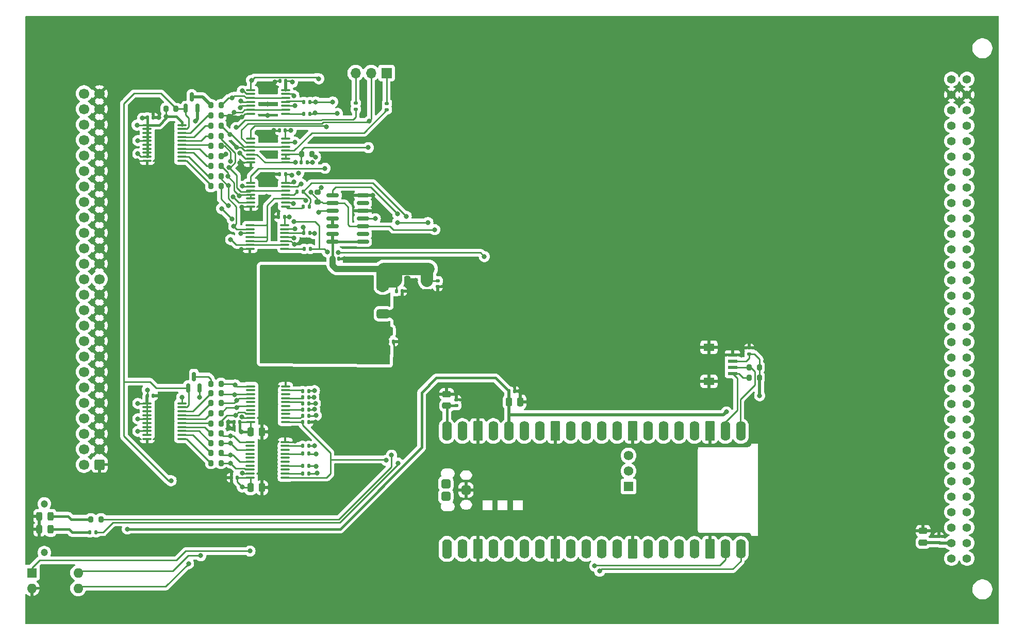
<source format=gbr>
%TF.GenerationSoftware,KiCad,Pcbnew,8.0.7*%
%TF.CreationDate,2024-12-24T20:08:54+01:00*%
%TF.ProjectId,Desktop_50_Pin_TopConn,4465736b-746f-4705-9f35-305f50696e5f,1.01*%
%TF.SameCoordinates,Original*%
%TF.FileFunction,Copper,L1,Top*%
%TF.FilePolarity,Positive*%
%FSLAX46Y46*%
G04 Gerber Fmt 4.6, Leading zero omitted, Abs format (unit mm)*
G04 Created by KiCad (PCBNEW 8.0.7) date 2024-12-24 20:08:54*
%MOMM*%
%LPD*%
G01*
G04 APERTURE LIST*
G04 Aperture macros list*
%AMRoundRect*
0 Rectangle with rounded corners*
0 $1 Rounding radius*
0 $2 $3 $4 $5 $6 $7 $8 $9 X,Y pos of 4 corners*
0 Add a 4 corners polygon primitive as box body*
4,1,4,$2,$3,$4,$5,$6,$7,$8,$9,$2,$3,0*
0 Add four circle primitives for the rounded corners*
1,1,$1+$1,$2,$3*
1,1,$1+$1,$4,$5*
1,1,$1+$1,$6,$7*
1,1,$1+$1,$8,$9*
0 Add four rect primitives between the rounded corners*
20,1,$1+$1,$2,$3,$4,$5,0*
20,1,$1+$1,$4,$5,$6,$7,0*
20,1,$1+$1,$6,$7,$8,$9,0*
20,1,$1+$1,$8,$9,$2,$3,0*%
%AMFreePoly0*
4,1,26,1.935306,0.780194,1.989950,0.741421,2.341421,0.389950,2.388777,0.314585,2.400000,0.248529,2.400000,-0.248529,2.380194,-0.335306,2.341421,-0.389950,1.989950,-0.741421,1.914585,-0.788777,1.848529,-0.800000,0.000000,-0.800000,-0.248529,-0.800000,-0.335306,-0.780194,-0.389950,-0.741421,-0.741421,-0.389950,-0.788777,-0.314585,-0.800000,-0.248529,-0.800000,0.248529,-0.780194,0.335306,
-0.741421,0.389950,-0.389950,0.741421,-0.314585,0.788777,-0.248529,0.800000,1.848529,0.800000,1.935306,0.780194,1.935306,0.780194,$1*%
%AMFreePoly1*
4,1,26,0.335306,0.780194,0.389950,0.741421,0.741421,0.389950,0.788777,0.314585,0.800000,0.248529,0.800000,-0.248529,0.780194,-0.335306,0.741421,-0.389950,0.389950,-0.741421,0.314585,-0.788777,0.248529,-0.800000,0.000000,-0.800000,-0.248529,-0.800000,-0.335306,-0.780194,-0.389950,-0.741421,-0.741421,-0.389950,-0.788777,-0.314585,-0.800000,-0.248529,-0.800000,0.248529,-0.780194,0.335306,
-0.741421,0.389950,-0.389950,0.741421,-0.314585,0.788777,-0.248529,0.800000,0.248529,0.800000,0.335306,0.780194,0.335306,0.780194,$1*%
G04 Aperture macros list end*
%TA.AperFunction,SMDPad,CuDef*%
%ADD10RoundRect,0.250000X-0.475000X0.250000X-0.475000X-0.250000X0.475000X-0.250000X0.475000X0.250000X0*%
%TD*%
%TA.AperFunction,SMDPad,CuDef*%
%ADD11RoundRect,0.250000X-0.250000X-0.475000X0.250000X-0.475000X0.250000X0.475000X-0.250000X0.475000X0*%
%TD*%
%TA.AperFunction,SMDPad,CuDef*%
%ADD12RoundRect,0.375000X0.625000X0.375000X-0.625000X0.375000X-0.625000X-0.375000X0.625000X-0.375000X0*%
%TD*%
%TA.AperFunction,SMDPad,CuDef*%
%ADD13RoundRect,0.500000X0.500000X1.400000X-0.500000X1.400000X-0.500000X-1.400000X0.500000X-1.400000X0*%
%TD*%
%TA.AperFunction,SMDPad,CuDef*%
%ADD14RoundRect,0.140000X-0.140000X-0.170000X0.140000X-0.170000X0.140000X0.170000X-0.140000X0.170000X0*%
%TD*%
%TA.AperFunction,SMDPad,CuDef*%
%ADD15RoundRect,0.140000X-0.170000X0.140000X-0.170000X-0.140000X0.170000X-0.140000X0.170000X0.140000X0*%
%TD*%
%TA.AperFunction,SMDPad,CuDef*%
%ADD16RoundRect,0.135000X0.135000X0.185000X-0.135000X0.185000X-0.135000X-0.185000X0.135000X-0.185000X0*%
%TD*%
%TA.AperFunction,SMDPad,CuDef*%
%ADD17RoundRect,0.200000X0.200000X0.275000X-0.200000X0.275000X-0.200000X-0.275000X0.200000X-0.275000X0*%
%TD*%
%TA.AperFunction,SMDPad,CuDef*%
%ADD18RoundRect,0.150000X0.150000X-0.587500X0.150000X0.587500X-0.150000X0.587500X-0.150000X-0.587500X0*%
%TD*%
%TA.AperFunction,SMDPad,CuDef*%
%ADD19RoundRect,0.200000X-0.200000X-0.275000X0.200000X-0.275000X0.200000X0.275000X-0.200000X0.275000X0*%
%TD*%
%TA.AperFunction,SMDPad,CuDef*%
%ADD20RoundRect,0.135000X-0.135000X-0.185000X0.135000X-0.185000X0.135000X0.185000X-0.135000X0.185000X0*%
%TD*%
%TA.AperFunction,ComponentPad*%
%ADD21RoundRect,0.250000X0.600000X0.600000X-0.600000X0.600000X-0.600000X-0.600000X0.600000X-0.600000X0*%
%TD*%
%TA.AperFunction,ComponentPad*%
%ADD22C,1.700000*%
%TD*%
%TA.AperFunction,SMDPad,CuDef*%
%ADD23RoundRect,0.100000X-0.637500X-0.100000X0.637500X-0.100000X0.637500X0.100000X-0.637500X0.100000X0*%
%TD*%
%TA.AperFunction,ComponentPad*%
%ADD24C,1.422400*%
%TD*%
%TA.AperFunction,SMDPad,CuDef*%
%ADD25RoundRect,0.140000X0.140000X0.170000X-0.140000X0.170000X-0.140000X-0.170000X0.140000X-0.170000X0*%
%TD*%
%TA.AperFunction,SMDPad,CuDef*%
%ADD26RoundRect,0.100000X0.637500X0.100000X-0.637500X0.100000X-0.637500X-0.100000X0.637500X-0.100000X0*%
%TD*%
%TA.AperFunction,SMDPad,CuDef*%
%ADD27RoundRect,0.135000X0.185000X-0.135000X0.185000X0.135000X-0.185000X0.135000X-0.185000X-0.135000X0*%
%TD*%
%TA.AperFunction,ComponentPad*%
%ADD28R,1.600000X1.600000*%
%TD*%
%TA.AperFunction,ComponentPad*%
%ADD29O,1.600000X1.600000*%
%TD*%
%TA.AperFunction,SMDPad,CuDef*%
%ADD30RoundRect,0.243750X-0.243750X-0.456250X0.243750X-0.456250X0.243750X0.456250X-0.243750X0.456250X0*%
%TD*%
%TA.AperFunction,SMDPad,CuDef*%
%ADD31RoundRect,0.250000X0.475000X-0.250000X0.475000X0.250000X-0.475000X0.250000X-0.475000X-0.250000X0*%
%TD*%
%TA.AperFunction,ComponentPad*%
%ADD32R,1.700000X1.700000*%
%TD*%
%TA.AperFunction,ComponentPad*%
%ADD33O,1.700000X1.700000*%
%TD*%
%TA.AperFunction,SMDPad,CuDef*%
%ADD34RoundRect,0.150000X0.825000X0.150000X-0.825000X0.150000X-0.825000X-0.150000X0.825000X-0.150000X0*%
%TD*%
%TA.AperFunction,SMDPad,CuDef*%
%ADD35RoundRect,0.200000X0.275000X-0.200000X0.275000X0.200000X-0.275000X0.200000X-0.275000X-0.200000X0*%
%TD*%
%TA.AperFunction,SMDPad,CuDef*%
%ADD36R,1.550000X0.600000*%
%TD*%
%TA.AperFunction,SMDPad,CuDef*%
%ADD37R,1.800000X1.200000*%
%TD*%
%TA.AperFunction,SMDPad,CuDef*%
%ADD38FreePoly0,90.000000*%
%TD*%
%TA.AperFunction,ComponentPad*%
%ADD39FreePoly1,90.000000*%
%TD*%
%TA.AperFunction,SMDPad,CuDef*%
%ADD40O,1.600000X3.200000*%
%TD*%
%TA.AperFunction,ComponentPad*%
%ADD41C,1.600000*%
%TD*%
%TA.AperFunction,SMDPad,CuDef*%
%ADD42RoundRect,0.200000X0.600000X-1.400000X0.600000X1.400000X-0.600000X1.400000X-0.600000X-1.400000X0*%
%TD*%
%TA.AperFunction,ComponentPad*%
%ADD43RoundRect,0.200000X0.600000X-0.600000X0.600000X0.600000X-0.600000X0.600000X-0.600000X-0.600000X0*%
%TD*%
%TA.AperFunction,ComponentPad*%
%ADD44R,1.574800X1.574800*%
%TD*%
%TA.AperFunction,ComponentPad*%
%ADD45C,1.574800*%
%TD*%
%TA.AperFunction,TestPad*%
%ADD46RoundRect,0.300000X0.450000X-0.450000X0.450000X0.450000X-0.450000X0.450000X-0.450000X-0.450000X0*%
%TD*%
%TA.AperFunction,WasherPad*%
%ADD47C,1.200000*%
%TD*%
%TA.AperFunction,ViaPad*%
%ADD48C,0.800000*%
%TD*%
%TA.AperFunction,Conductor*%
%ADD49C,0.250000*%
%TD*%
%TA.AperFunction,Conductor*%
%ADD50C,0.400000*%
%TD*%
%TA.AperFunction,Conductor*%
%ADD51C,0.500000*%
%TD*%
%TA.AperFunction,Conductor*%
%ADD52C,2.000000*%
%TD*%
%TA.AperFunction,Conductor*%
%ADD53C,1.000000*%
%TD*%
G04 APERTURE END LIST*
D10*
%TO.P,C3,1*%
%TO.N,+5F*%
X46050000Y-39771000D03*
%TO.P,C3,2*%
%TO.N,GND*%
X46050000Y-41671000D03*
%TD*%
D11*
%TO.P,C4,1*%
%TO.N,+2V8*%
X39898000Y-48087000D03*
%TO.P,C4,2*%
%TO.N,GND*%
X41798000Y-48087000D03*
%TD*%
D12*
%TO.P,U3,1,GND*%
%TO.N,GND*%
X38786000Y-45180000D03*
%TO.P,U3,2,VO*%
%TO.N,+2V8*%
X38786000Y-42880000D03*
D13*
X32486000Y-42880000D03*
D12*
%TO.P,U3,3,VI*%
%TO.N,+5F*%
X38786000Y-40580000D03*
%TD*%
D14*
%TO.P,C1,1*%
%TO.N,+5F*%
X30556000Y-36149000D03*
%TO.P,C1,2*%
%TO.N,GND*%
X31516000Y-36149000D03*
%TD*%
D15*
%TO.P,C2,1*%
%TO.N,+5F*%
X47828000Y-39761000D03*
%TO.P,C2,2*%
%TO.N,GND*%
X47828000Y-40721000D03*
%TD*%
D14*
%TO.P,C5,1*%
%TO.N,+2V8*%
X39573000Y-49738000D03*
%TO.P,C5,2*%
%TO.N,GND*%
X40533000Y-49738000D03*
%TD*%
D11*
%TO.P,C12,1*%
%TO.N,+3V3*%
X59476400Y-59669400D03*
%TO.P,C12,2*%
%TO.N,GND*%
X61376400Y-59669400D03*
%TD*%
D16*
%TO.P,R42,1*%
%TO.N,Net-(RP1-G0)*%
X26648400Y-71455000D03*
%TO.P,R42,2*%
%TO.N,DB0T*%
X25628400Y-71455000D03*
%TD*%
D17*
%TO.P,R56,1*%
%TO.N,Net-(R56-Pad1)*%
X-7506400Y-78948000D03*
%TO.P,R56,2*%
%TO.N,Net-(D4-A)*%
X-9156400Y-78948000D03*
%TD*%
D16*
%TO.P,R66,1*%
%TO.N,iRST*%
X26417800Y-20324800D03*
%TO.P,R66,2*%
%TO.N,oSEL*%
X25397800Y-20324800D03*
%TD*%
%TO.P,R30,1*%
%TO.N,Net-(R30-Pad1)*%
X-8304000Y-81081600D03*
%TO.P,R30,2*%
%TO.N,Net-(D3-A)*%
X-9324000Y-81081600D03*
%TD*%
D18*
%TO.P,Q1,1,G*%
%TO.N,TRM_ON_J*%
X6441200Y-11430200D03*
%TO.P,Q1,2,S*%
%TO.N,+2V8*%
X8341200Y-11430200D03*
%TO.P,Q1,3,D*%
%TO.N,Net-(Q1-D)*%
X7391200Y-9555200D03*
%TD*%
D19*
%TO.P,R39,1*%
%TO.N,Net-(U6-B5)*%
X10554300Y-64848600D03*
%TO.P,R39,2*%
%TO.N,DB3*%
X12204300Y-64848600D03*
%TD*%
D14*
%TO.P,C17,1*%
%TO.N,+2V8*%
X132000Y-58628000D03*
%TO.P,C17,2*%
%TO.N,GND*%
X1092000Y-58628000D03*
%TD*%
D16*
%TO.P,R16,1*%
%TO.N,Net-(RP1-G4)*%
X26623000Y-61930000D03*
%TO.P,R16,2*%
%TO.N,DB4T*%
X25603000Y-61930000D03*
%TD*%
D19*
%TO.P,R4,1*%
%TO.N,Net-(U5-B6)*%
X10554000Y-20909000D03*
%TO.P,R4,2*%
%TO.N,RST*%
X12204000Y-20909000D03*
%TD*%
D15*
%TO.P,C16,1*%
%TO.N,GND*%
X130124000Y-81798000D03*
%TO.P,C16,2*%
%TO.N,+5F*%
X130124000Y-82758000D03*
%TD*%
D19*
%TO.P,R24,1*%
%TO.N,SDA*%
X98963741Y-53952345D03*
%TO.P,R24,2*%
%TO.N,+3V3*%
X100613741Y-53952345D03*
%TD*%
D20*
%TO.P,R67,1*%
%TO.N,oACK*%
X25751400Y-31856400D03*
%TO.P,R67,2*%
%TO.N,iACK*%
X26771400Y-31856400D03*
%TD*%
D21*
%TO.P,J2,1,Pin_1*%
%TO.N,GND*%
X-7750000Y-69950000D03*
D22*
%TO.P,J2,2,Pin_2*%
%TO.N,DB0*%
X-10290000Y-69950000D03*
%TO.P,J2,3,Pin_3*%
%TO.N,GND*%
X-7750000Y-67410000D03*
%TO.P,J2,4,Pin_4*%
%TO.N,DB1*%
X-10290000Y-67410000D03*
%TO.P,J2,5,Pin_5*%
%TO.N,GND*%
X-7750000Y-64870000D03*
%TO.P,J2,6,Pin_6*%
%TO.N,DB2*%
X-10290000Y-64870000D03*
%TO.P,J2,7,Pin_7*%
%TO.N,GND*%
X-7750000Y-62330000D03*
%TO.P,J2,8,Pin_8*%
%TO.N,DB3*%
X-10290000Y-62330000D03*
%TO.P,J2,9,Pin_9*%
%TO.N,GND*%
X-7750000Y-59790000D03*
%TO.P,J2,10,Pin_10*%
%TO.N,DB4*%
X-10290000Y-59790000D03*
%TO.P,J2,11,Pin_11*%
%TO.N,GND*%
X-7750000Y-57250000D03*
%TO.P,J2,12,Pin_12*%
%TO.N,DB5*%
X-10290000Y-57250000D03*
%TO.P,J2,13,Pin_13*%
%TO.N,GND*%
X-7750000Y-54710000D03*
%TO.P,J2,14,Pin_14*%
%TO.N,DB6*%
X-10290000Y-54710000D03*
%TO.P,J2,15,Pin_15*%
%TO.N,GND*%
X-7750000Y-52170000D03*
%TO.P,J2,16,Pin_16*%
%TO.N,DB7*%
X-10290000Y-52170000D03*
%TO.P,J2,17,Pin_17*%
%TO.N,GND*%
X-7750000Y-49630000D03*
%TO.P,J2,18,Pin_18*%
%TO.N,DBP*%
X-10290000Y-49630000D03*
%TO.P,J2,19,Pin_19*%
%TO.N,GND*%
X-7750000Y-47090000D03*
%TO.P,J2,20,Pin_20*%
%TO.N,unconnected-(J2-Pin_20-Pad20)*%
X-10290000Y-47090000D03*
%TO.P,J2,21,Pin_21*%
%TO.N,GND*%
X-7750000Y-44550000D03*
%TO.P,J2,22,Pin_22*%
%TO.N,unconnected-(J2-Pin_22-Pad22)*%
X-10290000Y-44550000D03*
%TO.P,J2,23,Pin_23*%
%TO.N,GND*%
X-7750000Y-42010000D03*
%TO.P,J2,24,Pin_24*%
%TO.N,unconnected-(J2-Pin_24-Pad24)*%
X-10290000Y-42010000D03*
%TO.P,J2,25,Pin_25*%
%TO.N,unconnected-(J2-Pin_25-Pad25)*%
X-7750000Y-39470000D03*
%TO.P,J2,26,Pin_26*%
%TO.N,+5V*%
X-10290000Y-39470000D03*
%TO.P,J2,27,Pin_27*%
%TO.N,GND*%
X-7750000Y-36930000D03*
%TO.P,J2,28,Pin_28*%
%TO.N,unconnected-(J2-Pin_28-Pad28)*%
X-10290000Y-36930000D03*
%TO.P,J2,29,Pin_29*%
%TO.N,GND*%
X-7750000Y-34390000D03*
%TO.P,J2,30,Pin_30*%
%TO.N,unconnected-(J2-Pin_30-Pad30)*%
X-10290000Y-34390000D03*
%TO.P,J2,31,Pin_31*%
%TO.N,GND*%
X-7750000Y-31850000D03*
%TO.P,J2,32,Pin_32*%
%TO.N,ATN*%
X-10290000Y-31850000D03*
%TO.P,J2,33,Pin_33*%
%TO.N,GND*%
X-7750000Y-29310000D03*
%TO.P,J2,34,Pin_34*%
%TO.N,unconnected-(J2-Pin_34-Pad34)*%
X-10290000Y-29310000D03*
%TO.P,J2,35,Pin_35*%
%TO.N,GND*%
X-7750000Y-26770000D03*
%TO.P,J2,36,Pin_36*%
%TO.N,BSY*%
X-10290000Y-26770000D03*
%TO.P,J2,37,Pin_37*%
%TO.N,GND*%
X-7750000Y-24230000D03*
%TO.P,J2,38,Pin_38*%
%TO.N,ACK*%
X-10290000Y-24230000D03*
%TO.P,J2,39,Pin_39*%
%TO.N,GND*%
X-7750000Y-21690000D03*
%TO.P,J2,40,Pin_40*%
%TO.N,RST*%
X-10290000Y-21690000D03*
%TO.P,J2,41,Pin_41*%
%TO.N,GND*%
X-7750000Y-19150000D03*
%TO.P,J2,42,Pin_42*%
%TO.N,MSG*%
X-10290000Y-19150000D03*
%TO.P,J2,43,Pin_43*%
%TO.N,GND*%
X-7750000Y-16610000D03*
%TO.P,J2,44,Pin_44*%
%TO.N,SEL*%
X-10290000Y-16610000D03*
%TO.P,J2,45,Pin_45*%
%TO.N,GND*%
X-7750000Y-14070000D03*
%TO.P,J2,46,Pin_46*%
%TO.N,CD*%
X-10290000Y-14070000D03*
%TO.P,J2,47,Pin_47*%
%TO.N,GND*%
X-7750000Y-11530000D03*
%TO.P,J2,48,Pin_48*%
%TO.N,REQ*%
X-10290000Y-11530000D03*
%TO.P,J2,49,Pin_49*%
%TO.N,GND*%
X-7750000Y-8990000D03*
%TO.P,J2,50,Pin_50*%
%TO.N,IO*%
X-10290000Y-8990000D03*
%TD*%
D19*
%TO.P,R33,1*%
%TO.N,Net-(U6-B2)*%
X10554300Y-59844800D03*
%TO.P,R33,2*%
%TO.N,DB6*%
X12204300Y-59844800D03*
%TD*%
D23*
%TO.P,U5,1,DIR*%
%TO.N,+2V8*%
X76000Y-14170000D03*
%TO.P,U5,2,A1*%
X76000Y-14820000D03*
%TO.P,U5,3,A2*%
X76000Y-15470000D03*
%TO.P,U5,4,A3*%
X76000Y-16120000D03*
%TO.P,U5,5,A4*%
X76000Y-16770000D03*
%TO.P,U5,6,A5*%
X76000Y-17420000D03*
%TO.P,U5,7,A6*%
X76000Y-18070000D03*
%TO.P,U5,8,A7*%
X76000Y-18720000D03*
%TO.P,U5,9,A8*%
X76000Y-19370000D03*
%TO.P,U5,10,GND*%
%TO.N,GND*%
X76000Y-20020000D03*
%TO.P,U5,11,B8*%
%TO.N,Net-(U5-B8)*%
X5801000Y-20020000D03*
%TO.P,U5,12,B7*%
%TO.N,Net-(U5-B7)*%
X5801000Y-19370000D03*
%TO.P,U5,13,B6*%
%TO.N,Net-(U5-B6)*%
X5801000Y-18720000D03*
%TO.P,U5,14,B5*%
%TO.N,Net-(U5-B5)*%
X5801000Y-18070000D03*
%TO.P,U5,15,B4*%
%TO.N,Net-(U5-B4)*%
X5801000Y-17420000D03*
%TO.P,U5,16,B3*%
%TO.N,Net-(U5-B3)*%
X5801000Y-16770000D03*
%TO.P,U5,17,B2*%
%TO.N,Net-(U5-B2)*%
X5801000Y-16120000D03*
%TO.P,U5,18,B1*%
%TO.N,Net-(U5-B1)*%
X5801000Y-15470000D03*
%TO.P,U5,19,/OE*%
%TO.N,TRM_ON_J*%
X5801000Y-14820000D03*
%TO.P,U5,20,Vcc*%
%TO.N,+2V8*%
X5801000Y-14170000D03*
%TD*%
D19*
%TO.P,R36,1*%
%TO.N,Net-(U6-B8)*%
X10558100Y-69700000D03*
%TO.P,R36,2*%
%TO.N,DB0*%
X12208100Y-69700000D03*
%TD*%
%TO.P,R5,1*%
%TO.N,Net-(U5-B5)*%
X10554000Y-19258000D03*
%TO.P,R5,2*%
%TO.N,SEL*%
X12204000Y-19258000D03*
%TD*%
D23*
%TO.P,U14,1,1/OE*%
%TO.N,oBSY*%
X17094000Y-16419000D03*
%TO.P,U14,2,1A*%
%TO.N,oCD_iSEL*%
X17094000Y-17069000D03*
%TO.P,U14,3,1Y*%
%TO.N,CD*%
X17094000Y-17719000D03*
%TO.P,U14,4,2/OE*%
%TO.N,GND*%
X17094000Y-18369000D03*
%TO.P,U14,5,2A*%
%TO.N,SEL*%
X17094000Y-19019000D03*
%TO.P,U14,6,2Y*%
%TO.N,iSEL*%
X17094000Y-19669000D03*
%TO.P,U14,7,GND*%
%TO.N,GND*%
X17094000Y-20319000D03*
%TO.P,U14,8,3Y*%
%TO.N,SEL*%
X22819000Y-20319000D03*
%TO.P,U14,9,3A*%
%TO.N,oSEL*%
X22819000Y-19669000D03*
%TO.P,U14,10,3/OE*%
X22819000Y-19019000D03*
%TO.P,U14,11,4Y*%
%TO.N,iCD*%
X22819000Y-18369000D03*
%TO.P,U14,12,4A*%
%TO.N,CD*%
X22819000Y-17719000D03*
%TO.P,U14,13,4/OE*%
%TO.N,!oBSY*%
X22819000Y-17069000D03*
%TO.P,U14,14,Vcc*%
%TO.N,+2V8*%
X22819000Y-16419000D03*
%TD*%
D24*
%TO.P,J1,A1,Pin_a1*%
%TO.N,unconnected-(J1-Pin_a1-PadA1)*%
X134710000Y-6630000D03*
%TO.P,J1,A2,Pin_a2*%
%TO.N,GND*%
X134710000Y-9170000D03*
%TO.P,J1,A3,Pin_a3*%
%TO.N,unconnected-(J1-Pin_a3-PadA3)*%
X134710000Y-11710000D03*
%TO.P,J1,A4,Pin_a4*%
%TO.N,unconnected-(J1-Pin_a4-PadA4)*%
X134710000Y-14250000D03*
%TO.P,J1,A5,Pin_a5*%
%TO.N,unconnected-(J1-Pin_a5-PadA5)*%
X134710000Y-16790000D03*
%TO.P,J1,A6,Pin_a6*%
%TO.N,unconnected-(J1-Pin_a6-PadA6)*%
X134710000Y-19330000D03*
%TO.P,J1,A7,Pin_a7*%
%TO.N,unconnected-(J1-Pin_a7-PadA7)*%
X134710000Y-21870000D03*
%TO.P,J1,A8,Pin_a8*%
%TO.N,unconnected-(J1-Pin_a8-PadA8)*%
X134710000Y-24410000D03*
%TO.P,J1,A9,Pin_a9*%
%TO.N,unconnected-(J1-Pin_a9-PadA9)*%
X134710000Y-26950000D03*
%TO.P,J1,A10,Pin_a10*%
%TO.N,unconnected-(J1-Pin_a10-PadA10)*%
X134710000Y-29490000D03*
%TO.P,J1,A11,Pin_a11*%
%TO.N,unconnected-(J1-Pin_a11-PadA11)*%
X134710000Y-32030000D03*
%TO.P,J1,A12,Pin_a12*%
%TO.N,unconnected-(J1-Pin_a12-PadA12)*%
X134710000Y-34570000D03*
%TO.P,J1,A13,Pin_a13*%
%TO.N,unconnected-(J1-Pin_a13-PadA13)*%
X134710000Y-37110000D03*
%TO.P,J1,A14,Pin_a14*%
%TO.N,unconnected-(J1-Pin_a14-PadA14)*%
X134710000Y-39650000D03*
%TO.P,J1,A15,Pin_a15*%
%TO.N,unconnected-(J1-Pin_a15-PadA15)*%
X134710000Y-42190000D03*
%TO.P,J1,A16,Pin_a16*%
%TO.N,unconnected-(J1-Pin_a16-PadA16)*%
X134710000Y-44730000D03*
%TO.P,J1,A17,Pin_a17*%
%TO.N,unconnected-(J1-Pin_a17-PadA17)*%
X134710000Y-47270000D03*
%TO.P,J1,A18,Pin_a18*%
%TO.N,unconnected-(J1-Pin_a18-PadA18)*%
X134710000Y-49810000D03*
%TO.P,J1,A19,Pin_a19*%
%TO.N,unconnected-(J1-Pin_a19-PadA19)*%
X134710000Y-52350000D03*
%TO.P,J1,A20,Pin_a20*%
%TO.N,unconnected-(J1-Pin_a20-PadA20)*%
X134710000Y-54890000D03*
%TO.P,J1,A21,Pin_a21*%
%TO.N,unconnected-(J1-Pin_a21-PadA21)*%
X134710000Y-57430000D03*
%TO.P,J1,A22,Pin_a22*%
%TO.N,unconnected-(J1-Pin_a22-PadA22)*%
X134710000Y-59970000D03*
%TO.P,J1,A23,Pin_a23*%
%TO.N,unconnected-(J1-Pin_a23-PadA23)*%
X134710000Y-62510000D03*
%TO.P,J1,A24,Pin_a24*%
%TO.N,unconnected-(J1-Pin_a24-PadA24)*%
X134710000Y-65050000D03*
%TO.P,J1,A25,Pin_a25*%
%TO.N,unconnected-(J1-Pin_a25-PadA25)*%
X134710000Y-67590000D03*
%TO.P,J1,A26,Pin_a26*%
%TO.N,unconnected-(J1-Pin_a26-PadA26)*%
X134710000Y-70130000D03*
%TO.P,J1,A27,Pin_a27*%
%TO.N,unconnected-(J1-Pin_a27-PadA27)*%
X134710000Y-72670000D03*
%TO.P,J1,A28,Pin_a28*%
%TO.N,unconnected-(J1-Pin_a28-PadA28)*%
X134710000Y-75210000D03*
%TO.P,J1,A29,Pin_a29*%
%TO.N,unconnected-(J1-Pin_a29-PadA29)*%
X134710000Y-77750000D03*
%TO.P,J1,A30,Pin_a30*%
%TO.N,unconnected-(J1-Pin_a30-PadA30)*%
X134710000Y-80290000D03*
%TO.P,J1,A31,Pin_a31*%
%TO.N,+5F*%
X134710000Y-82830000D03*
%TO.P,J1,A32,Pin_a32*%
%TO.N,unconnected-(J1-Pin_a32-PadA32)*%
X134710000Y-85370000D03*
%TO.P,J1,B1,Pin_b1*%
%TO.N,unconnected-(J1-Pin_b1-PadB1)*%
X132170000Y-6630000D03*
%TO.P,J1,B2,Pin_b2*%
%TO.N,GND*%
X132170000Y-9170000D03*
%TO.P,J1,B3,Pin_b3*%
%TO.N,unconnected-(J1-Pin_b3-PadB3)*%
X132170000Y-11710000D03*
%TO.P,J1,B4,Pin_b4*%
%TO.N,unconnected-(J1-Pin_b4-PadB4)*%
X132170000Y-14250000D03*
%TO.P,J1,B5,Pin_b5*%
%TO.N,unconnected-(J1-Pin_b5-PadB5)*%
X132170000Y-16790000D03*
%TO.P,J1,B6,Pin_b6*%
%TO.N,unconnected-(J1-Pin_b6-PadB6)*%
X132170000Y-19330000D03*
%TO.P,J1,B7,Pin_b7*%
%TO.N,unconnected-(J1-Pin_b7-PadB7)*%
X132170000Y-21870000D03*
%TO.P,J1,B8,Pin_b8*%
%TO.N,unconnected-(J1-Pin_b8-PadB8)*%
X132170000Y-24410000D03*
%TO.P,J1,B9,Pin_b9*%
%TO.N,unconnected-(J1-Pin_b9-PadB9)*%
X132170000Y-26950000D03*
%TO.P,J1,B10,Pin_b10*%
%TO.N,unconnected-(J1-Pin_b10-PadB10)*%
X132170000Y-29490000D03*
%TO.P,J1,B11,Pin_b11*%
%TO.N,unconnected-(J1-Pin_b11-PadB11)*%
X132170000Y-32030000D03*
%TO.P,J1,B12,Pin_b12*%
%TO.N,unconnected-(J1-Pin_b12-PadB12)*%
X132170000Y-34570000D03*
%TO.P,J1,B13,Pin_b13*%
%TO.N,unconnected-(J1-Pin_b13-PadB13)*%
X132170000Y-37110000D03*
%TO.P,J1,B14,Pin_b14*%
%TO.N,unconnected-(J1-Pin_b14-PadB14)*%
X132170000Y-39650000D03*
%TO.P,J1,B15,Pin_b15*%
%TO.N,unconnected-(J1-Pin_b15-PadB15)*%
X132170000Y-42190000D03*
%TO.P,J1,B16,Pin_b16*%
%TO.N,unconnected-(J1-Pin_b16-PadB16)*%
X132170000Y-44730000D03*
%TO.P,J1,B17,Pin_b17*%
%TO.N,unconnected-(J1-Pin_b17-PadB17)*%
X132170000Y-47270000D03*
%TO.P,J1,B18,Pin_b18*%
%TO.N,unconnected-(J1-Pin_b18-PadB18)*%
X132170000Y-49810000D03*
%TO.P,J1,B19,Pin_b19*%
%TO.N,unconnected-(J1-Pin_b19-PadB19)*%
X132170000Y-52350000D03*
%TO.P,J1,B20,Pin_b20*%
%TO.N,unconnected-(J1-Pin_b20-PadB20)*%
X132170000Y-54890000D03*
%TO.P,J1,B21,Pin_b21*%
%TO.N,unconnected-(J1-Pin_b21-PadB21)*%
X132170000Y-57430000D03*
%TO.P,J1,B22,Pin_b22*%
%TO.N,unconnected-(J1-Pin_b22-PadB22)*%
X132170000Y-59970000D03*
%TO.P,J1,B23,Pin_b23*%
%TO.N,unconnected-(J1-Pin_b23-PadB23)*%
X132170000Y-62510000D03*
%TO.P,J1,B24,Pin_b24*%
%TO.N,unconnected-(J1-Pin_b24-PadB24)*%
X132170000Y-65050000D03*
%TO.P,J1,B25,Pin_b25*%
%TO.N,unconnected-(J1-Pin_b25-PadB25)*%
X132170000Y-67590000D03*
%TO.P,J1,B26,Pin_b26*%
%TO.N,unconnected-(J1-Pin_b26-PadB26)*%
X132170000Y-70130000D03*
%TO.P,J1,B27,Pin_b27*%
%TO.N,unconnected-(J1-Pin_b27-PadB27)*%
X132170000Y-72670000D03*
%TO.P,J1,B28,Pin_b28*%
%TO.N,unconnected-(J1-Pin_b28-PadB28)*%
X132170000Y-75210000D03*
%TO.P,J1,B29,Pin_b29*%
%TO.N,unconnected-(J1-Pin_b29-PadB29)*%
X132170000Y-77750000D03*
%TO.P,J1,B30,Pin_b30*%
%TO.N,unconnected-(J1-Pin_b30-PadB30)*%
X132170000Y-80290000D03*
%TO.P,J1,B31,Pin_b31*%
%TO.N,+5F*%
X132170000Y-82830000D03*
%TO.P,J1,B32,Pin_b32*%
%TO.N,unconnected-(J1-Pin_b32-PadB32)*%
X132170000Y-85370000D03*
%TD*%
D19*
%TO.P,R35,1*%
%TO.N,Net-(Q2-D)*%
X10556200Y-56695200D03*
%TO.P,R35,2*%
%TO.N,DBP*%
X12206200Y-56695200D03*
%TD*%
%TO.P,R1,1*%
%TO.N,Net-(U6-B3)*%
X10558100Y-61521200D03*
%TO.P,R1,2*%
%TO.N,DB5*%
X12208100Y-61521200D03*
%TD*%
D25*
%TO.P,C8,1*%
%TO.N,+2V8*%
X14907000Y-72090000D03*
%TO.P,C8,2*%
%TO.N,GND*%
X13947000Y-72090000D03*
%TD*%
D19*
%TO.P,R38,1*%
%TO.N,Net-(U6-B6)*%
X10558100Y-66423400D03*
%TO.P,R38,2*%
%TO.N,DB2*%
X12208100Y-66423400D03*
%TD*%
D16*
%TO.P,R17,1*%
%TO.N,Net-(RP1-G3)*%
X26623000Y-66883000D03*
%TO.P,R17,2*%
%TO.N,DB3T*%
X25603000Y-66883000D03*
%TD*%
D19*
%TO.P,R9,1*%
%TO.N,Net-(U5-B3)*%
X10554000Y-15956000D03*
%TO.P,R9,2*%
%TO.N,MSG*%
X12204000Y-15956000D03*
%TD*%
D16*
%TO.P,R13,1*%
%TO.N,Net-(RP1-G7)*%
X26623000Y-58882000D03*
%TO.P,R13,2*%
%TO.N,DB7T*%
X25603000Y-58882000D03*
%TD*%
D19*
%TO.P,R40,1*%
%TO.N,Net-(U6-B4)*%
X10552400Y-63248400D03*
%TO.P,R40,2*%
%TO.N,DB4*%
X12202400Y-63248400D03*
%TD*%
D26*
%TO.P,U4,1,DIR*%
%TO.N,DBPTr*%
X22750500Y-72090000D03*
%TO.P,U4,2,A1*%
%TO.N,DB0T*%
X22750500Y-71440000D03*
%TO.P,U4,3,A2*%
%TO.N,unconnected-(U4-A2-Pad3)*%
X22750500Y-70790000D03*
%TO.P,U4,4,A3*%
%TO.N,DB1T*%
X22750500Y-70140000D03*
%TO.P,U4,5,A4*%
%TO.N,unconnected-(U4-A4-Pad5)*%
X22750500Y-69490000D03*
%TO.P,U4,6,A5*%
%TO.N,unconnected-(U4-A5-Pad6)*%
X22750500Y-68840000D03*
%TO.P,U4,7,A6*%
%TO.N,DB2T*%
X22750500Y-68190000D03*
%TO.P,U4,8,A7*%
%TO.N,unconnected-(U4-A7-Pad8)*%
X22750500Y-67540000D03*
%TO.P,U4,9,A8*%
%TO.N,DB3T*%
X22750500Y-66890000D03*
%TO.P,U4,10,GND*%
%TO.N,GND*%
X22750500Y-66240000D03*
%TO.P,U4,11,B8*%
%TO.N,DB3*%
X17025500Y-66240000D03*
%TO.P,U4,12,B7*%
%TO.N,unconnected-(U4-B7-Pad12)*%
X17025500Y-66890000D03*
%TO.P,U4,13,B6*%
%TO.N,DB2*%
X17025500Y-67540000D03*
%TO.P,U4,14,B5*%
%TO.N,unconnected-(U4-B5-Pad14)*%
X17025500Y-68190000D03*
%TO.P,U4,15,B4*%
%TO.N,unconnected-(U4-B4-Pad15)*%
X17025500Y-68840000D03*
%TO.P,U4,16,B3*%
%TO.N,DB1*%
X17025500Y-69490000D03*
%TO.P,U4,17,B2*%
%TO.N,unconnected-(U4-B2-Pad17)*%
X17025500Y-70140000D03*
%TO.P,U4,18,B1*%
%TO.N,DB0*%
X17025500Y-70790000D03*
%TO.P,U4,19,/OE*%
%TO.N,GND*%
X17025500Y-71440000D03*
%TO.P,U4,20,Vcc*%
%TO.N,+2V8*%
X17025500Y-72090000D03*
%TD*%
D16*
%TO.P,R18,1*%
%TO.N,Net-(RP1-G2)*%
X26623000Y-68153000D03*
%TO.P,R18,2*%
%TO.N,DB2T*%
X25603000Y-68153000D03*
%TD*%
D23*
%TO.P,U6,1,DIR*%
%TO.N,+2V8*%
X76000Y-59890000D03*
%TO.P,U6,2,A1*%
X76000Y-60540000D03*
%TO.P,U6,3,A2*%
X76000Y-61190000D03*
%TO.P,U6,4,A3*%
X76000Y-61840000D03*
%TO.P,U6,5,A4*%
X76000Y-62490000D03*
%TO.P,U6,6,A5*%
X76000Y-63140000D03*
%TO.P,U6,7,A6*%
X76000Y-63790000D03*
%TO.P,U6,8,A7*%
X76000Y-64440000D03*
%TO.P,U6,9,A8*%
X76000Y-65090000D03*
%TO.P,U6,10,GND*%
%TO.N,GND*%
X76000Y-65740000D03*
%TO.P,U6,11,B8*%
%TO.N,Net-(U6-B8)*%
X5801000Y-65740000D03*
%TO.P,U6,12,B7*%
%TO.N,Net-(U6-B7)*%
X5801000Y-65090000D03*
%TO.P,U6,13,B6*%
%TO.N,Net-(U6-B6)*%
X5801000Y-64440000D03*
%TO.P,U6,14,B5*%
%TO.N,Net-(U6-B5)*%
X5801000Y-63790000D03*
%TO.P,U6,15,B4*%
%TO.N,Net-(U6-B4)*%
X5801000Y-63140000D03*
%TO.P,U6,16,B3*%
%TO.N,Net-(U6-B3)*%
X5801000Y-62490000D03*
%TO.P,U6,17,B2*%
%TO.N,Net-(U6-B2)*%
X5801000Y-61840000D03*
%TO.P,U6,18,B1*%
%TO.N,Net-(U6-B1)*%
X5801000Y-61190000D03*
%TO.P,U6,19,/OE*%
%TO.N,TRM_ON_J*%
X5801000Y-60540000D03*
%TO.P,U6,20,Vcc*%
%TO.N,+2V8*%
X5801000Y-59890000D03*
%TD*%
%TO.P,U13,1,1/OE*%
%TO.N,oBSY*%
X17094000Y-8418000D03*
%TO.P,U13,2,1A*%
%TO.N,oIO*%
X17094000Y-9068000D03*
%TO.P,U13,3,1Y*%
%TO.N,IO*%
X17094000Y-9718000D03*
%TO.P,U13,4,2/OE*%
%TO.N,oBSY*%
X17094000Y-10368000D03*
%TO.P,U13,5,2A*%
%TO.N,oREQ*%
X17094000Y-11018000D03*
%TO.P,U13,6,2Y*%
%TO.N,REQ*%
X17094000Y-11668000D03*
%TO.P,U13,7,GND*%
%TO.N,GND*%
X17094000Y-12318000D03*
%TO.P,U13,8,3Y*%
%TO.N,iREQ*%
X22819000Y-12318000D03*
%TO.P,U13,9,3A*%
%TO.N,REQ*%
X22819000Y-11668000D03*
%TO.P,U13,10,3/OE*%
%TO.N,!oBSY*%
X22819000Y-11018000D03*
%TO.P,U13,11,4Y*%
%TO.N,iIO*%
X22819000Y-10368000D03*
%TO.P,U13,12,4A*%
%TO.N,IO*%
X22819000Y-9718000D03*
%TO.P,U13,13,4/OE*%
%TO.N,!oBSY*%
X22819000Y-9068000D03*
%TO.P,U13,14,Vcc*%
%TO.N,+2V8*%
X22819000Y-8418000D03*
%TD*%
D11*
%TO.P,C15,1*%
%TO.N,+2V8*%
X17033000Y-64597000D03*
%TO.P,C15,2*%
%TO.N,GND*%
X18933000Y-64597000D03*
%TD*%
D14*
%TO.P,C19,1*%
%TO.N,GND*%
X21869200Y-6913600D03*
%TO.P,C19,2*%
%TO.N,+2V8*%
X22829200Y-6913600D03*
%TD*%
D27*
%TO.P,R11,1*%
%TO.N,iSEL*%
X34340600Y-11561800D03*
%TO.P,R11,2*%
%TO.N,Net-(J10-Pin_3)*%
X34340600Y-10541800D03*
%TD*%
D14*
%TO.P,C14,1*%
%TO.N,GND*%
X21671200Y-29265600D03*
%TO.P,C14,2*%
%TO.N,+2V8*%
X22631200Y-29265600D03*
%TD*%
D16*
%TO.P,R69,1*%
%TO.N,Net-(RP1-G28)*%
X26722600Y-27589200D03*
%TO.P,R69,2*%
%TO.N,iATN*%
X25702600Y-27589200D03*
%TD*%
D23*
%TO.P,U16,1,1/OE*%
%TO.N,oBSY*%
X16967000Y-30613000D03*
%TO.P,U16,2,1A*%
%TO.N,ACK*%
X16967000Y-31263000D03*
%TO.P,U16,3,1Y*%
%TO.N,iACK*%
X16967000Y-31913000D03*
%TO.P,U16,4,2/OE*%
%TO.N,oBSY*%
X16967000Y-32563000D03*
%TO.P,U16,5,2A*%
X16967000Y-33213000D03*
%TO.P,U16,6,2Y*%
%TO.N,BSY*%
X16967000Y-33863000D03*
%TO.P,U16,7,GND*%
%TO.N,GND*%
X16967000Y-34513000D03*
%TO.P,U16,8,3Y*%
%TO.N,iBSY*%
X22692000Y-34513000D03*
%TO.P,U16,9,3A*%
%TO.N,BSY*%
X22692000Y-33863000D03*
%TO.P,U16,10,3/OE*%
%TO.N,GND*%
X22692000Y-33213000D03*
%TO.P,U16,11,4Y*%
%TO.N,ACKDr*%
X22692000Y-32563000D03*
%TO.P,U16,12,4A*%
%TO.N,oACK*%
X22692000Y-31913000D03*
%TO.P,U16,13,4/OE*%
%TO.N,!oBSY*%
X22692000Y-31263000D03*
%TO.P,U16,14,Vcc*%
%TO.N,+2V8*%
X22692000Y-30613000D03*
%TD*%
D25*
%TO.P,C20,1*%
%TO.N,GND*%
X41958000Y-41483000D03*
%TO.P,C20,2*%
%TO.N,+5F*%
X40998000Y-41483000D03*
%TD*%
D18*
%TO.P,Q2,1,G*%
%TO.N,TRM_ON_J*%
X6812000Y-57358000D03*
%TO.P,Q2,2,S*%
%TO.N,+2V8*%
X8712000Y-57358000D03*
%TO.P,Q2,3,D*%
%TO.N,Net-(Q2-D)*%
X7762000Y-55483000D03*
%TD*%
D19*
%TO.P,R3,1*%
%TO.N,Net-(U5-B7)*%
X10554000Y-22560000D03*
%TO.P,R3,2*%
%TO.N,ACK*%
X12204000Y-22560000D03*
%TD*%
D15*
%TO.P,C6,1*%
%TO.N,GND*%
X50876000Y-59291000D03*
%TO.P,C6,2*%
%TO.N,+5F*%
X50876000Y-60251000D03*
%TD*%
D16*
%TO.P,R15,1*%
%TO.N,Net-(RP1-G5)*%
X26623000Y-60914000D03*
%TO.P,R15,2*%
%TO.N,DB5T*%
X25603000Y-60914000D03*
%TD*%
D15*
%TO.P,C22,1*%
%TO.N,GND*%
X98963741Y-50809245D03*
%TO.P,C22,2*%
%TO.N,+3V3*%
X98963741Y-51769245D03*
%TD*%
D19*
%TO.P,R22,1*%
%TO.N,oSEL*%
X25489200Y-18978600D03*
%TO.P,R22,2*%
%TO.N,+2V8*%
X27139200Y-18978600D03*
%TD*%
%TO.P,R7,1*%
%TO.N,Net-(U5-B1)*%
X10554000Y-12577800D03*
%TO.P,R7,2*%
%TO.N,REQ*%
X12204000Y-12577800D03*
%TD*%
%TO.P,R8,1*%
%TO.N,Net-(U5-B2)*%
X10554000Y-14254200D03*
%TO.P,R8,2*%
%TO.N,CD*%
X12204000Y-14254200D03*
%TD*%
%TO.P,R2,1*%
%TO.N,Net-(U5-B8)*%
X10554000Y-24211000D03*
%TO.P,R2,2*%
%TO.N,ATN*%
X12204000Y-24211000D03*
%TD*%
D14*
%TO.P,C18,1*%
%TO.N,+2V8*%
X104000Y-12908000D03*
%TO.P,C18,2*%
%TO.N,GND*%
X1064000Y-12908000D03*
%TD*%
D28*
%TO.P,J13,1*%
%TO.N,ACKDr*%
X-18851000Y-87731000D03*
D29*
%TO.P,J13,2*%
%TO.N,GND*%
X-18851000Y-90271000D03*
%TO.P,J13,3*%
%TO.N,TRM_ON_J*%
X-11231000Y-90271000D03*
%TO.P,J13,4*%
%TO.N,ACK*%
X-11231000Y-87731000D03*
%TD*%
D16*
%TO.P,R12,1*%
%TO.N,Net-(RP1-G8)*%
X26621000Y-57866000D03*
%TO.P,R12,2*%
%TO.N,DBPT*%
X25601000Y-57866000D03*
%TD*%
D20*
%TO.P,R25,1*%
%TO.N,DBPTr*%
X25603000Y-62946000D03*
%TO.P,R25,2*%
%TO.N,GND*%
X26623000Y-62946000D03*
%TD*%
D16*
%TO.P,R19,1*%
%TO.N,Net-(RP1-G1)*%
X26623000Y-70185000D03*
%TO.P,R19,2*%
%TO.N,DB1T*%
X25603000Y-70185000D03*
%TD*%
D11*
%TO.P,C10,1*%
%TO.N,+2V8*%
X17033000Y-73741000D03*
%TO.P,C10,2*%
%TO.N,GND*%
X18933000Y-73741000D03*
%TD*%
D23*
%TO.P,U15,1,1/OE*%
%TO.N,oBSY*%
X17094000Y-23658000D03*
%TO.P,U15,2,1A*%
%TO.N,oMSG_iBSY*%
X17094000Y-24308000D03*
%TO.P,U15,3,1Y*%
%TO.N,MSG*%
X17094000Y-24958000D03*
%TO.P,U15,4,2/OE*%
%TO.N,RST*%
X17094000Y-25608000D03*
%TO.P,U15,5,2A*%
X17094000Y-26258000D03*
%TO.P,U15,6,2Y*%
%TO.N,iRST*%
X17094000Y-26908000D03*
%TO.P,U15,7,GND*%
%TO.N,GND*%
X17094000Y-27558000D03*
%TO.P,U15,8,3Y*%
%TO.N,iATN*%
X22819000Y-27558000D03*
%TO.P,U15,9,3A*%
%TO.N,ATN*%
X22819000Y-26908000D03*
%TO.P,U15,10,3/OE*%
%TO.N,oBSY*%
X22819000Y-26258000D03*
%TO.P,U15,11,4Y*%
%TO.N,iMSG*%
X22819000Y-25608000D03*
%TO.P,U15,12,4A*%
%TO.N,MSG*%
X22819000Y-24958000D03*
%TO.P,U15,13,4/OE*%
%TO.N,!oBSY*%
X22819000Y-24308000D03*
%TO.P,U15,14,Vcc*%
%TO.N,+2V8*%
X22819000Y-23658000D03*
%TD*%
D30*
%TO.P,D4,1,K*%
%TO.N,GND*%
X-17625500Y-78440000D03*
%TO.P,D4,2,A*%
%TO.N,Net-(D4-A)*%
X-15750500Y-78440000D03*
%TD*%
D14*
%TO.P,C9,1*%
%TO.N,GND*%
X21823600Y-15041600D03*
%TO.P,C9,2*%
%TO.N,+2V8*%
X22783600Y-15041600D03*
%TD*%
D16*
%TO.P,R68,1*%
%TO.N,oREQ*%
X26824200Y-12323800D03*
%TO.P,R68,2*%
%TO.N,iREQ*%
X25804200Y-12323800D03*
%TD*%
D19*
%TO.P,R10,1*%
%TO.N,Net-(U5-B4)*%
X10554000Y-17607000D03*
%TO.P,R10,2*%
%TO.N,BSY*%
X12204000Y-17607000D03*
%TD*%
%TO.P,R34,1*%
%TO.N,Net-(U6-B1)*%
X10556200Y-58244600D03*
%TO.P,R34,2*%
%TO.N,DB7*%
X12206200Y-58244600D03*
%TD*%
D30*
%TO.P,D3,1,K*%
%TO.N,GND*%
X-17625500Y-80599000D03*
%TO.P,D3,2,A*%
%TO.N,Net-(D3-A)*%
X-15750500Y-80599000D03*
%TD*%
D20*
%TO.P,R65,1*%
%TO.N,iIO*%
X25804200Y-10368000D03*
%TO.P,R65,2*%
%TO.N,oIO*%
X26824200Y-10368000D03*
%TD*%
D19*
%TO.P,R37,1*%
%TO.N,Net-(U6-B7)*%
X10558100Y-68023600D03*
%TO.P,R37,2*%
%TO.N,DB1*%
X12208100Y-68023600D03*
%TD*%
D31*
%TO.P,C7,1*%
%TO.N,+5F*%
X49275000Y-60284000D03*
%TO.P,C7,2*%
%TO.N,GND*%
X49275000Y-58384000D03*
%TD*%
D32*
%TO.P,J10,1,Pin_1*%
%TO.N,Net-(J10-Pin_1)*%
X39395200Y-5618200D03*
D33*
%TO.P,J10,2,Pin_2*%
%TO.N,oCD_iSEL*%
X36855200Y-5618200D03*
%TO.P,J10,3,Pin_3*%
%TO.N,Net-(J10-Pin_3)*%
X34315200Y-5618200D03*
%TD*%
D17*
%TO.P,R41,1*%
%TO.N,TRM_ON_J*%
X4824800Y-11511000D03*
%TO.P,R41,2*%
%TO.N,+2V8*%
X3174800Y-11511000D03*
%TD*%
D14*
%TO.P,C24,1*%
%TO.N,+3V3*%
X59491800Y-57916800D03*
%TO.P,C24,2*%
%TO.N,GND*%
X60451800Y-57916800D03*
%TD*%
D34*
%TO.P,U8,1*%
%TO.N,+5F*%
X35506000Y-33355000D03*
%TO.P,U8,2*%
%TO.N,unconnected-(U8-Pad2)*%
X35506000Y-32085000D03*
%TO.P,U8,3*%
%TO.N,oBSY*%
X35506000Y-30815000D03*
%TO.P,U8,4*%
%TO.N,!oBSY*%
X35506000Y-29545000D03*
%TO.P,U8,5*%
%TO.N,GND*%
X35506000Y-28275000D03*
%TO.P,U8,6*%
%TO.N,unconnected-(U8-Pad6)*%
X35506000Y-27005000D03*
%TO.P,U8,7,GND*%
%TO.N,GND*%
X35506000Y-25735000D03*
%TO.P,U8,8*%
%TO.N,Net-(R30-Pad1)*%
X30556000Y-25735000D03*
%TO.P,U8,9*%
%TO.N,oBSY*%
X30556000Y-27005000D03*
%TO.P,U8,10*%
%TO.N,Net-(R56-Pad1)*%
X30556000Y-28275000D03*
%TO.P,U8,11*%
%TO.N,Net-(U8-Pad11)*%
X30556000Y-29545000D03*
%TO.P,U8,12*%
X30556000Y-30815000D03*
%TO.P,U8,13*%
%TO.N,+5F*%
X30556000Y-32085000D03*
%TO.P,U8,14,VCC*%
X30556000Y-33355000D03*
%TD*%
D35*
%TO.P,R23,1*%
%TO.N,oBSY*%
X28117600Y-26814000D03*
%TO.P,R23,2*%
%TO.N,+2V8*%
X28117600Y-25164000D03*
%TD*%
D36*
%TO.P,J6,1,1*%
%TO.N,GND*%
X96213941Y-51969745D03*
%TO.P,J6,2,2*%
%TO.N,+3V3*%
X96213941Y-52969745D03*
%TO.P,J6,3,3*%
%TO.N,SDA*%
X96213941Y-53969745D03*
%TO.P,J6,4,4*%
%TO.N,SCL*%
X96213941Y-54969745D03*
D37*
%TO.P,J6,S1,SHIELD*%
%TO.N,GND*%
X92338941Y-50669745D03*
%TO.P,J6,S2,SHIELD*%
X92338941Y-56269745D03*
%TD*%
D17*
%TO.P,R26,1*%
%TO.N,+3V3*%
X100613741Y-55654145D03*
%TO.P,R26,2*%
%TO.N,SCL*%
X98963741Y-55654145D03*
%TD*%
D20*
%TO.P,R29,1*%
%TO.N,iBSY*%
X25855000Y-34523400D03*
%TO.P,R29,2*%
%TO.N,oMSG_iBSY*%
X26875000Y-34523400D03*
%TD*%
D16*
%TO.P,R14,1*%
%TO.N,Net-(RP1-G6)*%
X26621000Y-59898000D03*
%TO.P,R14,2*%
%TO.N,DB6T*%
X25601000Y-59898000D03*
%TD*%
D38*
%TO.P,RP1,1,G0*%
%TO.N,Net-(RP1-G0)*%
X49301200Y-84612000D03*
D39*
X49301200Y-83012000D03*
D40*
%TO.P,RP1,2,G1*%
%TO.N,Net-(RP1-G1)*%
X51841200Y-83812000D03*
D41*
X51841200Y-83012000D03*
D42*
%TO.P,RP1,3,GND*%
%TO.N,GND*%
X54381200Y-83812000D03*
D43*
X54381200Y-83012000D03*
D40*
%TO.P,RP1,4,G2*%
%TO.N,Net-(RP1-G2)*%
X56921200Y-83812000D03*
D41*
X56921200Y-83012000D03*
D40*
%TO.P,RP1,5,G3*%
%TO.N,Net-(RP1-G3)*%
X59461200Y-83812000D03*
D41*
X59461200Y-83012000D03*
D40*
%TO.P,RP1,6,G4*%
%TO.N,Net-(RP1-G4)*%
X62001200Y-83812000D03*
D41*
X62001200Y-83012000D03*
D40*
%TO.P,RP1,7,G5*%
%TO.N,Net-(RP1-G5)*%
X64541200Y-83812000D03*
D41*
X64541200Y-83012000D03*
D42*
%TO.P,RP1,8,GND*%
%TO.N,GND*%
X67081200Y-83812000D03*
D43*
X67081200Y-83012000D03*
D40*
%TO.P,RP1,9,G6*%
%TO.N,Net-(RP1-G6)*%
X69621200Y-83812000D03*
D41*
X69621200Y-83012000D03*
D40*
%TO.P,RP1,10,G7*%
%TO.N,Net-(RP1-G7)*%
X72161200Y-83812000D03*
D41*
X72161200Y-83012000D03*
D40*
%TO.P,RP1,11,G8*%
%TO.N,Net-(RP1-G8)*%
X74701200Y-83812000D03*
D41*
X74701200Y-83012000D03*
D40*
%TO.P,RP1,12,G9*%
%TO.N,DBPTr*%
X77241200Y-83812000D03*
D41*
X77241200Y-83012000D03*
D42*
%TO.P,RP1,13,GND*%
%TO.N,GND*%
X79781200Y-83812000D03*
D43*
X79781200Y-83012000D03*
D40*
%TO.P,RP1,14,G10*%
%TO.N,SD_CLK*%
X82321200Y-83812000D03*
D41*
X82321200Y-83012000D03*
D40*
%TO.P,RP1,15,G11*%
%TO.N,SD_CMD_MOSI*%
X84861200Y-83812000D03*
D41*
X84861200Y-83012000D03*
D40*
%TO.P,RP1,16,G12*%
%TO.N,SD_D0_MISO*%
X87401200Y-83812000D03*
D41*
X87401200Y-83012000D03*
D40*
%TO.P,RP1,17,G13*%
%TO.N,SD_D1*%
X89941200Y-83812000D03*
D41*
X89941200Y-83012000D03*
D42*
%TO.P,RP1,18,GND*%
%TO.N,GND*%
X92481200Y-83812000D03*
D43*
X92481200Y-83012000D03*
D40*
%TO.P,RP1,19,G14*%
%TO.N,SD_D2*%
X95021200Y-83812000D03*
D41*
X95021200Y-83012000D03*
D40*
%TO.P,RP1,20,G15*%
%TO.N,SD_D3_CS*%
X97561200Y-83812000D03*
D41*
X97561200Y-83012000D03*
%TO.P,RP1,21,G16*%
%TO.N,SDA*%
X97561200Y-65232000D03*
D40*
X97561200Y-64432000D03*
D41*
%TO.P,RP1,22,G17*%
%TO.N,SCL*%
X95021200Y-65232000D03*
D40*
X95021200Y-64432000D03*
D43*
%TO.P,RP1,23,GND*%
%TO.N,GND*%
X92481200Y-65232000D03*
D42*
X92481200Y-64432000D03*
D41*
%TO.P,RP1,24,G18*%
%TO.N,oCD_iSEL*%
X89941200Y-65232000D03*
D40*
X89941200Y-64432000D03*
D41*
%TO.P,RP1,25,G19*%
%TO.N,oREQ*%
X87401200Y-65232000D03*
D40*
X87401200Y-64432000D03*
D41*
%TO.P,RP1,26,G20*%
%TO.N,oMSG_iBSY*%
X84861200Y-65232000D03*
D40*
X84861200Y-64432000D03*
D41*
%TO.P,RP1,27,G21*%
%TO.N,oSEL*%
X82321200Y-65232000D03*
D40*
X82321200Y-64432000D03*
D43*
%TO.P,RP1,28,GND*%
%TO.N,GND*%
X79781200Y-65232000D03*
D42*
X79781200Y-64432000D03*
D41*
%TO.P,RP1,29,G22*%
%TO.N,oIO*%
X77241200Y-65232000D03*
D40*
X77241200Y-64432000D03*
D41*
%TO.P,RP1,30,RUN*%
%TO.N,unconnected-(RP1-RUN-Pad30)*%
X74701200Y-65232000D03*
D40*
%TO.N,unconnected-(RP1-RUN-Pad30)_1*%
X74701200Y-64432000D03*
D41*
%TO.P,RP1,31,G26*%
%TO.N,oACK*%
X72161200Y-65232000D03*
D40*
X72161200Y-64432000D03*
D41*
%TO.P,RP1,32,G27*%
%TO.N,oBSY*%
X69621200Y-65232000D03*
D40*
X69621200Y-64432000D03*
D43*
%TO.P,RP1,33,A_GND*%
%TO.N,GND*%
X67081200Y-65232000D03*
D42*
X67081200Y-64432000D03*
D41*
%TO.P,RP1,34,G28*%
%TO.N,Net-(RP1-G28)*%
X64541200Y-65232000D03*
D40*
X64541200Y-64432000D03*
D41*
%TO.P,RP1,35,ADC_VREF*%
%TO.N,unconnected-(RP1-ADC_VREF-Pad35)*%
X62001200Y-65232000D03*
D40*
%TO.N,unconnected-(RP1-ADC_VREF-Pad35)_1*%
X62001200Y-64432000D03*
D41*
%TO.P,RP1,36,3v3*%
%TO.N,+3V3*%
X59461200Y-65232000D03*
D40*
X59461200Y-64432000D03*
D41*
%TO.P,RP1,37,3v3_EN*%
%TO.N,unconnected-(RP1-3v3_EN-Pad37)*%
X56921200Y-65232000D03*
D40*
%TO.N,unconnected-(RP1-3v3_EN-Pad37)_1*%
X56921200Y-64432000D03*
D43*
%TO.P,RP1,38,GND*%
%TO.N,GND*%
X54381200Y-65232000D03*
D42*
X54381200Y-64432000D03*
D41*
%TO.P,RP1,39,VSYS*%
%TO.N,unconnected-(RP1-VSYS-Pad39)_1*%
X51841200Y-65232000D03*
D40*
%TO.N,unconnected-(RP1-VSYS-Pad39)*%
X51841200Y-64432000D03*
D41*
%TO.P,RP1,40,VBUS_5V*%
%TO.N,+5F*%
X49301200Y-65232000D03*
D40*
X49301200Y-64432000D03*
D44*
%TO.P,RP1,41*%
%TO.N,N/C*%
X79131200Y-73537800D03*
D45*
%TO.P,RP1,42*%
X79131200Y-70997800D03*
%TO.P,RP1,43*%
X79131200Y-68457800D03*
D46*
%TO.P,RP1,51,USBGND*%
%TO.N,GND*%
X52431200Y-74122000D03*
%TO.P,RP1,52,USB_DM*%
%TO.N,USB_DM*%
X49131200Y-73122000D03*
%TO.P,RP1,53,UDB_DP*%
%TO.N,USB_DP*%
X49131200Y-75122000D03*
%TD*%
D26*
%TO.P,U9,1,DIR*%
%TO.N,DBPTr*%
X22819000Y-62946000D03*
%TO.P,U9,2,A1*%
%TO.N,DB4T*%
X22819000Y-62296000D03*
%TO.P,U9,3,A2*%
%TO.N,unconnected-(U9-A2-Pad3)*%
X22819000Y-61646000D03*
%TO.P,U9,4,A3*%
%TO.N,DB5T*%
X22819000Y-60996000D03*
%TO.P,U9,5,A4*%
%TO.N,unconnected-(U9-A4-Pad5)*%
X22819000Y-60346000D03*
%TO.P,U9,6,A5*%
%TO.N,DB6T*%
X22819000Y-59696000D03*
%TO.P,U9,7,A6*%
%TO.N,DB7T*%
X22819000Y-59046000D03*
%TO.P,U9,8,A7*%
%TO.N,unconnected-(U9-A7-Pad8)*%
X22819000Y-58396000D03*
%TO.P,U9,9,A8*%
%TO.N,DBPT*%
X22819000Y-57746000D03*
%TO.P,U9,10,GND*%
%TO.N,GND*%
X22819000Y-57096000D03*
%TO.P,U9,11,B8*%
%TO.N,DBP*%
X17094000Y-57096000D03*
%TO.P,U9,12,B7*%
%TO.N,unconnected-(U9-B7-Pad12)*%
X17094000Y-57746000D03*
%TO.P,U9,13,B6*%
%TO.N,DB7*%
X17094000Y-58396000D03*
%TO.P,U9,14,B5*%
%TO.N,DB6*%
X17094000Y-59046000D03*
%TO.P,U9,15,B4*%
%TO.N,unconnected-(U9-B4-Pad15)*%
X17094000Y-59696000D03*
%TO.P,U9,16,B3*%
%TO.N,DB5*%
X17094000Y-60346000D03*
%TO.P,U9,17,B2*%
%TO.N,unconnected-(U9-B2-Pad17)*%
X17094000Y-60996000D03*
%TO.P,U9,18,B1*%
%TO.N,DB4*%
X17094000Y-61646000D03*
%TO.P,U9,19,/OE*%
%TO.N,GND*%
X17094000Y-62296000D03*
%TO.P,U9,20,Vcc*%
%TO.N,+2V8*%
X17094000Y-62946000D03*
%TD*%
D19*
%TO.P,R6,1*%
%TO.N,Net-(Q1-D)*%
X10556200Y-10901400D03*
%TO.P,R6,2*%
%TO.N,IO*%
X12206200Y-10901400D03*
%TD*%
D27*
%TO.P,R28,1*%
%TO.N,iCD*%
X39446000Y-11638000D03*
%TO.P,R28,2*%
%TO.N,Net-(J10-Pin_1)*%
X39446000Y-10618000D03*
%TD*%
D16*
%TO.P,R61,1*%
%TO.N,Net-(RP1-G28)*%
X25683200Y-25100000D03*
%TO.P,R61,2*%
%TO.N,iMSG*%
X24663200Y-25100000D03*
%TD*%
D25*
%TO.P,C11,1*%
%TO.N,+2V8*%
X15288000Y-62946000D03*
%TO.P,C11,2*%
%TO.N,GND*%
X14328000Y-62946000D03*
%TD*%
D11*
%TO.P,C21,1*%
%TO.N,+5F*%
X40909000Y-39705000D03*
%TO.P,C21,2*%
%TO.N,GND*%
X42809000Y-39705000D03*
%TD*%
D14*
%TO.P,C13,1*%
%TO.N,GND*%
X21846400Y-22255200D03*
%TO.P,C13,2*%
%TO.N,+2V8*%
X22806400Y-22255200D03*
%TD*%
D31*
%TO.P,C23,1*%
%TO.N,+5F*%
X127507000Y-82763000D03*
%TO.P,C23,2*%
%TO.N,GND*%
X127507000Y-80863000D03*
%TD*%
D47*
%TO.P,J4,*%
%TO.N,*%
X-16815000Y-84409000D03*
X-16815000Y-76409000D03*
%TD*%
D48*
%TO.N,GND*%
X44170400Y-71582000D03*
X20777000Y-29291000D03*
X15316000Y-20388000D03*
X-1448000Y-69931000D03*
X127457000Y-79583000D03*
X2235000Y-58628000D03*
X24333000Y-66121000D03*
X15652009Y-27683000D03*
X-1702000Y-57485000D03*
X43510000Y-47960000D03*
X92278000Y-58247000D03*
X-1346400Y-52430400D03*
X20396000Y-18750000D03*
X30454400Y-77373200D03*
X39039600Y-55173600D03*
X90119000Y-50754000D03*
X46050000Y-42930800D03*
X33045200Y-25760400D03*
X130124000Y-80726000D03*
X50876000Y-57993000D03*
X3530400Y-14432000D03*
X43510000Y-45420000D03*
X97684751Y-51969745D03*
X30175000Y-16591000D03*
X38049000Y-8717000D03*
X20650000Y-22446000D03*
X2870000Y-67518000D03*
X28066800Y-36072800D03*
X-1346400Y-24134800D03*
X-1448000Y-22052000D03*
X21031000Y-7103600D03*
X19888000Y-10723600D03*
X25222000Y-15575000D03*
X37160000Y-25735000D03*
X17652800Y-36276000D03*
X61289994Y-57916797D03*
X43154400Y-66502000D03*
X-1575000Y-72598000D03*
X33045200Y-81996000D03*
X31572000Y-4399000D03*
X35382000Y-72852000D03*
X32461000Y-36149000D03*
X15557506Y-34634788D03*
X15597804Y-12836795D03*
X1991792Y-12908000D03*
X35509000Y-8717000D03*
X18922800Y-55021200D03*
X15592227Y-62105153D03*
X12903000Y-72090000D03*
X24263522Y-33792867D03*
X43510000Y-49230000D03*
X-1295600Y-54767200D03*
X20904000Y-15067000D03*
X-1575000Y-20020000D03*
X-1143200Y-49636400D03*
X-1397200Y-26725600D03*
X76000Y-66883000D03*
X18237000Y-29037000D03*
X32842000Y-10876000D03*
X49225000Y-56977000D03*
X19684800Y-25912800D03*
X25603000Y-7701000D03*
X20142000Y-64597000D03*
X14775200Y-17849978D03*
X43256000Y-41483000D03*
X27762000Y-62946000D03*
X21920000Y-4653000D03*
X47828000Y-41737000D03*
X13411000Y-62946000D03*
X-3861000Y-82758000D03*
X35636000Y-19639000D03*
X-1397200Y-29468800D03*
X20142000Y-73741000D03*
X30810000Y-22433000D03*
X15697000Y-71328000D03*
X44145000Y-39705000D03*
X19888000Y-12552400D03*
X30556000Y-19131000D03*
X-1575000Y-4780000D03*
%TO.N,+2V8*%
X23444000Y-29291000D03*
X37160000Y-44150000D03*
X28270000Y-49230000D03*
X24216139Y-23533000D03*
X-1448000Y-64470000D03*
X34620000Y-44150000D03*
X3225600Y-12780996D03*
X23698000Y-15080000D03*
X28270000Y-41610000D03*
X15697000Y-73614000D03*
X38430000Y-49230000D03*
X33329601Y-46680956D03*
X-686003Y-13035003D03*
X20650000Y-41610000D03*
X28270000Y-44150000D03*
X27726293Y-19429309D03*
X23190000Y-51770000D03*
X-1448000Y-59898000D03*
X-1448000Y-18877000D03*
X-1448000Y-62438000D03*
X23825000Y-22446000D03*
X20650000Y-49230000D03*
X30810000Y-51770000D03*
X20650000Y-44150000D03*
X30810000Y-41610000D03*
X30810000Y-49230000D03*
X34620000Y-41610000D03*
X38430000Y-51770000D03*
X25730000Y-51770000D03*
X35890000Y-46690000D03*
X35890000Y-49230000D03*
X5791000Y-58882000D03*
X25730000Y-46690000D03*
X23190000Y-46690000D03*
X131999Y-57683001D03*
X35890000Y-51770000D03*
X25730000Y-44150000D03*
X8036992Y-13502992D03*
X25730000Y-49230000D03*
X28270000Y-39070000D03*
X30810000Y-46690000D03*
X23190000Y-49230000D03*
X23190000Y-39070000D03*
X23952000Y-7103600D03*
X30810000Y-44150000D03*
X25730000Y-41610000D03*
X20650000Y-51770000D03*
X33350000Y-51770000D03*
X28654050Y-24410989D03*
X25730000Y-39070000D03*
X8712000Y-58882000D03*
X28270000Y-46690000D03*
X-1575000Y-14178000D03*
X37160000Y-41610000D03*
X-1448000Y-16718000D03*
X15570000Y-64597000D03*
X23190000Y-41610000D03*
X20650000Y-39070000D03*
X28270000Y-51770000D03*
X20650000Y-46690000D03*
X33350000Y-49230000D03*
X23190000Y-44150000D03*
%TO.N,oIO*%
X30556000Y-10368000D03*
X15728909Y-8564000D03*
X27762000Y-10368000D03*
%TO.N,oREQ*%
X27634999Y-12145998D03*
X15349096Y-11286795D03*
X31331000Y-12260000D03*
%TO.N,oSEL*%
X36398000Y-17861000D03*
%TO.N,oBSY*%
X17221000Y-6812000D03*
X28270000Y-6558000D03*
X47296508Y-31346492D03*
X26124000Y-26557413D03*
X26958733Y-25202136D03*
X15443000Y-10241000D03*
X29553000Y-14432000D03*
X29286000Y-21277000D03*
%TO.N,oCD_iSEL*%
X36525000Y-13543000D03*
%TO.N,ATN*%
X13418445Y-27370537D03*
X24116139Y-27088570D03*
%TO.N,BSY*%
X14030654Y-29597564D03*
X13769375Y-20134730D03*
X13792000Y-32974000D03*
X12305019Y-27895002D03*
%TO.N,DBP*%
X14554000Y-56850000D03*
%TO.N,ACK*%
X14300000Y-30815000D03*
X8897181Y-84930000D03*
X13398000Y-24130223D03*
%TO.N,RST*%
X15209104Y-25759974D03*
X24968000Y-22052000D03*
X13304975Y-22560000D03*
%TO.N,MSG*%
X13471975Y-21102025D03*
%TO.N,SEL*%
X12994375Y-18940499D03*
X24460000Y-20274000D03*
%TO.N,CD*%
X13658400Y-15708600D03*
%TO.N,REQ*%
X14350800Y-12044400D03*
%TO.N,IO*%
X14046000Y-9718000D03*
%TO.N,DB7*%
X14427000Y-58501000D03*
%TO.N,DB6*%
X14808000Y-59424003D03*
%TO.N,DB5*%
X14808000Y-60600000D03*
%TO.N,DB4*%
X14576690Y-61838339D03*
%TO.N,DB3*%
X13792000Y-65232000D03*
%TO.N,DB2*%
X13792000Y-66423400D03*
%TO.N,DB1*%
X13792000Y-68401800D03*
%TO.N,DB0*%
X13792000Y-69700000D03*
%TO.N,+3V3*%
X-3162500Y-80535500D03*
X95199000Y-61295000D03*
X100660000Y-58628000D03*
%TO.N,oMSG_iBSY*%
X55448000Y-35768000D03*
X24205994Y-30053000D03*
X15748000Y-24211000D03*
X29667000Y-35006000D03*
X31445000Y-35133000D03*
%TO.N,+5F*%
X46685000Y-37800000D03*
X44653000Y-37800000D03*
X45669000Y-37800000D03*
%TO.N,DBPTr*%
X39355241Y-69259759D03*
%TO.N,SD_D2*%
X73583600Y-86618800D03*
%TO.N,SD_D3_CS*%
X74396400Y-87475600D03*
%TO.N,iRST*%
X14167945Y-25949761D03*
X27254000Y-20274000D03*
%TO.N,iACK*%
X15439000Y-31958000D03*
X27541508Y-32004508D03*
%TO.N,iSEL*%
X14681000Y-14559000D03*
X15316000Y-18750000D03*
%TO.N,TRM_ON_J*%
X4013001Y-72597998D03*
X6884142Y-86247560D03*
%TO.N,Net-(R56-Pad1)*%
X28270000Y-28542000D03*
X40208000Y-68407000D03*
%TO.N,oACK*%
X41211000Y-30180000D03*
X46177000Y-30180000D03*
X25716121Y-30955000D03*
%TO.N,Net-(RP1-G8)*%
X27558800Y-57815200D03*
%TO.N,Net-(RP1-G7)*%
X27457200Y-58882000D03*
%TO.N,Net-(RP1-G6)*%
X27711200Y-59898000D03*
%TO.N,Net-(RP1-G5)*%
X27609600Y-60863200D03*
%TO.N,Net-(RP1-G4)*%
X27820244Y-61897615D03*
%TO.N,Net-(RP1-G3)*%
X27558800Y-66857600D03*
%TO.N,!oBSY*%
X25349000Y-23830000D03*
X24176000Y-9339000D03*
X24333000Y-11003000D03*
X37541000Y-29545000D03*
X24333000Y-16972000D03*
X24333000Y-31196000D03*
%TO.N,Net-(RP1-G2)*%
X27812800Y-68178400D03*
%TO.N,Net-(RP1-G1)*%
X27812800Y-70261200D03*
%TO.N,Net-(RP1-G0)*%
X28016000Y-71315000D03*
%TO.N,Net-(RP1-G28)*%
X42621000Y-29164000D03*
%TO.N,ACKDr*%
X24182436Y-32746000D03*
X16967000Y-84155000D03*
%TO.N,Net-(R30-Pad1)*%
X41224000Y-28783000D03*
X41247492Y-69700492D03*
%TD*%
D49*
%TO.N,GND*%
X18933000Y-73741000D02*
X20142000Y-73741000D01*
D50*
X1064000Y-12908000D02*
X1991792Y-12908000D01*
D49*
X17094000Y-27558000D02*
X15777009Y-27558000D01*
X90203255Y-50669745D02*
X90119000Y-50754000D01*
X38786000Y-45180000D02*
X43270000Y-45180000D01*
X22750500Y-66240000D02*
X24214000Y-66240000D01*
X98191755Y-50809245D02*
X97684751Y-51316249D01*
D51*
X61289991Y-57916800D02*
X61289994Y-57916797D01*
D49*
X21846400Y-22255200D02*
X20840800Y-22255200D01*
X47828000Y-40721000D02*
X47828000Y-41737000D01*
X98963741Y-50809245D02*
X98191755Y-50809245D01*
X31516000Y-36149000D02*
X32461000Y-36149000D01*
X15385000Y-20319000D02*
X15316000Y-20388000D01*
X16967000Y-34513000D02*
X15679294Y-34513000D01*
X17094000Y-18369000D02*
X16031016Y-18369000D01*
X46050000Y-41671000D02*
X46050000Y-42930800D01*
X92338941Y-56269745D02*
X92338941Y-58186059D01*
X40533000Y-49738000D02*
X43002000Y-49738000D01*
X17025500Y-71440000D02*
X15809000Y-71440000D01*
X41798000Y-48087000D02*
X43383000Y-48087000D01*
D50*
X50876000Y-59291000D02*
X50876000Y-57993000D01*
D49*
X127507000Y-80863000D02*
X127507000Y-79633000D01*
X13947000Y-72090000D02*
X12903000Y-72090000D01*
X43002000Y-49738000D02*
X43510000Y-49230000D01*
D51*
X60451800Y-57916800D02*
X61289991Y-57916800D01*
D49*
X43270000Y-45180000D02*
X43510000Y-45420000D01*
D50*
X49275000Y-58384000D02*
X49275000Y-57027000D01*
D49*
X26623000Y-62946000D02*
X27762000Y-62946000D01*
X42809000Y-39705000D02*
X44145000Y-39705000D01*
X20802400Y-29265600D02*
X20777000Y-29291000D01*
X21221000Y-6913600D02*
X21031000Y-7103600D01*
X15777009Y-27558000D02*
X15652009Y-27683000D01*
X17094000Y-62296000D02*
X15783074Y-62296000D01*
X20929400Y-15041600D02*
X20904000Y-15067000D01*
X20840800Y-22255200D02*
X20650000Y-22446000D01*
X16116599Y-12318000D02*
X15597804Y-12836795D01*
X97684751Y-51316249D02*
X97684751Y-51969745D01*
X96213941Y-51969745D02*
X97684751Y-51969745D01*
X14328000Y-62946000D02*
X13411000Y-62946000D01*
X43383000Y-48087000D02*
X43510000Y-47960000D01*
D50*
X49275000Y-57027000D02*
X49225000Y-56977000D01*
D49*
X24214000Y-66240000D02*
X24333000Y-66121000D01*
X22692000Y-33213000D02*
X23683655Y-33213000D01*
D51*
X61376400Y-58003203D02*
X61289994Y-57916797D01*
D49*
X17094000Y-12318000D02*
X16116599Y-12318000D01*
X92338941Y-58186059D02*
X92278000Y-58247000D01*
X15679294Y-34513000D02*
X15557506Y-34634788D01*
X15557506Y-34485506D02*
X15557506Y-34634788D01*
X130124000Y-81798000D02*
X130124000Y-80726000D01*
X21823600Y-15041600D02*
X20929400Y-15041600D01*
X15511994Y-17849978D02*
X14775200Y-17849978D01*
X21869200Y-6913600D02*
X21221000Y-6913600D01*
X35506000Y-25735000D02*
X37160000Y-25735000D01*
X16031016Y-18369000D02*
X15511994Y-17849978D01*
X15809000Y-71440000D02*
X15697000Y-71328000D01*
X76000Y-20020000D02*
X-1575000Y-20020000D01*
D51*
X61376400Y-59669400D02*
X61376400Y-58003203D01*
D49*
X1092000Y-58628000D02*
X2235000Y-58628000D01*
X41958000Y-41483000D02*
X43256000Y-41483000D01*
X127507000Y-79633000D02*
X127457000Y-79583000D01*
X17094000Y-20319000D02*
X15385000Y-20319000D01*
X21671200Y-29265600D02*
X20802400Y-29265600D01*
X76000Y-65740000D02*
X76000Y-66883000D01*
X15783074Y-62296000D02*
X15592227Y-62105153D01*
D50*
X18933000Y-64597000D02*
X20142000Y-64597000D01*
D49*
X92338941Y-50669745D02*
X90203255Y-50669745D01*
X23683655Y-33213000D02*
X24263522Y-33792867D01*
%TO.N,+2V8*%
X76000Y-64440000D02*
X-1418000Y-64440000D01*
X132000Y-58628000D02*
X132000Y-57683002D01*
X76000Y-16770000D02*
X-1396000Y-16770000D01*
X22631200Y-30552200D02*
X22692000Y-30613000D01*
X17033000Y-63007000D02*
X17094000Y-62946000D01*
X76000Y-65090000D02*
X76000Y-60152000D01*
X132000Y-57683002D02*
X131999Y-57683001D01*
X17033000Y-72097500D02*
X17025500Y-72090000D01*
X76000Y-62490000D02*
X-1396000Y-62490000D01*
X22819000Y-23658000D02*
X22819000Y-22267800D01*
X76000Y-19370000D02*
X76000Y-14170000D01*
X22819000Y-22267800D02*
X22806400Y-22255200D01*
X3174800Y-11511000D02*
X3174800Y-12730196D01*
X22829200Y-6913600D02*
X23762000Y-6913600D01*
D51*
X76000Y-58684000D02*
X132000Y-58628000D01*
D49*
X27275584Y-18978600D02*
X27726293Y-19429309D01*
X8712000Y-57358000D02*
X8712000Y-58882000D01*
X76000Y-14170000D02*
X-1567000Y-14170000D01*
X15824000Y-73741000D02*
X15697000Y-73614000D01*
D50*
X104000Y-12908000D02*
X-559000Y-12908000D01*
X15288000Y-64315000D02*
X15570000Y-64597000D01*
D49*
X22783600Y-15041600D02*
X23659600Y-15041600D01*
X23762000Y-6913600D02*
X23952000Y-7103600D01*
X22783600Y-15041600D02*
X22783600Y-16383600D01*
X5801000Y-59890000D02*
X5801000Y-58892000D01*
D50*
X104000Y-12908000D02*
X104000Y-19342000D01*
X5801000Y-14170000D02*
X5801000Y-13680000D01*
X2069016Y-14170000D02*
X3225600Y-13013416D01*
D49*
X23418600Y-29265600D02*
X23444000Y-29291000D01*
X3174800Y-12730196D02*
X3225600Y-12780996D01*
X76000Y-14170000D02*
X76000Y-12936000D01*
X76000Y-19370000D02*
X-955000Y-19370000D01*
X23634200Y-22255200D02*
X23825000Y-22446000D01*
X76000Y-60152000D02*
X76000Y-59890000D01*
X-1440000Y-59890000D02*
X-1448000Y-59898000D01*
X22783600Y-16383600D02*
X22819000Y-16419000D01*
X24091139Y-23658000D02*
X24216139Y-23533000D01*
D51*
X22819000Y-8418000D02*
X22819000Y-6923800D01*
D49*
X-1396000Y-62490000D02*
X-1448000Y-62438000D01*
X17033000Y-73741000D02*
X17033000Y-72097500D01*
D51*
X76000Y-59890000D02*
X76000Y-58684000D01*
D49*
X14907000Y-72824000D02*
X15697000Y-73614000D01*
X14907000Y-72090000D02*
X17025500Y-72090000D01*
X76000Y-60540000D02*
X76000Y-60152000D01*
X76000Y-12936000D02*
X104000Y-12908000D01*
X76000Y-59890000D02*
X-1440000Y-59890000D01*
X17033000Y-64597000D02*
X17033000Y-63007000D01*
X17033000Y-73741000D02*
X15824000Y-73741000D01*
D50*
X4901996Y-12780996D02*
X3225600Y-12780996D01*
D49*
X23659600Y-15041600D02*
X23698000Y-15080000D01*
D50*
X3225600Y-13013416D02*
X3225600Y-12780996D01*
D49*
X-1396000Y-16770000D02*
X-1448000Y-16718000D01*
X28117600Y-24947439D02*
X28654050Y-24410989D01*
D50*
X-559000Y-12908000D02*
X-686003Y-13035003D01*
D49*
X-955000Y-19370000D02*
X-1448000Y-18877000D01*
D50*
X5801000Y-13680000D02*
X4901996Y-12780996D01*
D49*
X5801000Y-58892000D02*
X5791000Y-58882000D01*
D51*
X8341200Y-13198784D02*
X8036992Y-13502992D01*
X8341200Y-11430200D02*
X8341200Y-13198784D01*
D49*
X-1567000Y-14170000D02*
X-1575000Y-14178000D01*
D50*
X17033000Y-64597000D02*
X15570000Y-64597000D01*
X104000Y-19342000D02*
X76000Y-19370000D01*
X76000Y-14170000D02*
X2069016Y-14170000D01*
D49*
X-1418000Y-64440000D02*
X-1448000Y-64470000D01*
D51*
X22819000Y-6923800D02*
X22829200Y-6913600D01*
D49*
X22819000Y-23658000D02*
X24091139Y-23658000D01*
D50*
X15288000Y-62946000D02*
X15288000Y-64315000D01*
D49*
X28117600Y-25164000D02*
X28117600Y-24947439D01*
X22631200Y-29265600D02*
X22631200Y-30552200D01*
X22631200Y-29265600D02*
X23418600Y-29265600D01*
X27139200Y-18978600D02*
X27275584Y-18978600D01*
X14907000Y-72090000D02*
X14907000Y-72824000D01*
X15288000Y-62946000D02*
X17094000Y-62946000D01*
X22806400Y-22255200D02*
X23634200Y-22255200D01*
%TO.N,iATN*%
X25428230Y-27863570D02*
X25702600Y-27589200D01*
X22819000Y-27558000D02*
X23124570Y-27863570D01*
X23124570Y-27863570D02*
X25428230Y-27863570D01*
%TO.N,oIO*%
X26824200Y-10368000D02*
X27762000Y-10368000D01*
X16356501Y-9068000D02*
X15852501Y-8564000D01*
X27762000Y-10368000D02*
X30556000Y-10368000D01*
X15852501Y-8564000D02*
X15728909Y-8564000D01*
X17094000Y-9068000D02*
X16356501Y-9068000D01*
%TO.N,oREQ*%
X27749001Y-12260000D02*
X27634999Y-12145998D01*
X17094000Y-11018000D02*
X15617891Y-11018000D01*
X15617891Y-11018000D02*
X15349096Y-11286795D01*
X31331000Y-12260000D02*
X27749001Y-12260000D01*
X26824200Y-12323800D02*
X27457197Y-12323800D01*
X27457197Y-12323800D02*
X27634999Y-12145998D01*
%TO.N,oSEL*%
X25857000Y-17861000D02*
X25489200Y-18228800D01*
X25397800Y-20324800D02*
X25397800Y-19070000D01*
X25489200Y-18228800D02*
X25489200Y-18978600D01*
X25397800Y-19070000D02*
X25489200Y-18978600D01*
X25489200Y-18978600D02*
X22859400Y-18978600D01*
X36398000Y-17861000D02*
X25857000Y-17861000D01*
X22819000Y-19669000D02*
X22819000Y-19019000D01*
X22859400Y-18978600D02*
X22819000Y-19019000D01*
%TO.N,oBSY*%
X32461000Y-27005000D02*
X33096000Y-27640000D01*
X30556000Y-27005000D02*
X32461000Y-27005000D01*
X39954000Y-30815000D02*
X40485492Y-31346492D01*
X20889000Y-26258000D02*
X22819000Y-26258000D01*
X17094000Y-10368000D02*
X15570000Y-10368000D01*
X28117600Y-26361003D02*
X26958733Y-25202136D01*
X25824587Y-26258000D02*
X26124000Y-26557413D01*
X19761000Y-33101000D02*
X19761000Y-31958000D01*
X33096000Y-30561000D02*
X33350000Y-30815000D01*
X16967000Y-30613000D02*
X19582000Y-30613000D01*
X17094000Y-23658000D02*
X17094000Y-22560000D01*
X27610400Y-6328600D02*
X27635000Y-6304000D01*
X28016000Y-6304000D02*
X28270000Y-6558000D01*
X17779800Y-14305000D02*
X29426000Y-14305000D01*
X19761000Y-30434000D02*
X19761000Y-29545000D01*
X18377000Y-21277000D02*
X29286000Y-21277000D01*
X17094000Y-6939000D02*
X17221000Y-6812000D01*
X19761000Y-32466000D02*
X19761000Y-31958000D01*
D51*
X35506000Y-30815000D02*
X35506002Y-30815000D01*
D49*
X28981200Y-27005000D02*
X28790200Y-26814000D01*
X33350000Y-30815000D02*
X35506002Y-30815000D01*
X17094000Y-22560000D02*
X18377000Y-21277000D01*
X35506000Y-30815000D02*
X39954000Y-30815000D01*
X30556000Y-27005000D02*
X28981200Y-27005000D01*
X19761000Y-29545000D02*
X19761000Y-27386000D01*
X17221000Y-6812000D02*
X17704400Y-6328600D01*
X17094000Y-16419000D02*
X17094000Y-14990800D01*
X19664000Y-32563000D02*
X19761000Y-32466000D01*
X29426000Y-14305000D02*
X29553000Y-14432000D01*
X19761000Y-27386000D02*
X20889000Y-26258000D01*
X17094000Y-14990800D02*
X17779800Y-14305000D01*
X22819000Y-26258000D02*
X25824587Y-26258000D01*
X16967000Y-32563000D02*
X19664000Y-32563000D01*
X27635000Y-6304000D02*
X28016000Y-6304000D01*
X19649000Y-33213000D02*
X19761000Y-33101000D01*
X16967000Y-33213000D02*
X19649000Y-33213000D01*
X28117600Y-26814000D02*
X28117600Y-26361003D01*
X19761000Y-29545000D02*
X19761000Y-31958000D01*
X15570000Y-10368000D02*
X15443000Y-10241000D01*
X17094000Y-8418000D02*
X17094000Y-6939000D01*
X28790200Y-26814000D02*
X28117600Y-26814000D01*
X40485492Y-31346492D02*
X47296508Y-31346492D01*
X33096000Y-27640000D02*
X33096000Y-30561000D01*
X19582000Y-30613000D02*
X19761000Y-30434000D01*
X17704400Y-6328600D02*
X27610400Y-6328600D01*
%TO.N,oCD_iSEL*%
X15570000Y-16282499D02*
X15570000Y-14990800D01*
X28983984Y-13657000D02*
X36411000Y-13657000D01*
X28735984Y-13905000D02*
X28983984Y-13657000D01*
X17094000Y-17069000D02*
X16356501Y-17069000D01*
X36855200Y-13212800D02*
X36525000Y-13543000D01*
X36411000Y-13657000D02*
X36525000Y-13543000D01*
X36855200Y-5618200D02*
X36855200Y-13212800D01*
X15570000Y-14990800D02*
X16655800Y-13905000D01*
X16655800Y-13905000D02*
X28735984Y-13905000D01*
X16356501Y-17069000D02*
X15570000Y-16282499D01*
%TO.N,ATN*%
X12204000Y-26332824D02*
X13241713Y-27370537D01*
X22819000Y-26908000D02*
X23935569Y-26908000D01*
X12204000Y-24211000D02*
X12204000Y-26332824D01*
X23935569Y-26908000D02*
X24116139Y-27088570D01*
X13241713Y-27370537D02*
X13418445Y-27370537D01*
%TO.N,BSY*%
X22692000Y-33863000D02*
X16967000Y-33863000D01*
X13769375Y-18577293D02*
X13769375Y-20134730D01*
X13792000Y-32974000D02*
X13842800Y-32974000D01*
X12799082Y-17607000D02*
X13769375Y-18577293D01*
X12204000Y-17607000D02*
X12799082Y-17607000D01*
X14030654Y-29597564D02*
X14007581Y-29597564D01*
X14731800Y-33863000D02*
X16967000Y-33863000D01*
X14007581Y-29597564D02*
X12305019Y-27895002D01*
X13842800Y-32974000D02*
X14731800Y-33863000D01*
%TO.N,DBP*%
X12206200Y-56695200D02*
X14399200Y-56695200D01*
X14800000Y-57096000D02*
X14554000Y-56850000D01*
X14399200Y-56695200D02*
X14554000Y-56850000D01*
X17094000Y-57096000D02*
X14800000Y-57096000D01*
%TO.N,ACK*%
X16967000Y-31263000D02*
X14748000Y-31263000D01*
X13398000Y-26254076D02*
X14705654Y-27561730D01*
X-10846000Y-87457000D02*
X4295843Y-87457000D01*
X14705654Y-30409346D02*
X14300000Y-30815000D01*
X14705654Y-27561730D02*
X14705654Y-30409346D01*
X6822843Y-84930000D02*
X8897181Y-84930000D01*
X14748000Y-31263000D02*
X14300000Y-30815000D01*
X13398000Y-24130223D02*
X13398000Y-26254076D01*
X13299223Y-24130223D02*
X13398000Y-24130223D01*
X4295843Y-87457000D02*
X6822843Y-84930000D01*
X12204000Y-23035000D02*
X13299223Y-24130223D01*
X12204000Y-22560000D02*
X12204000Y-23035000D01*
%TO.N,RST*%
X12204000Y-20909000D02*
X13304975Y-22009975D01*
X17094000Y-25608000D02*
X15361078Y-25608000D01*
X13304975Y-22560000D02*
X14394998Y-23650023D01*
X17094000Y-26258000D02*
X17094000Y-25608000D01*
X15361078Y-25608000D02*
X15209104Y-25759974D01*
X14394998Y-23650023D02*
X14394998Y-24945868D01*
X13304975Y-22009975D02*
X13304975Y-22560000D01*
X14394998Y-24945868D02*
X15209104Y-25759974D01*
%TO.N,MSG*%
X14541000Y-18783232D02*
X12204000Y-16446232D01*
X15426984Y-25113000D02*
X16939000Y-25113000D01*
X14795000Y-22425050D02*
X14795000Y-24481016D01*
X14541000Y-20317700D02*
X14541000Y-18783232D01*
X12204000Y-16446232D02*
X12204000Y-15956000D01*
X17094000Y-24958000D02*
X22819000Y-24958000D01*
X13756675Y-21102025D02*
X14541000Y-20317700D01*
X14795000Y-24481016D02*
X15426984Y-25113000D01*
X13471975Y-21102025D02*
X13756675Y-21102025D01*
X13471975Y-21102025D02*
X14795000Y-22425050D01*
X16939000Y-25113000D02*
X17094000Y-24958000D01*
%TO.N,SEL*%
X18125000Y-19019000D02*
X19425000Y-20319000D01*
X12676874Y-19258000D02*
X12994375Y-18940499D01*
X17094000Y-19019000D02*
X18125000Y-19019000D01*
X19425000Y-20319000D02*
X22819000Y-20319000D01*
X12204000Y-19258000D02*
X12676874Y-19258000D01*
X24460000Y-20274000D02*
X22864000Y-20274000D01*
X22864000Y-20274000D02*
X22819000Y-20319000D01*
%TO.N,CD*%
X17094000Y-17719000D02*
X22819000Y-17719000D01*
X13936302Y-15708600D02*
X15946702Y-17719000D01*
X15946702Y-17719000D02*
X17094000Y-17719000D01*
X12204000Y-14254200D02*
X13658400Y-15708600D01*
X13658400Y-15708600D02*
X13936302Y-15708600D01*
%TO.N,REQ*%
X16063907Y-11668000D02*
X15687507Y-12044400D01*
X22819000Y-11668000D02*
X17094000Y-11668000D01*
X17094000Y-11668000D02*
X16063907Y-11668000D01*
X12204000Y-12577800D02*
X13817400Y-12577800D01*
X15687507Y-12044400D02*
X14350800Y-12044400D01*
X13817400Y-12577800D02*
X14350800Y-12044400D01*
%TO.N,IO*%
X14425000Y-9339000D02*
X14046000Y-9718000D01*
X16356501Y-9718000D02*
X15977501Y-9339000D01*
X15977501Y-9339000D02*
X14425000Y-9339000D01*
X17094000Y-9718000D02*
X16356501Y-9718000D01*
X17094000Y-9718000D02*
X22819000Y-9718000D01*
X12206200Y-10901400D02*
X13389600Y-9718000D01*
X13389600Y-9718000D02*
X14046000Y-9718000D01*
%TO.N,DB7*%
X12357600Y-58396000D02*
X17094000Y-58396000D01*
X12206200Y-58244600D02*
X12357600Y-58396000D01*
%TO.N,DB6*%
X17094000Y-59046000D02*
X15186003Y-59046000D01*
X14387203Y-59844800D02*
X14808000Y-59424003D01*
X15186003Y-59046000D02*
X14808000Y-59424003D01*
X12204300Y-59844800D02*
X14387203Y-59844800D01*
%TO.N,DB5*%
X17094000Y-60346000D02*
X15062000Y-60346000D01*
X15062000Y-60346000D02*
X14808000Y-60600000D01*
X13129300Y-60600000D02*
X14808000Y-60600000D01*
X12208100Y-61521200D02*
X13129300Y-60600000D01*
%TO.N,DB4*%
X12202400Y-63248400D02*
X12202400Y-62773400D01*
X16038146Y-61371621D02*
X15043408Y-61371621D01*
X15043408Y-61371621D02*
X14576690Y-61838339D01*
X16312525Y-61646000D02*
X16038146Y-61371621D01*
X17094000Y-61646000D02*
X16312525Y-61646000D01*
X13137461Y-61838339D02*
X14576690Y-61838339D01*
X12202400Y-62773400D02*
X13137461Y-61838339D01*
%TO.N,DB3*%
X13792000Y-65232000D02*
X14300000Y-65232000D01*
X15308000Y-66240000D02*
X17025500Y-66240000D01*
X14300000Y-65232000D02*
X15308000Y-66240000D01*
X12587700Y-65232000D02*
X13792000Y-65232000D01*
X12204300Y-64848600D02*
X12587700Y-65232000D01*
%TO.N,DB2*%
X12208100Y-66423400D02*
X13792000Y-66423400D01*
X13792000Y-66423400D02*
X14908600Y-67540000D01*
X14908600Y-67540000D02*
X17025500Y-67540000D01*
%TO.N,DB1*%
X12208100Y-68023600D02*
X12586300Y-68401800D01*
X12586300Y-68401800D02*
X13792000Y-68401800D01*
X15256000Y-69490000D02*
X17025500Y-69490000D01*
X13792000Y-68401800D02*
X14167800Y-68401800D01*
X14167800Y-68401800D02*
X15256000Y-69490000D01*
%TO.N,DB0*%
X16018016Y-70553000D02*
X16255016Y-70790000D01*
X13792000Y-69700000D02*
X14645000Y-70553000D01*
X14645000Y-70553000D02*
X16018016Y-70553000D01*
X12208100Y-69700000D02*
X13792000Y-69700000D01*
X16255016Y-70790000D02*
X17025500Y-70790000D01*
D51*
%TO.N,+3V3*%
X100613741Y-58581741D02*
X100660000Y-58628000D01*
D49*
X100660000Y-52659000D02*
X100613741Y-52705259D01*
D51*
X59461200Y-63632000D02*
X59461200Y-61803000D01*
D50*
X45161000Y-67137000D02*
X31762500Y-80535500D01*
X57282000Y-55707000D02*
X47574000Y-55707000D01*
X45161000Y-58120000D02*
X45161000Y-67137000D01*
D51*
X94691000Y-61803000D02*
X95199000Y-61295000D01*
D49*
X98444255Y-52969745D02*
X96213941Y-52969745D01*
D51*
X100613741Y-55654145D02*
X100613741Y-58581741D01*
D50*
X31762500Y-80535500D02*
X-3162500Y-80535500D01*
D49*
X100613741Y-53952345D02*
X100613741Y-55654145D01*
D50*
X47574000Y-55707000D02*
X45161000Y-58120000D01*
D51*
X59476400Y-57932200D02*
X59491800Y-57916800D01*
D49*
X98963741Y-52450259D02*
X98444255Y-52969745D01*
D51*
X59476400Y-59669400D02*
X59476400Y-57932200D01*
D49*
X98963741Y-51769245D02*
X98963741Y-52450259D01*
D50*
X59491800Y-57916800D02*
X57282000Y-55707000D01*
D49*
X98963741Y-51769245D02*
X99770245Y-51769245D01*
D51*
X59461200Y-61803000D02*
X94691000Y-61803000D01*
X59461200Y-61803000D02*
X59461200Y-59684600D01*
D49*
X99770245Y-51769245D02*
X100660000Y-52659000D01*
X100613741Y-52705259D02*
X100613741Y-53952345D01*
D51*
X59461200Y-59684600D02*
X59476400Y-59669400D01*
D49*
%TO.N,oMSG_iBSY*%
X55448000Y-35768000D02*
X54813000Y-35133000D01*
X26875000Y-34523400D02*
X29184400Y-34523400D01*
X17094000Y-24308000D02*
X15845000Y-24308000D01*
X54813000Y-35133000D02*
X31445000Y-35133000D01*
X28316508Y-34476892D02*
X28316508Y-30734508D01*
X28270000Y-34523400D02*
X28316508Y-34476892D01*
X26875000Y-34523400D02*
X28270000Y-34523400D01*
X29184400Y-34523400D02*
X29667000Y-35006000D01*
X28316508Y-30734508D02*
X27635000Y-30053000D01*
X15845000Y-24308000D02*
X15748000Y-24211000D01*
X27635000Y-30053000D02*
X24205994Y-30053000D01*
D52*
%TO.N,+5F*%
X38786000Y-39832000D02*
X40782000Y-39832000D01*
D53*
X45669000Y-37800000D02*
X46685000Y-37800000D01*
D52*
X40843000Y-37800000D02*
X46304000Y-37800000D01*
D53*
X31114800Y-37800000D02*
X30556000Y-37241200D01*
D49*
X130196000Y-82830000D02*
X130124000Y-82758000D01*
D50*
X49301200Y-60310200D02*
X49275000Y-60284000D01*
D49*
X40998000Y-39794000D02*
X40909000Y-39705000D01*
D50*
X35506000Y-33355000D02*
X30556000Y-33355000D01*
D53*
X46685000Y-37800000D02*
X46304000Y-37800000D01*
D50*
X49301200Y-63632000D02*
X49301200Y-60310200D01*
D49*
X46060000Y-39761000D02*
X46050000Y-39771000D01*
D52*
X39101000Y-39542000D02*
X40843000Y-37800000D01*
D51*
X30556000Y-33355000D02*
X30556000Y-32085000D01*
D52*
X40909000Y-37866000D02*
X40843000Y-37800000D01*
D53*
X30556000Y-37241200D02*
X30556000Y-36148998D01*
D51*
X132170000Y-82830000D02*
X130196000Y-82830000D01*
D53*
X46304000Y-37800000D02*
X31114800Y-37800000D01*
D50*
X50843000Y-60284000D02*
X50876000Y-60251000D01*
D52*
X40909000Y-39705000D02*
X40909000Y-37866000D01*
D50*
X49275000Y-60284000D02*
X50843000Y-60284000D01*
D49*
X40998000Y-41483000D02*
X40998000Y-39794000D01*
D51*
X127507000Y-82763000D02*
X130119000Y-82763000D01*
D52*
X38786000Y-37952000D02*
X38938000Y-37800000D01*
X46050000Y-39771000D02*
X46050000Y-38181000D01*
D53*
X44653000Y-37800000D02*
X45669000Y-37800000D01*
D52*
X40782000Y-39832000D02*
X40909000Y-39705000D01*
X38938000Y-37800000D02*
X40843000Y-37800000D01*
X38786000Y-39542000D02*
X38786000Y-37952000D01*
D49*
X47828000Y-39761000D02*
X46060000Y-39761000D01*
D52*
X38786000Y-39542000D02*
X39101000Y-39542000D01*
D50*
X30556000Y-33355000D02*
X30556000Y-36148998D01*
D52*
X38786000Y-39542000D02*
X38786000Y-39832000D01*
X46050000Y-38181000D02*
X45669000Y-37800000D01*
X38786000Y-40580000D02*
X38786000Y-39832000D01*
D49*
X130119000Y-82763000D02*
X130124000Y-82758000D01*
%TO.N,DB4T*%
X25237000Y-62296000D02*
X22819000Y-62296000D01*
X25603000Y-61930000D02*
X25237000Y-62296000D01*
%TO.N,DB5T*%
X25603000Y-60914000D02*
X22901000Y-60914000D01*
X22901000Y-60914000D02*
X22819000Y-60996000D01*
%TO.N,DB6T*%
X25601000Y-59898000D02*
X25399000Y-59696000D01*
X25399000Y-59696000D02*
X22819000Y-59696000D01*
%TO.N,DB7T*%
X25439000Y-59046000D02*
X25603000Y-58882000D01*
X22819000Y-59046000D02*
X25439000Y-59046000D01*
%TO.N,DBPT*%
X25474000Y-57739000D02*
X22826000Y-57739000D01*
X22826000Y-57739000D02*
X22819000Y-57746000D01*
X25601000Y-57866000D02*
X25474000Y-57739000D01*
%TO.N,DB0T*%
X25613400Y-71440000D02*
X25628400Y-71455000D01*
X22750500Y-71440000D02*
X25613400Y-71440000D01*
%TO.N,DB1T*%
X22750500Y-70140000D02*
X25558000Y-70140000D01*
X25558000Y-70140000D02*
X25603000Y-70185000D01*
%TO.N,DB3T*%
X25596000Y-66890000D02*
X25603000Y-66883000D01*
X22750500Y-66890000D02*
X25596000Y-66890000D01*
%TO.N,DB2T*%
X22750500Y-68190000D02*
X25566000Y-68190000D01*
X25566000Y-68190000D02*
X25603000Y-68153000D01*
%TO.N,DBPTr*%
X30175000Y-71455000D02*
X30175000Y-68026000D01*
X39200982Y-69105500D02*
X30175000Y-69105500D01*
X39355241Y-69259759D02*
X39200982Y-69105500D01*
X30175000Y-68026000D02*
X25603000Y-63454000D01*
X22819000Y-62946000D02*
X25603000Y-62946000D01*
X25603000Y-63454000D02*
X25603000Y-62946000D01*
X22750500Y-72090000D02*
X29540000Y-72090000D01*
X29540000Y-72090000D02*
X30175000Y-71455000D01*
D50*
%TO.N,Net-(D3-A)*%
X-12751000Y-80599000D02*
X-12243000Y-81107000D01*
X-12243000Y-81107000D02*
X-9349400Y-81107000D01*
X-9349400Y-81107000D02*
X-9324000Y-81081600D01*
X-15750500Y-80599000D02*
X-12751000Y-80599000D01*
%TO.N,Net-(D4-A)*%
X-12370000Y-78948000D02*
X-12878000Y-78440000D01*
X-9156400Y-78948000D02*
X-12370000Y-78948000D01*
X-12878000Y-78440000D02*
X-15750500Y-78440000D01*
D49*
%TO.N,SD_D2*%
X73736000Y-86466400D02*
X73583600Y-86618800D01*
X95021200Y-85602800D02*
X94157600Y-86466400D01*
X94157600Y-86466400D02*
X73736000Y-86466400D01*
X95021200Y-84612000D02*
X95021200Y-85602800D01*
%TO.N,SD_D3_CS*%
X96241600Y-87125600D02*
X97561200Y-85806000D01*
X74396400Y-87475600D02*
X74746400Y-87125600D01*
X74746400Y-87125600D02*
X96241600Y-87125600D01*
X97561200Y-85806000D02*
X97561200Y-83012000D01*
%TO.N,iRST*%
X17094000Y-26908000D02*
X15126184Y-26908000D01*
X15126184Y-26908000D02*
X14167945Y-25949761D01*
X26468600Y-20274000D02*
X26417800Y-20324800D01*
X27254000Y-20274000D02*
X26468600Y-20274000D01*
%TO.N,iACK*%
X15439000Y-31958000D02*
X15484000Y-31913000D01*
X26771400Y-31856400D02*
X27393400Y-31856400D01*
X27393400Y-31856400D02*
X27541508Y-32004508D01*
X15484000Y-31913000D02*
X16967000Y-31913000D01*
%TO.N,SCL*%
X96977000Y-61041000D02*
X96977000Y-55732804D01*
X96977000Y-55732804D02*
X96213941Y-54969745D01*
X97940145Y-55654145D02*
X98963741Y-55654145D01*
X95021200Y-65232000D02*
X95021200Y-62996800D01*
X97255745Y-54969745D02*
X97940145Y-55654145D01*
X96213941Y-54969745D02*
X97255745Y-54969745D01*
X95021200Y-62996800D02*
X96977000Y-61041000D01*
%TO.N,iSEL*%
X16235000Y-19669000D02*
X15316000Y-18750000D01*
X14971615Y-14559000D02*
X14681000Y-14559000D01*
X28695242Y-13380056D02*
X16150559Y-13380056D01*
X16150559Y-13380056D02*
X14971615Y-14559000D01*
X34340600Y-11561800D02*
X34340600Y-12806400D01*
X28818298Y-13257000D02*
X28695242Y-13380056D01*
X33890000Y-13257000D02*
X28818298Y-13257000D01*
X17094000Y-19669000D02*
X16235000Y-19669000D01*
X34340600Y-12806400D02*
X33890000Y-13257000D01*
%TO.N,TRM_ON_J*%
X6598378Y-14820000D02*
X6938500Y-14479878D01*
X4824800Y-11433800D02*
X2362000Y-8971000D01*
X4824800Y-11511000D02*
X6360400Y-11511000D01*
X4824800Y-11511000D02*
X4824800Y-11433800D01*
X3134702Y-89997000D02*
X6884142Y-86247560D01*
X5801000Y-14820000D02*
X6598378Y-14820000D01*
X-10846000Y-89997000D02*
X3134702Y-89997000D01*
X6934000Y-57480000D02*
X6812000Y-57358000D01*
X-3734000Y-65232000D02*
X3631998Y-72597998D01*
X-3734000Y-10622000D02*
X-3734000Y-56342000D01*
X1600000Y-57358000D02*
X6812000Y-57358000D01*
X6938500Y-13039500D02*
X6441200Y-12542200D01*
X6938500Y-14479878D02*
X6938500Y-13039500D01*
X6441200Y-12542200D02*
X6441200Y-11430200D01*
X5801000Y-60540000D02*
X6538499Y-60540000D01*
X584000Y-56342000D02*
X1600000Y-57358000D01*
X6934000Y-60144499D02*
X6934000Y-57480000D01*
X6360400Y-11511000D02*
X6441200Y-11430200D01*
X6538499Y-60540000D02*
X6934000Y-60144499D01*
X-3734000Y-56342000D02*
X584000Y-56342000D01*
X-2083000Y-8971000D02*
X-3734000Y-10622000D01*
X-3734000Y-56342000D02*
X-3734000Y-65232000D01*
X2362000Y-8971000D02*
X-2083000Y-8971000D01*
X3631998Y-72597998D02*
X4013001Y-72597998D01*
%TO.N,Net-(J10-Pin_3)*%
X34315200Y-5618200D02*
X34315200Y-10516400D01*
X34315200Y-10516400D02*
X34340600Y-10541800D01*
%TO.N,Net-(J10-Pin_1)*%
X39395200Y-5618200D02*
X39395200Y-10567200D01*
X39395200Y-10567200D02*
X39446000Y-10618000D01*
X39471400Y-10618000D02*
X39496800Y-10592600D01*
X39446000Y-10618000D02*
X39471400Y-10618000D01*
%TO.N,Net-(R56-Pad1)*%
X30556000Y-28275000D02*
X28537000Y-28275000D01*
X40208000Y-70312000D02*
X40208000Y-68407000D01*
X-7506400Y-78948000D02*
X31572000Y-78948000D01*
X31572000Y-78948000D02*
X40208000Y-70312000D01*
X28537000Y-28275000D02*
X28270000Y-28542000D01*
D51*
%TO.N,Net-(U8-Pad11)*%
X30556000Y-30815000D02*
X30556000Y-29545000D01*
%TO.N,Net-(Q1-D)*%
X9210000Y-9555200D02*
X10556200Y-10901400D01*
X7391200Y-9555200D02*
X9210000Y-9555200D01*
D49*
%TO.N,iBSY*%
X25855000Y-34523400D02*
X22702400Y-34523400D01*
X22702400Y-34523400D02*
X22692000Y-34513000D01*
%TO.N,iCD*%
X27127000Y-15448000D02*
X35661400Y-15448000D01*
X22819000Y-18369000D02*
X24206000Y-18369000D01*
X35661400Y-15448000D02*
X39496800Y-11612600D01*
X24206000Y-18369000D02*
X27127000Y-15448000D01*
%TO.N,iMSG*%
X24155200Y-25608000D02*
X24663200Y-25100000D01*
X22819000Y-25608000D02*
X24155200Y-25608000D01*
%TO.N,iIO*%
X25664200Y-10228000D02*
X25804200Y-10368000D01*
X22819000Y-10368000D02*
X22959000Y-10228000D01*
X22959000Y-10228000D02*
X25664200Y-10228000D01*
%TO.N,oACK*%
X25424801Y-31913000D02*
X22692000Y-31913000D01*
X25751400Y-31856400D02*
X25481401Y-31856400D01*
X25481401Y-31856400D02*
X25424801Y-31913000D01*
X25751400Y-31856400D02*
X25751400Y-30990279D01*
X25751400Y-30990279D02*
X25716121Y-30955000D01*
X41211000Y-30180000D02*
X46177000Y-30180000D01*
%TO.N,iREQ*%
X22819000Y-12318000D02*
X25798400Y-12318000D01*
X25798400Y-12318000D02*
X25804200Y-12323800D01*
%TO.N,SDA*%
X99898000Y-56850000D02*
X99898000Y-54691000D01*
X98946341Y-53969745D02*
X98963741Y-53952345D01*
X96213941Y-53969745D02*
X98946341Y-53969745D01*
X97485000Y-59263000D02*
X99898000Y-56850000D01*
X99159345Y-53952345D02*
X98963741Y-53952345D01*
X97485000Y-65155800D02*
X97485000Y-59263000D01*
X99898000Y-54691000D02*
X99159345Y-53952345D01*
X97561200Y-65232000D02*
X97485000Y-65155800D01*
%TO.N,Net-(Q2-D)*%
X10139000Y-55483000D02*
X10556200Y-55900200D01*
X10556200Y-55900200D02*
X10556200Y-56695200D01*
X7762000Y-55483000D02*
X10139000Y-55483000D01*
%TO.N,Net-(U5-B8)*%
X6553000Y-20020000D02*
X10554000Y-24021000D01*
X5801000Y-20020000D02*
X6553000Y-20020000D01*
X10554000Y-24021000D02*
X10554000Y-24211000D01*
%TO.N,Net-(U5-B7)*%
X5801000Y-19370000D02*
X6919000Y-19370000D01*
X6919000Y-19370000D02*
X10109000Y-22560000D01*
X10109000Y-22560000D02*
X10554000Y-22560000D01*
%TO.N,Net-(U5-B6)*%
X5801000Y-18720000D02*
X7666000Y-18720000D01*
X9855000Y-20909000D02*
X10554000Y-20909000D01*
X7666000Y-18720000D02*
X9855000Y-20909000D01*
%TO.N,Net-(U5-B5)*%
X8667000Y-18070000D02*
X9855000Y-19258000D01*
X9855000Y-19258000D02*
X10554000Y-19258000D01*
X5801000Y-18070000D02*
X8667000Y-18070000D01*
%TO.N,Net-(U5-B1)*%
X10058200Y-12577800D02*
X10554000Y-12577800D01*
X5801000Y-15470000D02*
X7166000Y-15470000D01*
X7166000Y-15470000D02*
X10058200Y-12577800D01*
%TO.N,Net-(U5-B2)*%
X7786000Y-16120000D02*
X9651800Y-14254200D01*
X5801000Y-16120000D02*
X7786000Y-16120000D01*
X9651800Y-14254200D02*
X10554000Y-14254200D01*
%TO.N,Net-(U5-B3)*%
X5801000Y-16770000D02*
X8914000Y-16770000D01*
X8914000Y-16770000D02*
X9728000Y-15956000D01*
X9728000Y-15956000D02*
X10554000Y-15956000D01*
%TO.N,Net-(U5-B4)*%
X10367000Y-17420000D02*
X10554000Y-17607000D01*
X5801000Y-17420000D02*
X10367000Y-17420000D01*
%TO.N,Net-(RP1-G8)*%
X27558800Y-57815200D02*
X26671800Y-57815200D01*
X26671800Y-57815200D02*
X26621000Y-57866000D01*
%TO.N,Net-(RP1-G7)*%
X26623000Y-58882000D02*
X27457200Y-58882000D01*
%TO.N,Net-(RP1-G6)*%
X27711200Y-59898000D02*
X26621000Y-59898000D01*
%TO.N,Net-(RP1-G5)*%
X27558800Y-60914000D02*
X27609600Y-60863200D01*
X26623000Y-60914000D02*
X27558800Y-60914000D01*
%TO.N,Net-(RP1-G4)*%
X26623000Y-61930000D02*
X27787859Y-61930000D01*
X27787859Y-61930000D02*
X27820244Y-61897615D01*
%TO.N,Net-(RP1-G3)*%
X27533400Y-66883000D02*
X27558800Y-66857600D01*
X26623000Y-66883000D02*
X27533400Y-66883000D01*
%TO.N,!oBSY*%
X23905000Y-9068000D02*
X24176000Y-9339000D01*
X24176000Y-9128000D02*
X24176000Y-9339000D01*
X22916000Y-16972000D02*
X22819000Y-17069000D01*
X24333000Y-16972000D02*
X22916000Y-16972000D01*
X25349000Y-23830000D02*
X25222000Y-23830000D01*
X22759000Y-31196000D02*
X22692000Y-31263000D01*
X24333000Y-31196000D02*
X22759000Y-31196000D01*
X22834000Y-11003000D02*
X22819000Y-11018000D01*
X22819000Y-9068000D02*
X23905000Y-9068000D01*
X24333000Y-11003000D02*
X22834000Y-11003000D01*
X35506000Y-29545000D02*
X37541000Y-29545000D01*
X24744000Y-24308000D02*
X22819000Y-24308000D01*
X25222000Y-23830000D02*
X24744000Y-24308000D01*
X24206000Y-9098000D02*
X24176000Y-9128000D01*
%TO.N,Net-(RP1-G2)*%
X27812800Y-68178400D02*
X26648400Y-68178400D01*
X26648400Y-68178400D02*
X26623000Y-68153000D01*
%TO.N,Net-(RP1-G1)*%
X26623000Y-70185000D02*
X27736600Y-70185000D01*
X27736600Y-70185000D02*
X27812800Y-70261200D01*
%TO.N,Net-(RP1-G0)*%
X27876000Y-71455000D02*
X28016000Y-71315000D01*
X26648400Y-71455000D02*
X27876000Y-71455000D01*
%TO.N,Net-(RP1-G28)*%
X37160000Y-23703000D02*
X42621000Y-29164000D01*
X26899000Y-26878429D02*
X26899000Y-26315800D01*
X26722600Y-27589200D02*
X26722600Y-27054829D01*
X27080200Y-23703000D02*
X37160000Y-23703000D01*
X26899000Y-26315800D02*
X25683200Y-25100000D01*
X25683200Y-25100000D02*
X27080200Y-23703000D01*
X26722600Y-27054829D02*
X26899000Y-26878429D01*
%TO.N,ACKDr*%
X23999436Y-32563000D02*
X24182436Y-32746000D01*
X-17577000Y-85679000D02*
X4902000Y-85679000D01*
X6426000Y-84155000D02*
X16967000Y-84155000D01*
X-18851000Y-86953000D02*
X-17577000Y-85679000D01*
X4902000Y-85679000D02*
X6426000Y-84155000D01*
X22692000Y-32563000D02*
X23999436Y-32563000D01*
X-18851000Y-87731000D02*
X-18851000Y-86953000D01*
%TO.N,Net-(R30-Pad1)*%
X30556000Y-25735000D02*
X30556000Y-24846000D01*
X31699000Y-79456000D02*
X41247492Y-69907508D01*
X-7137600Y-81081600D02*
X-5512000Y-79456000D01*
X-5512000Y-79456000D02*
X31699000Y-79456000D01*
X31064000Y-24338000D02*
X36779000Y-24338000D01*
X41247492Y-69907508D02*
X41247492Y-69700492D01*
X30556000Y-24846000D02*
X31064000Y-24338000D01*
X36779000Y-24338000D02*
X41224000Y-28783000D01*
X-8304000Y-81081600D02*
X-7137600Y-81081600D01*
%TO.N,Net-(U6-B3)*%
X5801000Y-62490000D02*
X9589300Y-62490000D01*
X9589300Y-62490000D02*
X10558100Y-61521200D01*
%TO.N,Net-(U6-B2)*%
X5801000Y-61840000D02*
X8559100Y-61840000D01*
X8559100Y-61840000D02*
X10554300Y-59844800D01*
%TO.N,Net-(U6-B1)*%
X5801000Y-61190000D02*
X7610800Y-61190000D01*
X7610800Y-61190000D02*
X10556200Y-58244600D01*
%TO.N,Net-(U6-B8)*%
X6598100Y-65740000D02*
X10558100Y-69700000D01*
X5801000Y-65740000D02*
X6598100Y-65740000D01*
%TO.N,Net-(U6-B7)*%
X5801000Y-65090000D02*
X7624500Y-65090000D01*
X7624500Y-65090000D02*
X10558100Y-68023600D01*
%TO.N,Net-(U6-B6)*%
X5801000Y-64440000D02*
X8574700Y-64440000D01*
X8574700Y-64440000D02*
X10558100Y-66423400D01*
%TO.N,Net-(U6-B5)*%
X5801000Y-63790000D02*
X9495700Y-63790000D01*
X9495700Y-63790000D02*
X10554300Y-64848600D01*
%TO.N,Net-(U6-B4)*%
X10444000Y-63140000D02*
X10552400Y-63248400D01*
X5801000Y-63140000D02*
X10444000Y-63140000D01*
%TD*%
%TA.AperFunction,Conductor*%
%TO.N,+2V8*%
G36*
X29490539Y-37184685D02*
G01*
X29536294Y-37237489D01*
X29547500Y-37289000D01*
X29547500Y-37340532D01*
X29568630Y-37446759D01*
X29586254Y-37535360D01*
X29586256Y-37535368D01*
X29662277Y-37718901D01*
X29662282Y-37718910D01*
X29772646Y-37884080D01*
X29772649Y-37884084D01*
X30471915Y-38583351D01*
X30471923Y-38583357D01*
X30637086Y-38693715D01*
X30637089Y-38693716D01*
X30637097Y-38693722D01*
X30744609Y-38738254D01*
X30820631Y-38769744D01*
X31015466Y-38808499D01*
X31015470Y-38808500D01*
X31015471Y-38808500D01*
X31015472Y-38808500D01*
X31214129Y-38808500D01*
X37153500Y-38808500D01*
X37220539Y-38828185D01*
X37266294Y-38880989D01*
X37277500Y-38932500D01*
X37277500Y-41016832D01*
X37277501Y-41016851D01*
X37283569Y-41093969D01*
X37283570Y-41093971D01*
X37331638Y-41273362D01*
X37415953Y-41438839D01*
X37532830Y-41583170D01*
X37677161Y-41700047D01*
X37842638Y-41784362D01*
X37868911Y-41791402D01*
X37875271Y-41793106D01*
X37916062Y-41812563D01*
X37982273Y-41860667D01*
X37995373Y-41870185D01*
X38130181Y-41938873D01*
X38206932Y-41977980D01*
X38206934Y-41977980D01*
X38206937Y-41977982D01*
X38327984Y-42017312D01*
X38432758Y-42051356D01*
X38667273Y-42088500D01*
X38667278Y-42088500D01*
X38904727Y-42088500D01*
X39139241Y-42051356D01*
X39365063Y-41977982D01*
X39576627Y-41870185D01*
X39655939Y-41812560D01*
X39696729Y-41793105D01*
X39729362Y-41784362D01*
X39853880Y-41720916D01*
X39922546Y-41708020D01*
X39987287Y-41734296D01*
X40027544Y-41791402D01*
X40034170Y-41832253D01*
X40019807Y-43922131D01*
X39999662Y-43989034D01*
X39946545Y-44034425D01*
X39877320Y-44043893D01*
X39839515Y-44031764D01*
X39729360Y-43975637D01*
X39549969Y-43927569D01*
X39484981Y-43922455D01*
X39472843Y-43921500D01*
X39472841Y-43921500D01*
X38099167Y-43921500D01*
X38099148Y-43921501D01*
X38022030Y-43927569D01*
X37842639Y-43975637D01*
X37677162Y-44059952D01*
X37677155Y-44059957D01*
X37532830Y-44176830D01*
X37415957Y-44321155D01*
X37415952Y-44321162D01*
X37331637Y-44486639D01*
X37283569Y-44666030D01*
X37277500Y-44743151D01*
X37277500Y-45616832D01*
X37277501Y-45616851D01*
X37283569Y-45693969D01*
X37315598Y-45813500D01*
X37331638Y-45873362D01*
X37415953Y-46038839D01*
X37532830Y-46183170D01*
X37677161Y-46300047D01*
X37842638Y-46384362D01*
X38022029Y-46432430D01*
X38099157Y-46438500D01*
X39472842Y-46438499D01*
X39549971Y-46432430D01*
X39729362Y-46384362D01*
X39822152Y-46337082D01*
X39890820Y-46324186D01*
X39955561Y-46350462D01*
X39995819Y-46407568D01*
X40002444Y-46448419D01*
X39984849Y-49008519D01*
X39964704Y-49075422D01*
X39948534Y-49095347D01*
X39876516Y-49167366D01*
X39876508Y-49167376D01*
X39793106Y-49308402D01*
X39793104Y-49308407D01*
X39747394Y-49465741D01*
X39747393Y-49465747D01*
X39744500Y-49502510D01*
X39744500Y-49973489D01*
X39747393Y-50010252D01*
X39747394Y-50010258D01*
X39793104Y-50167592D01*
X39793106Y-50167597D01*
X39876512Y-50308629D01*
X39938564Y-50370681D01*
X39972048Y-50432002D01*
X39974879Y-50459213D01*
X39954854Y-53372873D01*
X39934709Y-53439776D01*
X39881592Y-53485167D01*
X39829676Y-53496015D01*
X18740819Y-53295169D01*
X18673970Y-53274847D01*
X18628720Y-53221610D01*
X18618000Y-53171175D01*
X18618000Y-37289000D01*
X18637685Y-37221961D01*
X18690489Y-37176206D01*
X18742000Y-37165000D01*
X29423500Y-37165000D01*
X29490539Y-37184685D01*
G37*
%TD.AperFunction*%
%TD*%
%TA.AperFunction,Conductor*%
%TO.N,GND*%
G36*
X80031200Y-83688000D02*
G01*
X80011515Y-83755039D01*
X79958711Y-83800794D01*
X79907200Y-83812000D01*
X79655200Y-83812000D01*
X79588161Y-83792315D01*
X79542406Y-83739511D01*
X79531200Y-83688000D01*
X79531200Y-83445012D01*
X79588207Y-83477925D01*
X79715374Y-83512000D01*
X79847026Y-83512000D01*
X79974193Y-83477925D01*
X80031200Y-83445012D01*
X80031200Y-83688000D01*
G37*
%TD.AperFunction*%
%TA.AperFunction,Conductor*%
G36*
X92731200Y-83688000D02*
G01*
X92711515Y-83755039D01*
X92658711Y-83800794D01*
X92607200Y-83812000D01*
X92355200Y-83812000D01*
X92288161Y-83792315D01*
X92242406Y-83739511D01*
X92231200Y-83688000D01*
X92231200Y-83445012D01*
X92288207Y-83477925D01*
X92415374Y-83512000D01*
X92547026Y-83512000D01*
X92674193Y-83477925D01*
X92731200Y-83445012D01*
X92731200Y-83688000D01*
G37*
%TD.AperFunction*%
%TA.AperFunction,Conductor*%
G36*
X134283958Y-9346473D02*
G01*
X134344149Y-9450727D01*
X134429273Y-9535851D01*
X134533527Y-9596042D01*
X134615535Y-9618016D01*
X134048285Y-10185265D01*
X134102087Y-10222937D01*
X134294161Y-10312502D01*
X134294166Y-10312505D01*
X134306555Y-10315824D01*
X134366216Y-10352187D01*
X134396747Y-10415033D01*
X134388455Y-10484409D01*
X134343971Y-10538288D01*
X134306561Y-10555374D01*
X134291256Y-10559475D01*
X134291246Y-10559478D01*
X134291245Y-10559479D01*
X134290973Y-10559606D01*
X134097820Y-10649674D01*
X134097816Y-10649676D01*
X133923001Y-10772083D01*
X133922995Y-10772088D01*
X133772088Y-10922995D01*
X133772083Y-10923001D01*
X133649676Y-11097816D01*
X133649674Y-11097820D01*
X133559480Y-11291243D01*
X133557625Y-11296339D01*
X133556292Y-11295854D01*
X133523405Y-11349804D01*
X133460556Y-11380329D01*
X133391181Y-11372031D01*
X133337306Y-11327542D01*
X133322958Y-11296126D01*
X133322375Y-11296339D01*
X133320524Y-11291258D01*
X133320521Y-11291245D01*
X133230326Y-11097821D01*
X133230324Y-11097818D01*
X133230323Y-11097816D01*
X133107916Y-10923001D01*
X133107911Y-10922995D01*
X132957003Y-10772087D01*
X132925247Y-10749851D01*
X132782180Y-10649674D01*
X132773336Y-10645550D01*
X132588761Y-10559481D01*
X132588741Y-10559474D01*
X132573439Y-10555374D01*
X132513779Y-10519009D01*
X132483251Y-10456162D01*
X132491546Y-10386786D01*
X132536032Y-10332909D01*
X132573446Y-10315824D01*
X132585828Y-10312506D01*
X132585838Y-10312502D01*
X132777913Y-10222937D01*
X132777917Y-10222935D01*
X132831713Y-10185266D01*
X132264464Y-9618016D01*
X132346473Y-9596042D01*
X132450727Y-9535851D01*
X132535851Y-9450727D01*
X132596042Y-9346473D01*
X132618016Y-9264463D01*
X133185266Y-9831713D01*
X133222935Y-9777917D01*
X133222937Y-9777913D01*
X133312502Y-9585838D01*
X133312507Y-9585827D01*
X133320225Y-9557023D01*
X133356589Y-9497362D01*
X133419436Y-9466832D01*
X133488812Y-9475126D01*
X133542690Y-9519611D01*
X133559775Y-9557023D01*
X133567492Y-9585827D01*
X133567497Y-9585838D01*
X133657062Y-9777912D01*
X133657063Y-9777914D01*
X133694733Y-9831712D01*
X133694733Y-9831713D01*
X134261983Y-9264463D01*
X134283958Y-9346473D01*
G37*
%TD.AperFunction*%
%TA.AperFunction,Conductor*%
G36*
X133488812Y-6967965D02*
G01*
X133542690Y-7012451D01*
X133557040Y-7043873D01*
X133557625Y-7043661D01*
X133559481Y-7048761D01*
X133622334Y-7183549D01*
X133649674Y-7242180D01*
X133772087Y-7417003D01*
X133922997Y-7567913D01*
X134097820Y-7690326D01*
X134172527Y-7725162D01*
X134291238Y-7780518D01*
X134291240Y-7780519D01*
X134291245Y-7780521D01*
X134306557Y-7784624D01*
X134366217Y-7820987D01*
X134396748Y-7883833D01*
X134388454Y-7953209D01*
X134343970Y-8007088D01*
X134306561Y-8024173D01*
X134294173Y-8027492D01*
X134294161Y-8027497D01*
X134102088Y-8117062D01*
X134048286Y-8154733D01*
X134615536Y-8721983D01*
X134533527Y-8743958D01*
X134429273Y-8804149D01*
X134344149Y-8889273D01*
X134283958Y-8993527D01*
X134261983Y-9075536D01*
X133694733Y-8508286D01*
X133657062Y-8562088D01*
X133567497Y-8754161D01*
X133567493Y-8754170D01*
X133559775Y-8782977D01*
X133523410Y-8842638D01*
X133460563Y-8873167D01*
X133391188Y-8864872D01*
X133337310Y-8820387D01*
X133320225Y-8782977D01*
X133312506Y-8754170D01*
X133312502Y-8754161D01*
X133222934Y-8562083D01*
X133185266Y-8508286D01*
X133185265Y-8508285D01*
X132618016Y-9075535D01*
X132596042Y-8993527D01*
X132535851Y-8889273D01*
X132450727Y-8804149D01*
X132346473Y-8743958D01*
X132264463Y-8721983D01*
X132831713Y-8154733D01*
X132777914Y-8117063D01*
X132777912Y-8117062D01*
X132585838Y-8027497D01*
X132585831Y-8027494D01*
X132573440Y-8024174D01*
X132513779Y-7987808D01*
X132483251Y-7924961D01*
X132491546Y-7855586D01*
X132536032Y-7801708D01*
X132573443Y-7784623D01*
X132588755Y-7780521D01*
X132782180Y-7690326D01*
X132957003Y-7567913D01*
X133107913Y-7417003D01*
X133230326Y-7242180D01*
X133320521Y-7048755D01*
X133320523Y-7048746D01*
X133322375Y-7043661D01*
X133323708Y-7044146D01*
X133356590Y-6990200D01*
X133419436Y-6959671D01*
X133488812Y-6967965D01*
G37*
%TD.AperFunction*%
%TA.AperFunction,Conductor*%
G36*
X67274239Y-64451685D02*
G01*
X67319994Y-64504489D01*
X67331200Y-64556000D01*
X67331200Y-64798988D01*
X67274193Y-64766075D01*
X67147026Y-64732000D01*
X67015374Y-64732000D01*
X66888207Y-64766075D01*
X66831200Y-64798988D01*
X66831200Y-64556000D01*
X66850885Y-64488961D01*
X66903689Y-64443206D01*
X66955200Y-64432000D01*
X67207200Y-64432000D01*
X67274239Y-64451685D01*
G37*
%TD.AperFunction*%
%TA.AperFunction,Conductor*%
G36*
X79974239Y-64451685D02*
G01*
X80019994Y-64504489D01*
X80031200Y-64556000D01*
X80031200Y-64798988D01*
X79974193Y-64766075D01*
X79847026Y-64732000D01*
X79715374Y-64732000D01*
X79588207Y-64766075D01*
X79531200Y-64798988D01*
X79531200Y-64556000D01*
X79550885Y-64488961D01*
X79603689Y-64443206D01*
X79655200Y-64432000D01*
X79907200Y-64432000D01*
X79974239Y-64451685D01*
G37*
%TD.AperFunction*%
%TA.AperFunction,Conductor*%
G36*
X92674239Y-64451685D02*
G01*
X92719994Y-64504489D01*
X92731200Y-64556000D01*
X92731200Y-64798988D01*
X92674193Y-64766075D01*
X92547026Y-64732000D01*
X92415374Y-64732000D01*
X92288207Y-64766075D01*
X92231200Y-64798988D01*
X92231200Y-64556000D01*
X92250885Y-64488961D01*
X92303689Y-64443206D01*
X92355200Y-64432000D01*
X92607200Y-64432000D01*
X92674239Y-64451685D01*
G37*
%TD.AperFunction*%
%TA.AperFunction,Conductor*%
G36*
X13485433Y-62488784D02*
G01*
X13541366Y-62530656D01*
X13565783Y-62596120D01*
X13561176Y-62639559D01*
X13550855Y-62675084D01*
X13550854Y-62675087D01*
X13549209Y-62695999D01*
X13549210Y-62696000D01*
X14204000Y-62696000D01*
X14271039Y-62715685D01*
X14316794Y-62768489D01*
X14328000Y-62820000D01*
X14328000Y-62946000D01*
X14375500Y-62946000D01*
X14442539Y-62965685D01*
X14488294Y-63018489D01*
X14499500Y-63070000D01*
X14499500Y-63181489D01*
X14502393Y-63218251D01*
X14513118Y-63255168D01*
X14548106Y-63375597D01*
X14560730Y-63396943D01*
X14578000Y-63460066D01*
X14578000Y-63805249D01*
X14579500Y-63813595D01*
X14579500Y-64384783D01*
X14586610Y-64420525D01*
X14580384Y-64490116D01*
X14537522Y-64545294D01*
X14471632Y-64568540D01*
X14403635Y-64552473D01*
X14392107Y-64545036D01*
X14359936Y-64521662D01*
X14248752Y-64440882D01*
X14074288Y-64363206D01*
X14074286Y-64363205D01*
X13887487Y-64323500D01*
X13696513Y-64323500D01*
X13509714Y-64363205D01*
X13509712Y-64363206D01*
X13342124Y-64437821D01*
X13335244Y-64440884D01*
X13287385Y-64475655D01*
X13221578Y-64499134D01*
X13153525Y-64483308D01*
X13104830Y-64433201D01*
X13096117Y-64412232D01*
X13055127Y-64280687D01*
X12966116Y-64133445D01*
X12966114Y-64133443D01*
X12966113Y-64133441D01*
X12961487Y-64127536D01*
X12963039Y-64126319D01*
X12934421Y-64073925D01*
X12939395Y-64004233D01*
X12961021Y-63970587D01*
X12959587Y-63969464D01*
X12964213Y-63963558D01*
X12964216Y-63963555D01*
X13053227Y-63816313D01*
X13104413Y-63652049D01*
X13110900Y-63580665D01*
X13110899Y-63196000D01*
X13549210Y-63196000D01*
X13550854Y-63216910D01*
X13595968Y-63372195D01*
X13678278Y-63511374D01*
X13678285Y-63511383D01*
X13792616Y-63625714D01*
X13792625Y-63625721D01*
X13931804Y-63708031D01*
X14078000Y-63750504D01*
X14078000Y-63196000D01*
X13549210Y-63196000D01*
X13110899Y-63196000D01*
X13110899Y-62916136D01*
X13110899Y-62916127D01*
X13103820Y-62838217D01*
X13105123Y-62838098D01*
X13110717Y-62775561D01*
X13138425Y-62733277D01*
X13354419Y-62517283D01*
X13415741Y-62483800D01*
X13485433Y-62488784D01*
G37*
%TD.AperFunction*%
%TA.AperFunction,Conductor*%
G36*
X25278477Y-32589164D02*
G01*
X25358804Y-32636669D01*
X25410847Y-32651789D01*
X25514926Y-32682027D01*
X25514928Y-32682027D01*
X25514934Y-32682029D01*
X25551411Y-32684900D01*
X25951388Y-32684899D01*
X25987866Y-32682029D01*
X26143996Y-32636669D01*
X26198279Y-32604565D01*
X26266001Y-32587382D01*
X26324520Y-32604565D01*
X26378804Y-32636669D01*
X26430847Y-32651789D01*
X26534926Y-32682027D01*
X26534928Y-32682027D01*
X26534934Y-32682029D01*
X26571411Y-32684900D01*
X26892063Y-32684899D01*
X26959102Y-32704583D01*
X26964948Y-32708581D01*
X27084751Y-32795623D01*
X27084753Y-32795624D01*
X27084756Y-32795626D01*
X27259220Y-32873302D01*
X27446021Y-32913008D01*
X27559008Y-32913008D01*
X27626047Y-32932693D01*
X27671802Y-32985497D01*
X27683008Y-33037008D01*
X27683008Y-33765900D01*
X27663323Y-33832939D01*
X27610519Y-33878694D01*
X27559008Y-33889900D01*
X27522910Y-33889900D01*
X27455871Y-33870215D01*
X27435229Y-33853581D01*
X27407546Y-33825898D01*
X27407538Y-33825892D01*
X27321879Y-33775234D01*
X27267596Y-33743131D01*
X27267595Y-33743130D01*
X27267594Y-33743130D01*
X27267591Y-33743129D01*
X27111473Y-33697772D01*
X27111461Y-33697770D01*
X27079177Y-33695229D01*
X27074989Y-33694900D01*
X27074988Y-33694900D01*
X26675022Y-33694900D01*
X26675000Y-33694901D01*
X26638533Y-33697771D01*
X26482408Y-33743129D01*
X26482405Y-33743130D01*
X26428120Y-33775234D01*
X26360396Y-33792415D01*
X26301880Y-33775234D01*
X26247594Y-33743130D01*
X26247591Y-33743129D01*
X26091472Y-33697772D01*
X26091461Y-33697770D01*
X26059177Y-33695229D01*
X26054989Y-33694900D01*
X26054988Y-33694900D01*
X25655022Y-33694900D01*
X25655000Y-33694901D01*
X25618533Y-33697771D01*
X25618532Y-33697771D01*
X25462408Y-33743129D01*
X25462405Y-33743130D01*
X25322461Y-33825892D01*
X25322453Y-33825898D01*
X25294771Y-33853581D01*
X25233448Y-33887066D01*
X25207090Y-33889900D01*
X24350233Y-33889900D01*
X24283194Y-33870215D01*
X24237439Y-33817411D01*
X24227495Y-33748253D01*
X24256520Y-33684697D01*
X24315298Y-33646923D01*
X24324452Y-33644610D01*
X24343382Y-33640586D01*
X24464724Y-33614794D01*
X24639188Y-33537118D01*
X24793689Y-33424866D01*
X24921476Y-33282944D01*
X25016963Y-33117556D01*
X25075978Y-32935928D01*
X25095940Y-32746000D01*
X25092036Y-32708858D01*
X25104603Y-32640130D01*
X25152335Y-32589105D01*
X25220074Y-32571986D01*
X25278477Y-32589164D01*
G37*
%TD.AperFunction*%
%TA.AperFunction,Conductor*%
G36*
X21516040Y-26911185D02*
G01*
X21561795Y-26963989D01*
X21573001Y-27015500D01*
X21573001Y-27047886D01*
X21588660Y-27166844D01*
X21588662Y-27166851D01*
X21596407Y-27185550D01*
X21603874Y-27255019D01*
X21596408Y-27280447D01*
X21588663Y-27299146D01*
X21588661Y-27299151D01*
X21573000Y-27418114D01*
X21573000Y-27697886D01*
X21588660Y-27816842D01*
X21588663Y-27816853D01*
X21648198Y-27960585D01*
X21649976Y-27964876D01*
X21747513Y-28091987D01*
X21874624Y-28189524D01*
X21936894Y-28215317D01*
X21991296Y-28259156D01*
X22013362Y-28325450D01*
X21996084Y-28393149D01*
X21963894Y-28429037D01*
X21921200Y-28461093D01*
X21921200Y-28751531D01*
X21903933Y-28814650D01*
X21891308Y-28835997D01*
X21891304Y-28836007D01*
X21845594Y-28993341D01*
X21845593Y-28993347D01*
X21842700Y-29030110D01*
X21842700Y-29141600D01*
X21823015Y-29208639D01*
X21770211Y-29254394D01*
X21718700Y-29265600D01*
X21671200Y-29265600D01*
X21671200Y-29391600D01*
X21651515Y-29458639D01*
X21598711Y-29504394D01*
X21547200Y-29515600D01*
X20892410Y-29515600D01*
X20894054Y-29536510D01*
X20939168Y-29691795D01*
X21021478Y-29830974D01*
X21021485Y-29830983D01*
X21135816Y-29945314D01*
X21135825Y-29945321D01*
X21275003Y-30027630D01*
X21429387Y-30072483D01*
X21488272Y-30110090D01*
X21517479Y-30173562D01*
X21509353Y-30239012D01*
X21461663Y-30354146D01*
X21461661Y-30354151D01*
X21446000Y-30473114D01*
X21446000Y-30752886D01*
X21461660Y-30871844D01*
X21461662Y-30871851D01*
X21469407Y-30890550D01*
X21476874Y-30960019D01*
X21469408Y-30985447D01*
X21461663Y-31004146D01*
X21461661Y-31004151D01*
X21446000Y-31123114D01*
X21446000Y-31402886D01*
X21461660Y-31521844D01*
X21461662Y-31521851D01*
X21469407Y-31540550D01*
X21476874Y-31610019D01*
X21469408Y-31635447D01*
X21461663Y-31654146D01*
X21461661Y-31654151D01*
X21446000Y-31773114D01*
X21446000Y-32052886D01*
X21461660Y-32171844D01*
X21461662Y-32171851D01*
X21469407Y-32190550D01*
X21476874Y-32260019D01*
X21469408Y-32285447D01*
X21461663Y-32304146D01*
X21461661Y-32304151D01*
X21446000Y-32423114D01*
X21446000Y-32702886D01*
X21461660Y-32821847D01*
X21461661Y-32821848D01*
X21474007Y-32851655D01*
X21481475Y-32921124D01*
X21474009Y-32946552D01*
X21469944Y-32956365D01*
X21462487Y-33013000D01*
X21471908Y-33023742D01*
X21501310Y-33087124D01*
X21491777Y-33156340D01*
X21446337Y-33209415D01*
X21379416Y-33229498D01*
X21378679Y-33229500D01*
X20518500Y-33229500D01*
X20451461Y-33209815D01*
X20405706Y-33157011D01*
X20394500Y-33105500D01*
X20394500Y-29015599D01*
X20892409Y-29015599D01*
X20892410Y-29015600D01*
X21421200Y-29015600D01*
X21421200Y-28461094D01*
X21421198Y-28461093D01*
X21275009Y-28503565D01*
X21275006Y-28503567D01*
X21135825Y-28585878D01*
X21135816Y-28585885D01*
X21021485Y-28700216D01*
X21021478Y-28700225D01*
X20939168Y-28839404D01*
X20939166Y-28839409D01*
X20894055Y-28994681D01*
X20894054Y-28994687D01*
X20892409Y-29015599D01*
X20394500Y-29015599D01*
X20394500Y-27699766D01*
X20414185Y-27632727D01*
X20430819Y-27612085D01*
X21115085Y-26927819D01*
X21176408Y-26894334D01*
X21202766Y-26891500D01*
X21449001Y-26891500D01*
X21516040Y-26911185D01*
G37*
%TD.AperFunction*%
%TA.AperFunction,Conductor*%
G36*
X20427272Y-25611185D02*
G01*
X20473027Y-25663989D01*
X20482971Y-25733147D01*
X20453946Y-25796703D01*
X20447914Y-25803181D01*
X19899281Y-26351815D01*
X19357167Y-26893929D01*
X19323277Y-26927819D01*
X19268927Y-26982168D01*
X19199603Y-27085918D01*
X19199598Y-27085927D01*
X19151845Y-27201214D01*
X19151843Y-27201222D01*
X19127500Y-27323601D01*
X19127500Y-29855500D01*
X19107815Y-29922539D01*
X19055011Y-29968294D01*
X19003500Y-29979500D01*
X17931270Y-29979500D01*
X17883818Y-29970061D01*
X17763353Y-29920163D01*
X17763351Y-29920162D01*
X17763350Y-29920162D01*
X17644385Y-29904500D01*
X16289613Y-29904500D01*
X16170657Y-29920160D01*
X16170646Y-29920163D01*
X16022627Y-29981474D01*
X16022624Y-29981475D01*
X16022624Y-29981476D01*
X15895513Y-30079013D01*
X15843139Y-30147268D01*
X15797974Y-30206127D01*
X15736663Y-30354146D01*
X15736661Y-30354151D01*
X15721000Y-30473114D01*
X15721000Y-30505500D01*
X15701315Y-30572539D01*
X15648511Y-30618294D01*
X15597000Y-30629500D01*
X15458868Y-30629500D01*
X15391829Y-30609815D01*
X15346074Y-30557011D01*
X15336130Y-30487853D01*
X15337251Y-30481308D01*
X15338880Y-30473115D01*
X15339154Y-30471740D01*
X15339154Y-30346953D01*
X15339154Y-27665500D01*
X15358839Y-27598461D01*
X15411643Y-27552706D01*
X15463154Y-27541500D01*
X15780681Y-27541500D01*
X15847720Y-27561185D01*
X15893475Y-27613989D01*
X15903419Y-27683147D01*
X15874394Y-27746703D01*
X15873908Y-27747260D01*
X15864488Y-27758000D01*
X15871942Y-27814627D01*
X15871944Y-27814633D01*
X15932399Y-27960585D01*
X16028575Y-28085924D01*
X16153913Y-28182100D01*
X16299865Y-28242554D01*
X16299869Y-28242555D01*
X16417176Y-28257999D01*
X16893999Y-28257999D01*
X16894000Y-28257998D01*
X16894000Y-27740499D01*
X16913685Y-27673460D01*
X16966489Y-27627705D01*
X17017997Y-27616499D01*
X17170001Y-27616499D01*
X17237039Y-27636184D01*
X17282794Y-27688988D01*
X17294000Y-27740499D01*
X17294000Y-28257999D01*
X17770824Y-28257999D01*
X17888128Y-28242557D01*
X17888133Y-28242555D01*
X18034085Y-28182100D01*
X18159424Y-28085924D01*
X18255600Y-27960586D01*
X18316055Y-27814631D01*
X18323512Y-27758000D01*
X18118945Y-27758000D01*
X18051906Y-27738315D01*
X18006151Y-27685511D01*
X17996207Y-27616353D01*
X18025232Y-27552797D01*
X18043458Y-27535625D01*
X18165483Y-27441990D01*
X18165482Y-27441990D01*
X18165487Y-27441987D01*
X18192708Y-27406511D01*
X18249137Y-27365310D01*
X18291083Y-27358000D01*
X18323510Y-27358000D01*
X18323511Y-27357998D01*
X18316058Y-27301377D01*
X18316056Y-27301372D01*
X18311992Y-27291560D01*
X18304523Y-27222091D01*
X18311989Y-27196662D01*
X18324338Y-27166850D01*
X18340000Y-27047885D01*
X18339999Y-26768116D01*
X18324338Y-26649150D01*
X18316593Y-26630454D01*
X18309124Y-26560986D01*
X18316594Y-26535545D01*
X18318376Y-26531243D01*
X18324338Y-26516850D01*
X18340000Y-26397885D01*
X18339999Y-26118116D01*
X18324338Y-25999150D01*
X18316593Y-25980454D01*
X18309124Y-25910986D01*
X18316594Y-25885545D01*
X18324338Y-25866850D01*
X18340000Y-25747885D01*
X18340000Y-25715500D01*
X18359685Y-25648461D01*
X18412489Y-25602706D01*
X18464000Y-25591500D01*
X20360233Y-25591500D01*
X20427272Y-25611185D01*
G37*
%TD.AperFunction*%
%TA.AperFunction,Conductor*%
G36*
X34142937Y-24991185D02*
G01*
X34188692Y-25043989D01*
X34198636Y-25113147D01*
X34169611Y-25176703D01*
X34163579Y-25183181D01*
X34163321Y-25183438D01*
X34163314Y-25183447D01*
X34079718Y-25324801D01*
X34033899Y-25482513D01*
X34033704Y-25484998D01*
X34033705Y-25485000D01*
X36978734Y-25485000D01*
X37045773Y-25504685D01*
X37066415Y-25521319D01*
X40277378Y-28732282D01*
X40310863Y-28793605D01*
X40313018Y-28807001D01*
X40319234Y-28866134D01*
X40330458Y-28972928D01*
X40330459Y-28972931D01*
X40389470Y-29154549D01*
X40389473Y-29154556D01*
X40484960Y-29319944D01*
X40533338Y-29373673D01*
X40549217Y-29391309D01*
X40579447Y-29454301D01*
X40570822Y-29523636D01*
X40549217Y-29557253D01*
X40471959Y-29643057D01*
X40376473Y-29808443D01*
X40376470Y-29808450D01*
X40317459Y-29990068D01*
X40317458Y-29990072D01*
X40313511Y-30027630D01*
X40305629Y-30102618D01*
X40279044Y-30167233D01*
X40221746Y-30207217D01*
X40151927Y-30209877D01*
X40144656Y-30207467D01*
X40144612Y-30207613D01*
X40138788Y-30205846D01*
X40138785Y-30205845D01*
X40138780Y-30205844D01*
X40138777Y-30205843D01*
X40016398Y-30181500D01*
X40016394Y-30181500D01*
X38437336Y-30181500D01*
X38370297Y-30161815D01*
X38324542Y-30109011D01*
X38314598Y-30039853D01*
X38329948Y-29995501D01*
X38339186Y-29979500D01*
X38375527Y-29916556D01*
X38434542Y-29734928D01*
X38454504Y-29545000D01*
X38434542Y-29355072D01*
X38375527Y-29173444D01*
X38280040Y-29008056D01*
X38162772Y-28877816D01*
X38152254Y-28866135D01*
X38125239Y-28846507D01*
X37997752Y-28753882D01*
X37823288Y-28676206D01*
X37823286Y-28676205D01*
X37636487Y-28636500D01*
X37445513Y-28636500D01*
X37258714Y-28676205D01*
X37130824Y-28733145D01*
X37061574Y-28742429D01*
X36998297Y-28712800D01*
X36961085Y-28653665D01*
X36961313Y-28585269D01*
X36978099Y-28527491D01*
X36978100Y-28527488D01*
X36978295Y-28525001D01*
X36978295Y-28525000D01*
X34033705Y-28525000D01*
X34033704Y-28525001D01*
X34033899Y-28527486D01*
X34079718Y-28685198D01*
X34163319Y-28826560D01*
X34163969Y-28827398D01*
X34164273Y-28828173D01*
X34167288Y-28833271D01*
X34166465Y-28833757D01*
X34189500Y-28892436D01*
X34175816Y-28960953D01*
X34160684Y-28981533D01*
X34161327Y-28982032D01*
X34156543Y-28988198D01*
X34071855Y-29131398D01*
X34071853Y-29131403D01*
X34025438Y-29291164D01*
X34025437Y-29291170D01*
X34022500Y-29328492D01*
X34022500Y-29761507D01*
X34025437Y-29798829D01*
X34025438Y-29798835D01*
X34071853Y-29958596D01*
X34071855Y-29958602D01*
X34093014Y-29994379D01*
X34110197Y-30062103D01*
X34088037Y-30128366D01*
X34033571Y-30172129D01*
X33986282Y-30181500D01*
X33853500Y-30181500D01*
X33786461Y-30161815D01*
X33740706Y-30109011D01*
X33729500Y-30057500D01*
X33729500Y-27577605D01*
X33729499Y-27577601D01*
X33721149Y-27535625D01*
X33705155Y-27455215D01*
X33682314Y-27400072D01*
X33657401Y-27339925D01*
X33640664Y-27314876D01*
X33588072Y-27236166D01*
X33588069Y-27236163D01*
X33140397Y-26788492D01*
X34022500Y-26788492D01*
X34022500Y-27221507D01*
X34025437Y-27258829D01*
X34025438Y-27258835D01*
X34071853Y-27418596D01*
X34071855Y-27418601D01*
X34156544Y-27561803D01*
X34161330Y-27567973D01*
X34159416Y-27569457D01*
X34187151Y-27620250D01*
X34182167Y-27689942D01*
X34167252Y-27716708D01*
X34167288Y-27716729D01*
X34166482Y-27718091D01*
X34163969Y-27722602D01*
X34163319Y-27723439D01*
X34079718Y-27864801D01*
X34033899Y-28022513D01*
X34033704Y-28024998D01*
X34033705Y-28025000D01*
X36978295Y-28025000D01*
X36978295Y-28024998D01*
X36978100Y-28022513D01*
X36932281Y-27864801D01*
X36848683Y-27723443D01*
X36848031Y-27722603D01*
X36847725Y-27721824D01*
X36844712Y-27716729D01*
X36845534Y-27716242D01*
X36822499Y-27657565D01*
X36836182Y-27589048D01*
X36851318Y-27568468D01*
X36850673Y-27567968D01*
X36855445Y-27561814D01*
X36855453Y-27561807D01*
X36940145Y-27418601D01*
X36980282Y-27280447D01*
X36986561Y-27258835D01*
X36986562Y-27258829D01*
X36986862Y-27255019D01*
X36989500Y-27221502D01*
X36989500Y-26788498D01*
X36986562Y-26751169D01*
X36982559Y-26737392D01*
X36940146Y-26591403D01*
X36940145Y-26591399D01*
X36855453Y-26448193D01*
X36855451Y-26448191D01*
X36850670Y-26442027D01*
X36852583Y-26440542D01*
X36824848Y-26389749D01*
X36829832Y-26320057D01*
X36844748Y-26293292D01*
X36844712Y-26293271D01*
X36845545Y-26291862D01*
X36848042Y-26287382D01*
X36848684Y-26286553D01*
X36932281Y-26145198D01*
X36978100Y-25987486D01*
X36978295Y-25985001D01*
X36978295Y-25985000D01*
X34033705Y-25985000D01*
X34033704Y-25985001D01*
X34033899Y-25987486D01*
X34079718Y-26145198D01*
X34163319Y-26286560D01*
X34163969Y-26287398D01*
X34164273Y-26288173D01*
X34167288Y-26293271D01*
X34166465Y-26293757D01*
X34189500Y-26352436D01*
X34175816Y-26420953D01*
X34160684Y-26441533D01*
X34161327Y-26442032D01*
X34156543Y-26448198D01*
X34071855Y-26591398D01*
X34071853Y-26591403D01*
X34025438Y-26751164D01*
X34025437Y-26751170D01*
X34022500Y-26788492D01*
X33140397Y-26788492D01*
X32864836Y-26512931D01*
X32864832Y-26512928D01*
X32761081Y-26443603D01*
X32761072Y-26443598D01*
X32645785Y-26395845D01*
X32645777Y-26395843D01*
X32523398Y-26371500D01*
X32523394Y-26371500D01*
X32075718Y-26371500D01*
X32008679Y-26351815D01*
X31962924Y-26299011D01*
X31952980Y-26229853D01*
X31968986Y-26184379D01*
X31990144Y-26148602D01*
X31990145Y-26148601D01*
X32036562Y-25988831D01*
X32039500Y-25951502D01*
X32039500Y-25518498D01*
X32036562Y-25481169D01*
X32033412Y-25470327D01*
X31990146Y-25321403D01*
X31990145Y-25321399D01*
X31915097Y-25194500D01*
X31905455Y-25178196D01*
X31900670Y-25172027D01*
X31903256Y-25170021D01*
X31876957Y-25121858D01*
X31881941Y-25052166D01*
X31923813Y-24996233D01*
X31989277Y-24971816D01*
X31998123Y-24971500D01*
X34075898Y-24971500D01*
X34142937Y-24991185D01*
G37*
%TD.AperFunction*%
%TA.AperFunction,Conductor*%
G36*
X21007959Y-21930185D02*
G01*
X21053714Y-21982989D01*
X21055282Y-21991864D01*
X21067610Y-22005200D01*
X21722400Y-22005200D01*
X21789439Y-22024885D01*
X21835194Y-22077689D01*
X21846400Y-22129200D01*
X21846400Y-22381200D01*
X21826715Y-22448239D01*
X21773911Y-22493994D01*
X21722400Y-22505200D01*
X21067610Y-22505200D01*
X21069254Y-22526110D01*
X21114368Y-22681395D01*
X21196678Y-22820574D01*
X21196685Y-22820583D01*
X21311016Y-22934914D01*
X21311025Y-22934921D01*
X21450204Y-23017231D01*
X21450209Y-23017233D01*
X21586082Y-23056708D01*
X21644968Y-23094314D01*
X21674174Y-23157786D01*
X21664428Y-23226973D01*
X21650601Y-23250040D01*
X21649974Y-23251125D01*
X21588663Y-23399146D01*
X21588661Y-23399151D01*
X21573000Y-23518114D01*
X21573000Y-23797886D01*
X21588660Y-23916844D01*
X21588662Y-23916851D01*
X21596407Y-23935550D01*
X21603874Y-24005019D01*
X21596408Y-24030447D01*
X21588663Y-24049146D01*
X21588661Y-24049151D01*
X21573000Y-24168114D01*
X21573000Y-24200500D01*
X21553315Y-24267539D01*
X21500511Y-24313294D01*
X21449000Y-24324500D01*
X18463999Y-24324500D01*
X18396960Y-24304815D01*
X18351205Y-24252011D01*
X18339999Y-24200500D01*
X18339999Y-24168114D01*
X18328442Y-24080329D01*
X18324338Y-24049150D01*
X18316593Y-24030454D01*
X18309124Y-23960986D01*
X18316594Y-23935545D01*
X18321793Y-23922993D01*
X18324338Y-23916850D01*
X18340000Y-23797885D01*
X18339999Y-23518116D01*
X18337067Y-23495845D01*
X18324339Y-23399157D01*
X18324338Y-23399156D01*
X18324338Y-23399150D01*
X18263024Y-23251124D01*
X18165487Y-23124013D01*
X18038376Y-23026476D01*
X18038372Y-23026474D01*
X17890353Y-22965163D01*
X17890348Y-22965161D01*
X17872048Y-22962752D01*
X17869589Y-22962428D01*
X17805693Y-22934162D01*
X17767222Y-22875838D01*
X17766391Y-22805973D01*
X17798092Y-22751811D01*
X18603085Y-21946819D01*
X18664408Y-21913334D01*
X18690766Y-21910500D01*
X20940920Y-21910500D01*
X21007959Y-21930185D01*
G37*
%TD.AperFunction*%
%TA.AperFunction,Conductor*%
G36*
X15379703Y-19710053D02*
G01*
X15386181Y-19716085D01*
X15742929Y-20072833D01*
X15787099Y-20117003D01*
X15831168Y-20161072D01*
X15934918Y-20230396D01*
X15934924Y-20230399D01*
X15934925Y-20230400D01*
X16050215Y-20278155D01*
X16050216Y-20278155D01*
X16055730Y-20280439D01*
X16110133Y-20324280D01*
X16132198Y-20390574D01*
X16114919Y-20458273D01*
X16063782Y-20505884D01*
X16008277Y-20519000D01*
X15864490Y-20519000D01*
X15864488Y-20519001D01*
X15871942Y-20575627D01*
X15871944Y-20575633D01*
X15932399Y-20721585D01*
X16028575Y-20846924D01*
X16153913Y-20943100D01*
X16299865Y-21003554D01*
X16299869Y-21003555D01*
X16417176Y-21018999D01*
X16893999Y-21018999D01*
X16894000Y-21018998D01*
X16894000Y-20501499D01*
X16913685Y-20434460D01*
X16966489Y-20388705D01*
X17017997Y-20377499D01*
X17170001Y-20377499D01*
X17237039Y-20397184D01*
X17282794Y-20449988D01*
X17294000Y-20501499D01*
X17294000Y-21018999D01*
X17439734Y-21018999D01*
X17506773Y-21038684D01*
X17552528Y-21091488D01*
X17562472Y-21160646D01*
X17533447Y-21224202D01*
X17527415Y-21230680D01*
X17100710Y-21657386D01*
X16690167Y-22067929D01*
X16667997Y-22090099D01*
X16601927Y-22156168D01*
X16532603Y-22259918D01*
X16532598Y-22259927D01*
X16484845Y-22375214D01*
X16484843Y-22375222D01*
X16460500Y-22497601D01*
X16460500Y-22834977D01*
X16440815Y-22902016D01*
X16388011Y-22947771D01*
X16352685Y-22957916D01*
X16297657Y-22965160D01*
X16297646Y-22965163D01*
X16149627Y-23026474D01*
X16149624Y-23026475D01*
X16149624Y-23026476D01*
X16022513Y-23124013D01*
X15924976Y-23251124D01*
X15924976Y-23251125D01*
X15922780Y-23253987D01*
X15866352Y-23295189D01*
X15824404Y-23302500D01*
X15652512Y-23302500D01*
X15578280Y-23318278D01*
X15508613Y-23312962D01*
X15452880Y-23270824D01*
X15428775Y-23205244D01*
X15428500Y-23196988D01*
X15428500Y-22362655D01*
X15428499Y-22362651D01*
X15413800Y-22288755D01*
X15404155Y-22240265D01*
X15356400Y-22124975D01*
X15356399Y-22124974D01*
X15356396Y-22124968D01*
X15287072Y-22021218D01*
X15244582Y-21978728D01*
X15198833Y-21932979D01*
X14597910Y-21332056D01*
X14564425Y-21270733D01*
X14569409Y-21201041D01*
X14597910Y-21156694D01*
X15033068Y-20721536D01*
X15033071Y-20721533D01*
X15102400Y-20617775D01*
X15150155Y-20502485D01*
X15174500Y-20380094D01*
X15174500Y-20255306D01*
X15174500Y-19803766D01*
X15194185Y-19736727D01*
X15246989Y-19690972D01*
X15316147Y-19681028D01*
X15379703Y-19710053D01*
G37*
%TD.AperFunction*%
%TA.AperFunction,Conductor*%
G36*
X21516040Y-18372185D02*
G01*
X21561795Y-18424989D01*
X21573001Y-18476500D01*
X21573001Y-18508886D01*
X21588660Y-18627844D01*
X21588662Y-18627851D01*
X21596407Y-18646550D01*
X21603874Y-18716019D01*
X21596408Y-18741447D01*
X21588663Y-18760146D01*
X21588661Y-18760151D01*
X21573000Y-18879114D01*
X21573000Y-19158886D01*
X21588660Y-19277844D01*
X21588662Y-19277851D01*
X21596407Y-19296550D01*
X21603874Y-19366019D01*
X21596408Y-19391447D01*
X21588663Y-19410146D01*
X21588661Y-19410151D01*
X21573000Y-19529114D01*
X21573000Y-19561500D01*
X21553315Y-19628539D01*
X21500511Y-19674294D01*
X21449000Y-19685500D01*
X19738767Y-19685500D01*
X19671728Y-19665815D01*
X19651086Y-19649181D01*
X18566086Y-18564181D01*
X18532601Y-18502858D01*
X18537585Y-18433166D01*
X18579457Y-18377233D01*
X18644921Y-18352816D01*
X18653767Y-18352500D01*
X21449001Y-18352500D01*
X21516040Y-18372185D01*
G37*
%TD.AperFunction*%
%TA.AperFunction,Conductor*%
G36*
X13918525Y-16602229D02*
G01*
X13962320Y-16630522D01*
X15030192Y-17698394D01*
X15063677Y-17759717D01*
X15058693Y-17829409D01*
X15016821Y-17885342D01*
X14992947Y-17899354D01*
X14859253Y-17958878D01*
X14859252Y-17958879D01*
X14802041Y-18000444D01*
X14736234Y-18023922D01*
X14668181Y-18008095D01*
X14641477Y-17987805D01*
X13482453Y-16828781D01*
X13448968Y-16767458D01*
X13453952Y-16697766D01*
X13495824Y-16641833D01*
X13561288Y-16617416D01*
X13570134Y-16617100D01*
X13753887Y-16617100D01*
X13848858Y-16596913D01*
X13918525Y-16602229D01*
G37*
%TD.AperFunction*%
%TA.AperFunction,Conductor*%
G36*
X21766639Y-14958185D02*
G01*
X21812394Y-15010989D01*
X21823600Y-15062500D01*
X21823600Y-15167600D01*
X21803915Y-15234639D01*
X21751111Y-15280394D01*
X21699600Y-15291600D01*
X21044810Y-15291600D01*
X21046454Y-15312510D01*
X21091568Y-15467795D01*
X21173878Y-15606974D01*
X21173885Y-15606983D01*
X21288216Y-15721314D01*
X21288225Y-15721321D01*
X21427404Y-15803631D01*
X21570205Y-15845118D01*
X21629091Y-15882724D01*
X21658298Y-15946197D01*
X21650173Y-16011647D01*
X21588661Y-16160152D01*
X21573000Y-16279114D01*
X21573000Y-16558886D01*
X21588660Y-16677844D01*
X21588662Y-16677851D01*
X21596407Y-16696550D01*
X21603874Y-16766019D01*
X21596408Y-16791447D01*
X21588663Y-16810146D01*
X21588661Y-16810151D01*
X21573000Y-16929114D01*
X21573000Y-16961500D01*
X21553315Y-17028539D01*
X21500511Y-17074294D01*
X21449000Y-17085500D01*
X18463999Y-17085500D01*
X18396960Y-17065815D01*
X18351205Y-17013011D01*
X18339999Y-16961500D01*
X18339999Y-16929114D01*
X18336355Y-16901435D01*
X18324338Y-16810150D01*
X18316593Y-16791454D01*
X18309124Y-16721986D01*
X18316594Y-16696545D01*
X18324338Y-16677850D01*
X18340000Y-16558885D01*
X18339999Y-16279116D01*
X18337467Y-16259885D01*
X18324339Y-16160157D01*
X18324338Y-16160152D01*
X18324338Y-16160150D01*
X18263024Y-16012124D01*
X18165487Y-15885013D01*
X18038376Y-15787476D01*
X18038372Y-15787474D01*
X17890353Y-15726163D01*
X17890351Y-15726162D01*
X17890350Y-15726162D01*
X17868213Y-15723247D01*
X17835314Y-15718916D01*
X17771417Y-15690649D01*
X17732947Y-15632324D01*
X17727500Y-15595977D01*
X17727500Y-15304566D01*
X17747185Y-15237527D01*
X17763819Y-15216885D01*
X18005886Y-14974819D01*
X18067209Y-14941334D01*
X18093567Y-14938500D01*
X21699600Y-14938500D01*
X21766639Y-14958185D01*
G37*
%TD.AperFunction*%
%TA.AperFunction,Conductor*%
G36*
X26508272Y-14958185D02*
G01*
X26554027Y-15010989D01*
X26563971Y-15080147D01*
X26534946Y-15143703D01*
X26528914Y-15150181D01*
X25245929Y-16433165D01*
X25184606Y-16466650D01*
X25114914Y-16461666D01*
X25066098Y-16428456D01*
X24944254Y-16293135D01*
X24924958Y-16279115D01*
X24789752Y-16180882D01*
X24615288Y-16103206D01*
X24615286Y-16103205D01*
X24428487Y-16063500D01*
X24271594Y-16063500D01*
X24204555Y-16043815D01*
X24158800Y-15991011D01*
X24148856Y-15921853D01*
X24177881Y-15858297D01*
X24198708Y-15839182D01*
X24201434Y-15837200D01*
X24309253Y-15758866D01*
X24437040Y-15616944D01*
X24532527Y-15451556D01*
X24591542Y-15269928D01*
X24611504Y-15080000D01*
X24611504Y-15079997D01*
X24611027Y-15075458D01*
X24623598Y-15006728D01*
X24671332Y-14955706D01*
X24734348Y-14938500D01*
X26441233Y-14938500D01*
X26508272Y-14958185D01*
G37*
%TD.AperFunction*%
%TA.AperFunction,Conductor*%
G36*
X13786730Y-12321185D02*
G01*
X13811840Y-12342527D01*
X13815747Y-12346866D01*
X13970248Y-12459118D01*
X14144712Y-12536794D01*
X14331513Y-12576500D01*
X14522484Y-12576500D01*
X14522487Y-12576500D01*
X14574215Y-12565504D01*
X14643879Y-12570819D01*
X14668882Y-12583690D01*
X14728005Y-12623195D01*
X14843295Y-12670950D01*
X14943817Y-12690945D01*
X14965681Y-12695294D01*
X14965685Y-12695295D01*
X15640052Y-12695295D01*
X15707091Y-12714980D01*
X15752846Y-12767784D01*
X15762790Y-12836942D01*
X15733765Y-12900498D01*
X15727733Y-12906976D01*
X14995403Y-13639306D01*
X14934080Y-13672791D01*
X14881941Y-13672915D01*
X14776487Y-13650500D01*
X14585513Y-13650500D01*
X14398714Y-13690205D01*
X14398712Y-13690206D01*
X14234933Y-13763125D01*
X14224246Y-13767883D01*
X14069745Y-13880135D01*
X13941959Y-14022057D01*
X13846473Y-14187443D01*
X13846470Y-14187450D01*
X13787459Y-14369068D01*
X13787458Y-14369072D01*
X13780844Y-14432000D01*
X13767496Y-14559000D01*
X13773503Y-14616155D01*
X13760933Y-14684885D01*
X13713201Y-14735909D01*
X13645460Y-14753026D01*
X13579219Y-14730803D01*
X13562501Y-14716797D01*
X13148818Y-14303114D01*
X13115333Y-14241791D01*
X13112499Y-14215433D01*
X13112499Y-13921927D01*
X13106014Y-13850555D01*
X13106011Y-13850544D01*
X13054828Y-13686290D01*
X13054827Y-13686289D01*
X13054827Y-13686287D01*
X12965816Y-13539045D01*
X12965814Y-13539043D01*
X12965813Y-13539041D01*
X12930453Y-13503682D01*
X12896967Y-13442360D01*
X12901951Y-13372668D01*
X12930453Y-13328318D01*
X12946688Y-13312083D01*
X12965816Y-13292955D01*
X13054827Y-13145713D01*
X13106013Y-12981449D01*
X13112500Y-12910065D01*
X13112499Y-12616564D01*
X13132183Y-12549526D01*
X13148809Y-12528894D01*
X13339886Y-12337816D01*
X13401209Y-12304334D01*
X13427566Y-12301500D01*
X13719691Y-12301500D01*
X13786730Y-12321185D01*
G37*
%TD.AperFunction*%
%TA.AperFunction,Conductor*%
G36*
X35667105Y-6291715D02*
G01*
X35689004Y-6316987D01*
X35779478Y-6455468D01*
X35779483Y-6455473D01*
X35779484Y-6455476D01*
X35906167Y-6593088D01*
X35931960Y-6621106D01*
X36109624Y-6759389D01*
X36109626Y-6759390D01*
X36109633Y-6759395D01*
X36156716Y-6784874D01*
X36206307Y-6834092D01*
X36221700Y-6893929D01*
X36221700Y-12603034D01*
X36202015Y-12670073D01*
X36149211Y-12715828D01*
X36148136Y-12716313D01*
X36068248Y-12751881D01*
X35913745Y-12864135D01*
X35807195Y-12982472D01*
X35747708Y-13019121D01*
X35715045Y-13023500D01*
X35094422Y-13023500D01*
X35027383Y-13003815D01*
X34981628Y-12951011D01*
X34971684Y-12881853D01*
X34972804Y-12875313D01*
X34974099Y-12868797D01*
X34974100Y-12868795D01*
X34974100Y-12209709D01*
X34993785Y-12142670D01*
X35010415Y-12122031D01*
X35038106Y-12094341D01*
X35120869Y-11954396D01*
X35166229Y-11798266D01*
X35169100Y-11761789D01*
X35169099Y-11361812D01*
X35166229Y-11325334D01*
X35120869Y-11169204D01*
X35088765Y-11114920D01*
X35071582Y-11047199D01*
X35088766Y-10988678D01*
X35104537Y-10962011D01*
X35120869Y-10934396D01*
X35166229Y-10778266D01*
X35169100Y-10741789D01*
X35169099Y-10341812D01*
X35166229Y-10305334D01*
X35120869Y-10149204D01*
X35038106Y-10009259D01*
X35038104Y-10009257D01*
X35038101Y-10009253D01*
X34985019Y-9956171D01*
X34951534Y-9894848D01*
X34948700Y-9868490D01*
X34948700Y-6893929D01*
X34968385Y-6826890D01*
X35013684Y-6784874D01*
X35060766Y-6759395D01*
X35060769Y-6759392D01*
X35060776Y-6759389D01*
X35238440Y-6621106D01*
X35390922Y-6455468D01*
X35481393Y-6316990D01*
X35534538Y-6271637D01*
X35603769Y-6262213D01*
X35667105Y-6291715D01*
G37*
%TD.AperFunction*%
%TA.AperFunction,Conductor*%
G36*
X21516040Y-12321185D02*
G01*
X21561795Y-12373989D01*
X21573001Y-12425500D01*
X21573001Y-12457886D01*
X21588660Y-12576842D01*
X21590765Y-12584696D01*
X21589019Y-12585163D01*
X21595409Y-12644567D01*
X21564137Y-12707048D01*
X21504049Y-12742703D01*
X21473378Y-12746556D01*
X18430421Y-12746556D01*
X18363382Y-12726871D01*
X18317627Y-12674067D01*
X18307683Y-12604909D01*
X18315861Y-12575101D01*
X18316056Y-12574630D01*
X18323512Y-12517999D01*
X18314092Y-12507258D01*
X18284690Y-12443876D01*
X18294223Y-12374660D01*
X18339663Y-12321585D01*
X18406584Y-12301502D01*
X18407321Y-12301500D01*
X21449001Y-12301500D01*
X21516040Y-12321185D01*
G37*
%TD.AperFunction*%
%TA.AperFunction,Conductor*%
G36*
X37971375Y-6518549D02*
G01*
X38028991Y-6558073D01*
X38049061Y-6593088D01*
X38094311Y-6714404D01*
X38181939Y-6831461D01*
X38298996Y-6919089D01*
X38435999Y-6970189D01*
X38463250Y-6973118D01*
X38496545Y-6976699D01*
X38496562Y-6976700D01*
X38637700Y-6976700D01*
X38704739Y-6996385D01*
X38750494Y-7049189D01*
X38761700Y-7100700D01*
X38761700Y-10029206D01*
X38744432Y-10092327D01*
X38665730Y-10225405D01*
X38665729Y-10225408D01*
X38620372Y-10381526D01*
X38620370Y-10381538D01*
X38617500Y-10418005D01*
X38617500Y-10817977D01*
X38617501Y-10817999D01*
X38620371Y-10854466D01*
X38665729Y-11010591D01*
X38665730Y-11010594D01*
X38697834Y-11064880D01*
X38715015Y-11132604D01*
X38697834Y-11191120D01*
X38665730Y-11245405D01*
X38665729Y-11245408D01*
X38620372Y-11401527D01*
X38620370Y-11401538D01*
X38617500Y-11438005D01*
X38617500Y-11544632D01*
X38597815Y-11611671D01*
X38581181Y-11632313D01*
X37700381Y-12513113D01*
X37639058Y-12546598D01*
X37569366Y-12541614D01*
X37513433Y-12499742D01*
X37489016Y-12434278D01*
X37488700Y-12425432D01*
X37488700Y-6893929D01*
X37508385Y-6826890D01*
X37553684Y-6784874D01*
X37600766Y-6759395D01*
X37600769Y-6759392D01*
X37600776Y-6759389D01*
X37778440Y-6621106D01*
X37841652Y-6552439D01*
X37901537Y-6516450D01*
X37971375Y-6518549D01*
G37*
%TD.AperFunction*%
%TA.AperFunction,Conductor*%
G36*
X21516040Y-10371185D02*
G01*
X21561795Y-10423989D01*
X21573001Y-10475500D01*
X21573001Y-10507886D01*
X21588660Y-10626844D01*
X21588662Y-10626851D01*
X21596407Y-10645550D01*
X21603874Y-10715019D01*
X21596408Y-10740447D01*
X21588663Y-10759146D01*
X21588661Y-10759151D01*
X21573000Y-10878114D01*
X21573000Y-10910500D01*
X21553315Y-10977539D01*
X21500511Y-11023294D01*
X21449000Y-11034500D01*
X18463999Y-11034500D01*
X18396960Y-11014815D01*
X18351205Y-10962011D01*
X18339999Y-10910500D01*
X18339999Y-10878114D01*
X18333572Y-10829297D01*
X18324338Y-10759150D01*
X18316593Y-10740454D01*
X18309124Y-10670986D01*
X18316594Y-10645545D01*
X18324338Y-10626850D01*
X18340000Y-10507885D01*
X18340000Y-10475500D01*
X18359685Y-10408461D01*
X18412489Y-10362706D01*
X18464000Y-10351500D01*
X21449001Y-10351500D01*
X21516040Y-10371185D01*
G37*
%TD.AperFunction*%
%TA.AperFunction,Conductor*%
G36*
X21032240Y-6981785D02*
G01*
X21077995Y-7034589D01*
X21089201Y-7086100D01*
X21089201Y-7148249D01*
X21092054Y-7184510D01*
X21137169Y-7339796D01*
X21219478Y-7478974D01*
X21219485Y-7478983D01*
X21333816Y-7593314D01*
X21333825Y-7593321D01*
X21473003Y-7675630D01*
X21628289Y-7720745D01*
X21628294Y-7720746D01*
X21631181Y-7720973D01*
X21632695Y-7721549D01*
X21634524Y-7721884D01*
X21634462Y-7722223D01*
X21696472Y-7745851D01*
X21737947Y-7802079D01*
X21742439Y-7871804D01*
X21719838Y-7920077D01*
X21649976Y-8011123D01*
X21649974Y-8011125D01*
X21588663Y-8159146D01*
X21588661Y-8159151D01*
X21573000Y-8278114D01*
X21573000Y-8557886D01*
X21588660Y-8676844D01*
X21588662Y-8676851D01*
X21596407Y-8695550D01*
X21603874Y-8765019D01*
X21596408Y-8790447D01*
X21588663Y-8809146D01*
X21588661Y-8809151D01*
X21573000Y-8928114D01*
X21573000Y-8960500D01*
X21553315Y-9027539D01*
X21500511Y-9073294D01*
X21449000Y-9084500D01*
X18463999Y-9084500D01*
X18396960Y-9064815D01*
X18351205Y-9012011D01*
X18339999Y-8960500D01*
X18339999Y-8928114D01*
X18336355Y-8900435D01*
X18324338Y-8809150D01*
X18316593Y-8790454D01*
X18309124Y-8720986D01*
X18316594Y-8695545D01*
X18324338Y-8676850D01*
X18340000Y-8557885D01*
X18339999Y-8278116D01*
X18324338Y-8159150D01*
X18263024Y-8011124D01*
X18165487Y-7884013D01*
X18038376Y-7786476D01*
X18038372Y-7786474D01*
X17890353Y-7725163D01*
X17890351Y-7725162D01*
X17890350Y-7725162D01*
X17876303Y-7723312D01*
X17812408Y-7695046D01*
X17773937Y-7636722D01*
X17773106Y-7566857D01*
X17810178Y-7507634D01*
X17819606Y-7500055D01*
X17832253Y-7490866D01*
X17842952Y-7478983D01*
X17960040Y-7348944D01*
X18055527Y-7183556D01*
X18099643Y-7047781D01*
X18139080Y-6990106D01*
X18203439Y-6962908D01*
X18217574Y-6962100D01*
X20965201Y-6962100D01*
X21032240Y-6981785D01*
G37*
%TD.AperFunction*%
%TA.AperFunction,Conductor*%
G36*
X-8215925Y-67602993D02*
G01*
X-8150099Y-67717007D01*
X-8057007Y-67810099D01*
X-7942993Y-67875925D01*
X-7879409Y-67892962D01*
X-8515606Y-68529158D01*
X-8526167Y-68581706D01*
X-8574783Y-68631888D01*
X-8596922Y-68641716D01*
X-8669114Y-68665638D01*
X-8669125Y-68665643D01*
X-8818346Y-68757684D01*
X-8942316Y-68881654D01*
X-9034357Y-69030875D01*
X-9034361Y-69030885D01*
X-9035665Y-69034821D01*
X-9037290Y-69037167D01*
X-9037408Y-69037421D01*
X-9037452Y-69037400D01*
X-9075440Y-69092264D01*
X-9139957Y-69119085D01*
X-9208732Y-69106767D01*
X-9244598Y-69079796D01*
X-9274611Y-69047194D01*
X-9366760Y-68947094D01*
X-9366763Y-68947092D01*
X-9366762Y-68947092D01*
X-9508445Y-68836815D01*
X-9544424Y-68808811D01*
X-9580930Y-68789055D01*
X-9630521Y-68739836D01*
X-9645629Y-68671619D01*
X-9621459Y-68606064D01*
X-9580930Y-68570945D01*
X-9580916Y-68570936D01*
X-9544424Y-68551189D01*
X-9366760Y-68412906D01*
X-9220628Y-68254166D01*
X-9214285Y-68247276D01*
X-9214285Y-68247275D01*
X-9214278Y-68247268D01*
X-9120251Y-68103347D01*
X-9067106Y-68057994D01*
X-8997875Y-68048570D01*
X-8934539Y-68078072D01*
X-8914870Y-68100048D01*
X-8864928Y-68171372D01*
X-8864927Y-68171372D01*
X-8232963Y-67539408D01*
X-8215925Y-67602993D01*
G37*
%TD.AperFunction*%
%TA.AperFunction,Conductor*%
G36*
X-8215925Y-65062993D02*
G01*
X-8150099Y-65177007D01*
X-8057007Y-65270099D01*
X-7942993Y-65335925D01*
X-7879409Y-65352962D01*
X-8511374Y-65984926D01*
X-8434969Y-66038426D01*
X-8391344Y-66093003D01*
X-8384152Y-66162501D01*
X-8415674Y-66224856D01*
X-8434970Y-66241575D01*
X-8511373Y-66295072D01*
X-8511374Y-66295073D01*
X-7879409Y-66927037D01*
X-7942993Y-66944075D01*
X-8057007Y-67009901D01*
X-8150099Y-67102993D01*
X-8215925Y-67217007D01*
X-8232963Y-67280590D01*
X-8864927Y-66648626D01*
X-8864927Y-66648627D01*
X-8914868Y-66719951D01*
X-8969444Y-66763576D01*
X-9038943Y-66770770D01*
X-9101298Y-66739247D01*
X-9120251Y-66716650D01*
X-9214277Y-66572734D01*
X-9214285Y-66572723D01*
X-9366757Y-66407097D01*
X-9366762Y-66407092D01*
X-9544423Y-66268812D01*
X-9544422Y-66268812D01*
X-9544424Y-66268811D01*
X-9580930Y-66249055D01*
X-9630521Y-66199836D01*
X-9645629Y-66131619D01*
X-9621459Y-66066064D01*
X-9580930Y-66030945D01*
X-9580916Y-66030936D01*
X-9544424Y-66011189D01*
X-9366760Y-65872906D01*
X-9239145Y-65734281D01*
X-9214285Y-65707276D01*
X-9214285Y-65707275D01*
X-9214278Y-65707268D01*
X-9120251Y-65563347D01*
X-9067106Y-65517994D01*
X-8997875Y-65508570D01*
X-8934539Y-65538072D01*
X-8914870Y-65560048D01*
X-8864928Y-65631372D01*
X-8864927Y-65631372D01*
X-8232963Y-64999408D01*
X-8215925Y-65062993D01*
G37*
%TD.AperFunction*%
%TA.AperFunction,Conductor*%
G36*
X-8215925Y-62522993D02*
G01*
X-8150099Y-62637007D01*
X-8057007Y-62730099D01*
X-7942993Y-62795925D01*
X-7879409Y-62812962D01*
X-8511374Y-63444926D01*
X-8434969Y-63498426D01*
X-8391344Y-63553003D01*
X-8384152Y-63622501D01*
X-8415674Y-63684856D01*
X-8434970Y-63701575D01*
X-8511373Y-63755072D01*
X-8511374Y-63755073D01*
X-7879409Y-64387037D01*
X-7942993Y-64404075D01*
X-8057007Y-64469901D01*
X-8150099Y-64562993D01*
X-8215925Y-64677007D01*
X-8232963Y-64740590D01*
X-8864927Y-64108626D01*
X-8864927Y-64108627D01*
X-8914868Y-64179951D01*
X-8969444Y-64223576D01*
X-9038943Y-64230770D01*
X-9101298Y-64199247D01*
X-9120251Y-64176650D01*
X-9214277Y-64032734D01*
X-9214285Y-64032723D01*
X-9366757Y-63867097D01*
X-9366762Y-63867092D01*
X-9510684Y-63755072D01*
X-9544424Y-63728811D01*
X-9580930Y-63709055D01*
X-9630521Y-63659836D01*
X-9645629Y-63591619D01*
X-9621459Y-63526064D01*
X-9580930Y-63490945D01*
X-9580916Y-63490936D01*
X-9544424Y-63471189D01*
X-9366760Y-63332906D01*
X-9214278Y-63167268D01*
X-9120251Y-63023347D01*
X-9067106Y-62977994D01*
X-8997875Y-62968570D01*
X-8934539Y-62998072D01*
X-8914870Y-63020048D01*
X-8864928Y-63091372D01*
X-8864927Y-63091372D01*
X-8232963Y-62459408D01*
X-8215925Y-62522993D01*
G37*
%TD.AperFunction*%
%TA.AperFunction,Conductor*%
G36*
X-8215925Y-59982993D02*
G01*
X-8150099Y-60097007D01*
X-8057007Y-60190099D01*
X-7942993Y-60255925D01*
X-7879409Y-60272962D01*
X-8511374Y-60904926D01*
X-8434969Y-60958426D01*
X-8391344Y-61013003D01*
X-8384152Y-61082501D01*
X-8415674Y-61144856D01*
X-8434970Y-61161575D01*
X-8511373Y-61215072D01*
X-8511374Y-61215073D01*
X-7879409Y-61847037D01*
X-7942993Y-61864075D01*
X-8057007Y-61929901D01*
X-8150099Y-62022993D01*
X-8215925Y-62137007D01*
X-8232963Y-62200590D01*
X-8864927Y-61568626D01*
X-8864927Y-61568627D01*
X-8914868Y-61639951D01*
X-8969444Y-61683576D01*
X-9038943Y-61690770D01*
X-9101298Y-61659247D01*
X-9120251Y-61636650D01*
X-9190256Y-61529500D01*
X-9214278Y-61492732D01*
X-9214281Y-61492729D01*
X-9214285Y-61492723D01*
X-9366757Y-61327097D01*
X-9366762Y-61327092D01*
X-9544423Y-61188812D01*
X-9544422Y-61188812D01*
X-9544424Y-61188811D01*
X-9580930Y-61169055D01*
X-9630521Y-61119836D01*
X-9645629Y-61051619D01*
X-9621459Y-60986064D01*
X-9580930Y-60950945D01*
X-9574278Y-60947345D01*
X-9544424Y-60931189D01*
X-9366760Y-60792906D01*
X-9256624Y-60673268D01*
X-9214285Y-60627276D01*
X-9214285Y-60627275D01*
X-9214278Y-60627268D01*
X-9120251Y-60483347D01*
X-9067106Y-60437994D01*
X-8997875Y-60428570D01*
X-8934539Y-60458072D01*
X-8914870Y-60480048D01*
X-8864928Y-60551372D01*
X-8864927Y-60551372D01*
X-8232963Y-59919408D01*
X-8215925Y-59982993D01*
G37*
%TD.AperFunction*%
%TA.AperFunction,Conductor*%
G36*
X-8215925Y-57442993D02*
G01*
X-8150099Y-57557007D01*
X-8057007Y-57650099D01*
X-7942993Y-57715925D01*
X-7879409Y-57732962D01*
X-8511374Y-58364926D01*
X-8434969Y-58418426D01*
X-8391344Y-58473003D01*
X-8384152Y-58542501D01*
X-8415674Y-58604856D01*
X-8434970Y-58621575D01*
X-8511373Y-58675072D01*
X-8511374Y-58675073D01*
X-7879409Y-59307037D01*
X-7942993Y-59324075D01*
X-8057007Y-59389901D01*
X-8150099Y-59482993D01*
X-8215925Y-59597007D01*
X-8232963Y-59660590D01*
X-8864927Y-59028626D01*
X-8864927Y-59028627D01*
X-8914868Y-59099951D01*
X-8969444Y-59143576D01*
X-9038943Y-59150770D01*
X-9101298Y-59119247D01*
X-9120251Y-59096650D01*
X-9214277Y-58952734D01*
X-9214285Y-58952723D01*
X-9366757Y-58787097D01*
X-9366762Y-58787092D01*
X-9544423Y-58648812D01*
X-9544422Y-58648812D01*
X-9544424Y-58648811D01*
X-9580930Y-58629055D01*
X-9630521Y-58579836D01*
X-9645629Y-58511619D01*
X-9621459Y-58446064D01*
X-9580930Y-58410945D01*
X-9580916Y-58410936D01*
X-9544424Y-58391189D01*
X-9366760Y-58252906D01*
X-9242988Y-58118455D01*
X-9214285Y-58087276D01*
X-9214285Y-58087275D01*
X-9214278Y-58087268D01*
X-9120251Y-57943347D01*
X-9067106Y-57897994D01*
X-8997875Y-57888570D01*
X-8934539Y-57918072D01*
X-8914870Y-57940048D01*
X-8864928Y-58011372D01*
X-8864927Y-58011372D01*
X-8232963Y-57379408D01*
X-8215925Y-57442993D01*
G37*
%TD.AperFunction*%
%TA.AperFunction,Conductor*%
G36*
X-8215925Y-54902993D02*
G01*
X-8150099Y-55017007D01*
X-8057007Y-55110099D01*
X-7942993Y-55175925D01*
X-7879409Y-55192962D01*
X-8511374Y-55824926D01*
X-8434969Y-55878426D01*
X-8391344Y-55933003D01*
X-8384152Y-56002501D01*
X-8415674Y-56064856D01*
X-8434970Y-56081575D01*
X-8511373Y-56135072D01*
X-8511374Y-56135073D01*
X-7879409Y-56767037D01*
X-7942993Y-56784075D01*
X-8057007Y-56849901D01*
X-8150099Y-56942993D01*
X-8215925Y-57057007D01*
X-8232963Y-57120590D01*
X-8864927Y-56488626D01*
X-8864927Y-56488627D01*
X-8914868Y-56559951D01*
X-8969444Y-56603576D01*
X-9038943Y-56610770D01*
X-9101298Y-56579247D01*
X-9120251Y-56556650D01*
X-9214277Y-56412734D01*
X-9214285Y-56412723D01*
X-9366757Y-56247097D01*
X-9366762Y-56247092D01*
X-9520686Y-56127287D01*
X-9544424Y-56108811D01*
X-9580930Y-56089055D01*
X-9630521Y-56039836D01*
X-9645629Y-55971619D01*
X-9621459Y-55906064D01*
X-9580930Y-55870945D01*
X-9580916Y-55870936D01*
X-9544424Y-55851189D01*
X-9366760Y-55712906D01*
X-9214278Y-55547268D01*
X-9120251Y-55403347D01*
X-9067106Y-55357994D01*
X-8997875Y-55348570D01*
X-8934539Y-55378072D01*
X-8914870Y-55400048D01*
X-8864928Y-55471372D01*
X-8864927Y-55471372D01*
X-8232963Y-54839408D01*
X-8215925Y-54902993D01*
G37*
%TD.AperFunction*%
%TA.AperFunction,Conductor*%
G36*
X-8215925Y-52362993D02*
G01*
X-8150099Y-52477007D01*
X-8057007Y-52570099D01*
X-7942993Y-52635925D01*
X-7879409Y-52652962D01*
X-8511374Y-53284926D01*
X-8434969Y-53338426D01*
X-8391344Y-53393003D01*
X-8384152Y-53462501D01*
X-8415674Y-53524856D01*
X-8434970Y-53541575D01*
X-8511373Y-53595072D01*
X-8511374Y-53595073D01*
X-7879409Y-54227037D01*
X-7942993Y-54244075D01*
X-8057007Y-54309901D01*
X-8150099Y-54402993D01*
X-8215925Y-54517007D01*
X-8232963Y-54580590D01*
X-8864927Y-53948626D01*
X-8864927Y-53948627D01*
X-8914868Y-54019951D01*
X-8969444Y-54063576D01*
X-9038943Y-54070770D01*
X-9101298Y-54039247D01*
X-9120251Y-54016650D01*
X-9212441Y-53875544D01*
X-9214278Y-53872732D01*
X-9214281Y-53872729D01*
X-9214285Y-53872723D01*
X-9366757Y-53707097D01*
X-9366762Y-53707092D01*
X-9510684Y-53595072D01*
X-9544424Y-53568811D01*
X-9580930Y-53549055D01*
X-9630521Y-53499836D01*
X-9645629Y-53431619D01*
X-9621459Y-53366064D01*
X-9580930Y-53330945D01*
X-9576157Y-53328362D01*
X-9544424Y-53311189D01*
X-9366760Y-53172906D01*
X-9214278Y-53007268D01*
X-9120251Y-52863347D01*
X-9067106Y-52817994D01*
X-8997875Y-52808570D01*
X-8934539Y-52838072D01*
X-8914870Y-52860048D01*
X-8864928Y-52931372D01*
X-8864927Y-52931372D01*
X-8232963Y-52299408D01*
X-8215925Y-52362993D01*
G37*
%TD.AperFunction*%
%TA.AperFunction,Conductor*%
G36*
X-8215925Y-49822993D02*
G01*
X-8150099Y-49937007D01*
X-8057007Y-50030099D01*
X-7942993Y-50095925D01*
X-7879409Y-50112962D01*
X-8511374Y-50744926D01*
X-8434969Y-50798426D01*
X-8391344Y-50853003D01*
X-8384152Y-50922501D01*
X-8415674Y-50984856D01*
X-8434970Y-51001575D01*
X-8511373Y-51055072D01*
X-8511374Y-51055073D01*
X-7879409Y-51687037D01*
X-7942993Y-51704075D01*
X-8057007Y-51769901D01*
X-8150099Y-51862993D01*
X-8215925Y-51977007D01*
X-8232963Y-52040590D01*
X-8864927Y-51408626D01*
X-8864927Y-51408627D01*
X-8914868Y-51479951D01*
X-8969444Y-51523576D01*
X-9038943Y-51530770D01*
X-9101298Y-51499247D01*
X-9120251Y-51476650D01*
X-9214277Y-51332734D01*
X-9214285Y-51332723D01*
X-9366757Y-51167097D01*
X-9366762Y-51167092D01*
X-9544423Y-51028812D01*
X-9544422Y-51028812D01*
X-9544424Y-51028811D01*
X-9580930Y-51009055D01*
X-9630521Y-50959836D01*
X-9645629Y-50891619D01*
X-9621459Y-50826064D01*
X-9580930Y-50790945D01*
X-9580916Y-50790936D01*
X-9544424Y-50771189D01*
X-9366760Y-50632906D01*
X-9214278Y-50467268D01*
X-9120251Y-50323347D01*
X-9067106Y-50277994D01*
X-8997875Y-50268570D01*
X-8934539Y-50298072D01*
X-8914870Y-50320048D01*
X-8864928Y-50391372D01*
X-8864927Y-50391372D01*
X-8232963Y-49759408D01*
X-8215925Y-49822993D01*
G37*
%TD.AperFunction*%
%TA.AperFunction,Conductor*%
G36*
X-8215925Y-47282993D02*
G01*
X-8150099Y-47397007D01*
X-8057007Y-47490099D01*
X-7942993Y-47555925D01*
X-7879409Y-47572962D01*
X-8511374Y-48204926D01*
X-8434969Y-48258426D01*
X-8391344Y-48313003D01*
X-8384152Y-48382501D01*
X-8415674Y-48444856D01*
X-8434970Y-48461575D01*
X-8511373Y-48515072D01*
X-8511374Y-48515073D01*
X-7879409Y-49147037D01*
X-7942993Y-49164075D01*
X-8057007Y-49229901D01*
X-8150099Y-49322993D01*
X-8215925Y-49437007D01*
X-8232963Y-49500590D01*
X-8864927Y-48868626D01*
X-8864927Y-48868627D01*
X-8914868Y-48939951D01*
X-8969444Y-48983576D01*
X-9038943Y-48990770D01*
X-9101298Y-48959247D01*
X-9120251Y-48936650D01*
X-9214277Y-48792734D01*
X-9214285Y-48792723D01*
X-9366757Y-48627097D01*
X-9366762Y-48627092D01*
X-9544423Y-48488812D01*
X-9544422Y-48488812D01*
X-9544424Y-48488811D01*
X-9580930Y-48469055D01*
X-9630521Y-48419836D01*
X-9645629Y-48351619D01*
X-9621459Y-48286064D01*
X-9580930Y-48250945D01*
X-9580916Y-48250936D01*
X-9544424Y-48231189D01*
X-9366760Y-48092906D01*
X-9214278Y-47927268D01*
X-9120251Y-47783347D01*
X-9067106Y-47737994D01*
X-8997875Y-47728570D01*
X-8934539Y-47758072D01*
X-8914870Y-47780048D01*
X-8864928Y-47851372D01*
X-8864927Y-47851372D01*
X-8232963Y-47219408D01*
X-8215925Y-47282993D01*
G37*
%TD.AperFunction*%
%TA.AperFunction,Conductor*%
G36*
X-8215925Y-44742993D02*
G01*
X-8150099Y-44857007D01*
X-8057007Y-44950099D01*
X-7942993Y-45015925D01*
X-7879409Y-45032962D01*
X-8511374Y-45664926D01*
X-8434969Y-45718426D01*
X-8391344Y-45773003D01*
X-8384152Y-45842501D01*
X-8415674Y-45904856D01*
X-8434970Y-45921575D01*
X-8511373Y-45975072D01*
X-8511374Y-45975073D01*
X-7879409Y-46607037D01*
X-7942993Y-46624075D01*
X-8057007Y-46689901D01*
X-8150099Y-46782993D01*
X-8215925Y-46897007D01*
X-8232963Y-46960590D01*
X-8864927Y-46328626D01*
X-8864927Y-46328627D01*
X-8914868Y-46399951D01*
X-8969444Y-46443576D01*
X-9038943Y-46450770D01*
X-9101298Y-46419247D01*
X-9120251Y-46396650D01*
X-9214277Y-46252734D01*
X-9214285Y-46252723D01*
X-9366757Y-46087097D01*
X-9366762Y-46087092D01*
X-9544423Y-45948812D01*
X-9544422Y-45948812D01*
X-9544424Y-45948811D01*
X-9580930Y-45929055D01*
X-9630521Y-45879836D01*
X-9645629Y-45811619D01*
X-9621459Y-45746064D01*
X-9580930Y-45710945D01*
X-9580916Y-45710936D01*
X-9544424Y-45691189D01*
X-9366760Y-45552906D01*
X-9214278Y-45387268D01*
X-9120251Y-45243347D01*
X-9067106Y-45197994D01*
X-8997875Y-45188570D01*
X-8934539Y-45218072D01*
X-8914870Y-45240048D01*
X-8864928Y-45311372D01*
X-8864927Y-45311372D01*
X-8232963Y-44679408D01*
X-8215925Y-44742993D01*
G37*
%TD.AperFunction*%
%TA.AperFunction,Conductor*%
G36*
X-8215925Y-42202993D02*
G01*
X-8150099Y-42317007D01*
X-8057007Y-42410099D01*
X-7942993Y-42475925D01*
X-7879409Y-42492962D01*
X-8511374Y-43124926D01*
X-8434969Y-43178426D01*
X-8391344Y-43233003D01*
X-8384152Y-43302501D01*
X-8415674Y-43364856D01*
X-8434970Y-43381575D01*
X-8511373Y-43435072D01*
X-8511374Y-43435073D01*
X-7879409Y-44067037D01*
X-7942993Y-44084075D01*
X-8057007Y-44149901D01*
X-8150099Y-44242993D01*
X-8215925Y-44357007D01*
X-8232963Y-44420590D01*
X-8864927Y-43788626D01*
X-8864927Y-43788627D01*
X-8914868Y-43859951D01*
X-8969444Y-43903576D01*
X-9038943Y-43910770D01*
X-9101298Y-43879247D01*
X-9120251Y-43856650D01*
X-9214277Y-43712734D01*
X-9214285Y-43712723D01*
X-9366757Y-43547097D01*
X-9366762Y-43547092D01*
X-9544423Y-43408812D01*
X-9544422Y-43408812D01*
X-9544424Y-43408811D01*
X-9580930Y-43389055D01*
X-9630521Y-43339836D01*
X-9645629Y-43271619D01*
X-9621459Y-43206064D01*
X-9580930Y-43170945D01*
X-9580916Y-43170936D01*
X-9544424Y-43151189D01*
X-9366760Y-43012906D01*
X-9214278Y-42847268D01*
X-9120251Y-42703347D01*
X-9067106Y-42657994D01*
X-8997875Y-42648570D01*
X-8934539Y-42678072D01*
X-8914870Y-42700048D01*
X-8864928Y-42771372D01*
X-8864927Y-42771372D01*
X-8232963Y-42139408D01*
X-8215925Y-42202993D01*
G37*
%TD.AperFunction*%
%TA.AperFunction,Conductor*%
G36*
X-8938095Y-40143515D02*
G01*
X-8916196Y-40168787D01*
X-8825722Y-40307268D01*
X-8825717Y-40307273D01*
X-8825716Y-40307276D01*
X-8673244Y-40472902D01*
X-8673239Y-40472907D01*
X-8637280Y-40500895D01*
X-8495576Y-40611189D01*
X-8452303Y-40634607D01*
X-8402714Y-40683824D01*
X-8387604Y-40752040D01*
X-8411774Y-40817596D01*
X-8440198Y-40845236D01*
X-8511373Y-40895072D01*
X-8511374Y-40895073D01*
X-7879409Y-41527037D01*
X-7942993Y-41544075D01*
X-8057007Y-41609901D01*
X-8150099Y-41702993D01*
X-8215925Y-41817007D01*
X-8232963Y-41880590D01*
X-8864927Y-41248626D01*
X-8864927Y-41248627D01*
X-8914868Y-41319951D01*
X-8969444Y-41363576D01*
X-9038943Y-41370770D01*
X-9101298Y-41339247D01*
X-9120251Y-41316650D01*
X-9214277Y-41172734D01*
X-9214285Y-41172723D01*
X-9366757Y-41007097D01*
X-9366762Y-41007092D01*
X-9544423Y-40868812D01*
X-9544422Y-40868812D01*
X-9544424Y-40868811D01*
X-9580930Y-40849055D01*
X-9630521Y-40799836D01*
X-9645629Y-40731619D01*
X-9621459Y-40666064D01*
X-9580930Y-40630945D01*
X-9580916Y-40630936D01*
X-9544424Y-40611189D01*
X-9366760Y-40472906D01*
X-9230421Y-40324804D01*
X-9214285Y-40307276D01*
X-9214285Y-40307275D01*
X-9214278Y-40307268D01*
X-9123807Y-40168790D01*
X-9070662Y-40123437D01*
X-9001431Y-40114013D01*
X-8938095Y-40143515D01*
G37*
%TD.AperFunction*%
%TA.AperFunction,Conductor*%
G36*
X-8215925Y-37122993D02*
G01*
X-8150099Y-37237007D01*
X-8057007Y-37330099D01*
X-7942993Y-37395925D01*
X-7879409Y-37412962D01*
X-8511373Y-38044925D01*
X-8440198Y-38094763D01*
X-8396574Y-38149340D01*
X-8389381Y-38218839D01*
X-8420903Y-38281193D01*
X-8452303Y-38305392D01*
X-8495573Y-38328809D01*
X-8495578Y-38328812D01*
X-8673239Y-38467092D01*
X-8673244Y-38467097D01*
X-8825716Y-38632723D01*
X-8825724Y-38632734D01*
X-8916192Y-38771206D01*
X-8969338Y-38816562D01*
X-9038569Y-38825986D01*
X-9101905Y-38796484D01*
X-9123808Y-38771206D01*
X-9183375Y-38680033D01*
X-9214278Y-38632732D01*
X-9214281Y-38632729D01*
X-9214285Y-38632723D01*
X-9366757Y-38467097D01*
X-9366762Y-38467092D01*
X-9544423Y-38328812D01*
X-9544422Y-38328812D01*
X-9544424Y-38328811D01*
X-9580930Y-38309055D01*
X-9630521Y-38259836D01*
X-9645629Y-38191619D01*
X-9621459Y-38126064D01*
X-9580930Y-38090945D01*
X-9580916Y-38090936D01*
X-9544424Y-38071189D01*
X-9366760Y-37932906D01*
X-9214278Y-37767268D01*
X-9120251Y-37623347D01*
X-9067106Y-37577994D01*
X-8997875Y-37568570D01*
X-8934539Y-37598072D01*
X-8914870Y-37620048D01*
X-8864928Y-37691372D01*
X-8864927Y-37691372D01*
X-8232963Y-37059408D01*
X-8215925Y-37122993D01*
G37*
%TD.AperFunction*%
%TA.AperFunction,Conductor*%
G36*
X-8215925Y-34582993D02*
G01*
X-8150099Y-34697007D01*
X-8057007Y-34790099D01*
X-7942993Y-34855925D01*
X-7879409Y-34872962D01*
X-8511374Y-35504926D01*
X-8434969Y-35558426D01*
X-8391344Y-35613003D01*
X-8384152Y-35682501D01*
X-8415674Y-35744856D01*
X-8434970Y-35761575D01*
X-8511373Y-35815072D01*
X-8511374Y-35815073D01*
X-7879409Y-36447037D01*
X-7942993Y-36464075D01*
X-8057007Y-36529901D01*
X-8150099Y-36622993D01*
X-8215925Y-36737007D01*
X-8232963Y-36800590D01*
X-8864927Y-36168626D01*
X-8864927Y-36168627D01*
X-8914868Y-36239951D01*
X-8969444Y-36283576D01*
X-9038943Y-36290770D01*
X-9101298Y-36259247D01*
X-9120251Y-36236650D01*
X-9214277Y-36092734D01*
X-9214285Y-36092723D01*
X-9366757Y-35927097D01*
X-9366762Y-35927092D01*
X-9514803Y-35811866D01*
X-9544424Y-35788811D01*
X-9580930Y-35769055D01*
X-9630521Y-35719836D01*
X-9645629Y-35651619D01*
X-9621459Y-35586064D01*
X-9580930Y-35550945D01*
X-9580916Y-35550936D01*
X-9544424Y-35531189D01*
X-9366760Y-35392906D01*
X-9267386Y-35284957D01*
X-9214285Y-35227276D01*
X-9214285Y-35227275D01*
X-9214278Y-35227268D01*
X-9120251Y-35083347D01*
X-9067106Y-35037994D01*
X-8997875Y-35028570D01*
X-8934539Y-35058072D01*
X-8914870Y-35080048D01*
X-8864928Y-35151372D01*
X-8864927Y-35151372D01*
X-8232963Y-34519408D01*
X-8215925Y-34582993D01*
G37*
%TD.AperFunction*%
%TA.AperFunction,Conductor*%
G36*
X-8215925Y-32042993D02*
G01*
X-8150099Y-32157007D01*
X-8057007Y-32250099D01*
X-7942993Y-32315925D01*
X-7879409Y-32332962D01*
X-8511374Y-32964926D01*
X-8434969Y-33018426D01*
X-8391344Y-33073003D01*
X-8384152Y-33142501D01*
X-8415674Y-33204856D01*
X-8434970Y-33221575D01*
X-8511373Y-33275072D01*
X-8511374Y-33275073D01*
X-7879409Y-33907037D01*
X-7942993Y-33924075D01*
X-8057007Y-33989901D01*
X-8150099Y-34082993D01*
X-8215925Y-34197007D01*
X-8232963Y-34260590D01*
X-8864927Y-33628626D01*
X-8864927Y-33628627D01*
X-8914868Y-33699951D01*
X-8969444Y-33743576D01*
X-9038943Y-33750770D01*
X-9101298Y-33719247D01*
X-9120251Y-33696650D01*
X-9214277Y-33552734D01*
X-9214285Y-33552723D01*
X-9366757Y-33387097D01*
X-9366762Y-33387092D01*
X-9544423Y-33248812D01*
X-9544422Y-33248812D01*
X-9544424Y-33248811D01*
X-9580930Y-33229055D01*
X-9630521Y-33179836D01*
X-9645629Y-33111619D01*
X-9621459Y-33046064D01*
X-9580930Y-33010945D01*
X-9580916Y-33010936D01*
X-9544424Y-32991189D01*
X-9366760Y-32852906D01*
X-9233898Y-32708581D01*
X-9214285Y-32687276D01*
X-9214285Y-32687275D01*
X-9214278Y-32687268D01*
X-9120251Y-32543347D01*
X-9067106Y-32497994D01*
X-8997875Y-32488570D01*
X-8934539Y-32518072D01*
X-8914870Y-32540048D01*
X-8864928Y-32611372D01*
X-8864927Y-32611372D01*
X-8232963Y-31979408D01*
X-8215925Y-32042993D01*
G37*
%TD.AperFunction*%
%TA.AperFunction,Conductor*%
G36*
X-8215925Y-29502993D02*
G01*
X-8150099Y-29617007D01*
X-8057007Y-29710099D01*
X-7942993Y-29775925D01*
X-7879409Y-29792962D01*
X-8511374Y-30424926D01*
X-8434969Y-30478426D01*
X-8391344Y-30533003D01*
X-8384152Y-30602501D01*
X-8415674Y-30664856D01*
X-8434970Y-30681575D01*
X-8511373Y-30735072D01*
X-8511374Y-30735073D01*
X-7879409Y-31367037D01*
X-7942993Y-31384075D01*
X-8057007Y-31449901D01*
X-8150099Y-31542993D01*
X-8215925Y-31657007D01*
X-8232963Y-31720590D01*
X-8864927Y-31088626D01*
X-8864927Y-31088627D01*
X-8914868Y-31159951D01*
X-8969444Y-31203576D01*
X-9038943Y-31210770D01*
X-9101298Y-31179247D01*
X-9120251Y-31156650D01*
X-9214277Y-31012734D01*
X-9214285Y-31012723D01*
X-9366757Y-30847097D01*
X-9366762Y-30847092D01*
X-9544423Y-30708812D01*
X-9544422Y-30708812D01*
X-9544424Y-30708811D01*
X-9580930Y-30689055D01*
X-9630521Y-30639836D01*
X-9645629Y-30571619D01*
X-9621459Y-30506064D01*
X-9580930Y-30470945D01*
X-9580916Y-30470936D01*
X-9544424Y-30451189D01*
X-9366760Y-30312906D01*
X-9243029Y-30178500D01*
X-9214285Y-30147276D01*
X-9214285Y-30147275D01*
X-9214278Y-30147268D01*
X-9120251Y-30003347D01*
X-9067106Y-29957994D01*
X-8997875Y-29948570D01*
X-8934539Y-29978072D01*
X-8914870Y-30000048D01*
X-8864928Y-30071372D01*
X-8864927Y-30071372D01*
X-8232963Y-29439408D01*
X-8215925Y-29502993D01*
G37*
%TD.AperFunction*%
%TA.AperFunction,Conductor*%
G36*
X-8215925Y-26962993D02*
G01*
X-8150099Y-27077007D01*
X-8057007Y-27170099D01*
X-7942993Y-27235925D01*
X-7879409Y-27252962D01*
X-8511374Y-27884926D01*
X-8434969Y-27938426D01*
X-8391344Y-27993003D01*
X-8384152Y-28062501D01*
X-8415674Y-28124856D01*
X-8434970Y-28141575D01*
X-8511373Y-28195072D01*
X-8511374Y-28195073D01*
X-7879409Y-28827037D01*
X-7942993Y-28844075D01*
X-8057007Y-28909901D01*
X-8150099Y-29002993D01*
X-8215925Y-29117007D01*
X-8232963Y-29180590D01*
X-8864927Y-28548626D01*
X-8864927Y-28548627D01*
X-8914868Y-28619951D01*
X-8969444Y-28663576D01*
X-9038943Y-28670770D01*
X-9101298Y-28639247D01*
X-9120251Y-28616650D01*
X-9206175Y-28485135D01*
X-9214278Y-28472732D01*
X-9214281Y-28472729D01*
X-9214285Y-28472723D01*
X-9366757Y-28307097D01*
X-9366762Y-28307092D01*
X-9517812Y-28189524D01*
X-9544424Y-28168811D01*
X-9580930Y-28149055D01*
X-9630521Y-28099836D01*
X-9645629Y-28031619D01*
X-9621459Y-27966064D01*
X-9580930Y-27930945D01*
X-9580916Y-27930936D01*
X-9544424Y-27911189D01*
X-9366760Y-27772906D01*
X-9226229Y-27620250D01*
X-9214285Y-27607276D01*
X-9214285Y-27607275D01*
X-9214278Y-27607268D01*
X-9120251Y-27463347D01*
X-9067106Y-27417994D01*
X-8997875Y-27408570D01*
X-8934539Y-27438072D01*
X-8914870Y-27460048D01*
X-8864928Y-27531372D01*
X-8864927Y-27531372D01*
X-8232963Y-26899408D01*
X-8215925Y-26962993D01*
G37*
%TD.AperFunction*%
%TA.AperFunction,Conductor*%
G36*
X-8215925Y-24422993D02*
G01*
X-8150099Y-24537007D01*
X-8057007Y-24630099D01*
X-7942993Y-24695925D01*
X-7879409Y-24712962D01*
X-8511374Y-25344926D01*
X-8434969Y-25398426D01*
X-8391344Y-25453003D01*
X-8384152Y-25522501D01*
X-8415674Y-25584856D01*
X-8434970Y-25601575D01*
X-8511373Y-25655072D01*
X-8511374Y-25655073D01*
X-7879409Y-26287037D01*
X-7942993Y-26304075D01*
X-8057007Y-26369901D01*
X-8150099Y-26462993D01*
X-8215925Y-26577007D01*
X-8232963Y-26640590D01*
X-8864927Y-26008626D01*
X-8864927Y-26008627D01*
X-8914868Y-26079951D01*
X-8969444Y-26123576D01*
X-9038943Y-26130770D01*
X-9101298Y-26099247D01*
X-9120251Y-26076650D01*
X-9214277Y-25932734D01*
X-9214285Y-25932723D01*
X-9366757Y-25767097D01*
X-9366762Y-25767092D01*
X-9544423Y-25628812D01*
X-9544422Y-25628812D01*
X-9544424Y-25628811D01*
X-9580930Y-25609055D01*
X-9630521Y-25559836D01*
X-9645629Y-25491619D01*
X-9621459Y-25426064D01*
X-9580930Y-25390945D01*
X-9580916Y-25390936D01*
X-9544424Y-25371189D01*
X-9366760Y-25232906D01*
X-9214278Y-25067268D01*
X-9120251Y-24923347D01*
X-9067106Y-24877994D01*
X-8997875Y-24868570D01*
X-8934539Y-24898072D01*
X-8914870Y-24920048D01*
X-8864928Y-24991372D01*
X-8864927Y-24991372D01*
X-8232963Y-24359408D01*
X-8215925Y-24422993D01*
G37*
%TD.AperFunction*%
%TA.AperFunction,Conductor*%
G36*
X-8215925Y-21882993D02*
G01*
X-8150099Y-21997007D01*
X-8057007Y-22090099D01*
X-7942993Y-22155925D01*
X-7879409Y-22172962D01*
X-8511374Y-22804926D01*
X-8434969Y-22858426D01*
X-8391344Y-22913003D01*
X-8384152Y-22982501D01*
X-8415674Y-23044856D01*
X-8434970Y-23061575D01*
X-8511373Y-23115072D01*
X-8511374Y-23115073D01*
X-7879409Y-23747037D01*
X-7942993Y-23764075D01*
X-8057007Y-23829901D01*
X-8150099Y-23922993D01*
X-8215925Y-24037007D01*
X-8232963Y-24100590D01*
X-8864927Y-23468626D01*
X-8864927Y-23468627D01*
X-8914868Y-23539951D01*
X-8969444Y-23583576D01*
X-9038943Y-23590770D01*
X-9101298Y-23559247D01*
X-9120251Y-23536650D01*
X-9188398Y-23432345D01*
X-9214278Y-23392732D01*
X-9214281Y-23392729D01*
X-9214285Y-23392723D01*
X-9366757Y-23227097D01*
X-9366762Y-23227092D01*
X-9537354Y-23094314D01*
X-9544424Y-23088811D01*
X-9580930Y-23069055D01*
X-9630521Y-23019836D01*
X-9645629Y-22951619D01*
X-9621459Y-22886064D01*
X-9580930Y-22850945D01*
X-9580916Y-22850936D01*
X-9544424Y-22831189D01*
X-9366760Y-22692906D01*
X-9214278Y-22527268D01*
X-9120251Y-22383347D01*
X-9067106Y-22337994D01*
X-8997875Y-22328570D01*
X-8934539Y-22358072D01*
X-8914870Y-22380048D01*
X-8864928Y-22451372D01*
X-8864927Y-22451372D01*
X-8232963Y-21819408D01*
X-8215925Y-21882993D01*
G37*
%TD.AperFunction*%
%TA.AperFunction,Conductor*%
G36*
X-8215925Y-19342993D02*
G01*
X-8150099Y-19457007D01*
X-8057007Y-19550099D01*
X-7942993Y-19615925D01*
X-7879409Y-19632962D01*
X-8511374Y-20264926D01*
X-8434969Y-20318426D01*
X-8391344Y-20373003D01*
X-8384152Y-20442501D01*
X-8415674Y-20504856D01*
X-8434970Y-20521575D01*
X-8511373Y-20575072D01*
X-8511374Y-20575073D01*
X-7879409Y-21207037D01*
X-7942993Y-21224075D01*
X-8057007Y-21289901D01*
X-8150099Y-21382993D01*
X-8215925Y-21497007D01*
X-8232963Y-21560590D01*
X-8864927Y-20928626D01*
X-8864927Y-20928627D01*
X-8914868Y-20999951D01*
X-8969444Y-21043576D01*
X-9038943Y-21050770D01*
X-9101298Y-21019247D01*
X-9120251Y-20996650D01*
X-9214277Y-20852734D01*
X-9214285Y-20852723D01*
X-9366757Y-20687097D01*
X-9366762Y-20687092D01*
X-9505067Y-20579444D01*
X-9544424Y-20548811D01*
X-9580930Y-20529055D01*
X-9630521Y-20479836D01*
X-9645629Y-20411619D01*
X-9621459Y-20346064D01*
X-9580930Y-20310945D01*
X-9580916Y-20310936D01*
X-9544424Y-20291189D01*
X-9366760Y-20152906D01*
X-9239620Y-20014797D01*
X-9214285Y-19987276D01*
X-9214285Y-19987275D01*
X-9214278Y-19987268D01*
X-9120251Y-19843347D01*
X-9067106Y-19797994D01*
X-8997875Y-19788570D01*
X-8934539Y-19818072D01*
X-8914870Y-19840048D01*
X-8864928Y-19911372D01*
X-8864927Y-19911372D01*
X-8232963Y-19279408D01*
X-8215925Y-19342993D01*
G37*
%TD.AperFunction*%
%TA.AperFunction,Conductor*%
G36*
X-8215925Y-16802993D02*
G01*
X-8150099Y-16917007D01*
X-8057007Y-17010099D01*
X-7942993Y-17075925D01*
X-7879409Y-17092962D01*
X-8511374Y-17724926D01*
X-8434969Y-17778426D01*
X-8391344Y-17833003D01*
X-8384152Y-17902501D01*
X-8415674Y-17964856D01*
X-8434970Y-17981575D01*
X-8511373Y-18035072D01*
X-8511374Y-18035073D01*
X-7879409Y-18667037D01*
X-7942993Y-18684075D01*
X-8057007Y-18749901D01*
X-8150099Y-18842993D01*
X-8215925Y-18957007D01*
X-8232963Y-19020590D01*
X-8864927Y-18388626D01*
X-8864927Y-18388627D01*
X-8914868Y-18459951D01*
X-8969444Y-18503576D01*
X-9038943Y-18510770D01*
X-9101298Y-18479247D01*
X-9120251Y-18456650D01*
X-9214277Y-18312734D01*
X-9214285Y-18312723D01*
X-9366757Y-18147097D01*
X-9366762Y-18147092D01*
X-9544423Y-18008812D01*
X-9544422Y-18008812D01*
X-9544424Y-18008811D01*
X-9580930Y-17989055D01*
X-9630521Y-17939836D01*
X-9645629Y-17871619D01*
X-9621459Y-17806064D01*
X-9580930Y-17770945D01*
X-9580916Y-17770936D01*
X-9544424Y-17751189D01*
X-9366760Y-17612906D01*
X-9214278Y-17447268D01*
X-9120251Y-17303347D01*
X-9067106Y-17257994D01*
X-8997875Y-17248570D01*
X-8934539Y-17278072D01*
X-8914870Y-17300048D01*
X-8864928Y-17371372D01*
X-8864927Y-17371372D01*
X-8232963Y-16739408D01*
X-8215925Y-16802993D01*
G37*
%TD.AperFunction*%
%TA.AperFunction,Conductor*%
G36*
X-8215925Y-14262993D02*
G01*
X-8150099Y-14377007D01*
X-8057007Y-14470099D01*
X-7942993Y-14535925D01*
X-7879409Y-14552962D01*
X-8511374Y-15184926D01*
X-8434969Y-15238426D01*
X-8391344Y-15293003D01*
X-8384152Y-15362501D01*
X-8415674Y-15424856D01*
X-8434970Y-15441575D01*
X-8511373Y-15495072D01*
X-8511374Y-15495073D01*
X-7879409Y-16127037D01*
X-7942993Y-16144075D01*
X-8057007Y-16209901D01*
X-8150099Y-16302993D01*
X-8215925Y-16417007D01*
X-8232963Y-16480590D01*
X-8864927Y-15848626D01*
X-8864927Y-15848627D01*
X-8914868Y-15919951D01*
X-8969444Y-15963576D01*
X-9038943Y-15970770D01*
X-9101298Y-15939247D01*
X-9120251Y-15916650D01*
X-9214277Y-15772734D01*
X-9214285Y-15772723D01*
X-9366757Y-15607097D01*
X-9366762Y-15607092D01*
X-9544423Y-15468812D01*
X-9544422Y-15468812D01*
X-9544424Y-15468811D01*
X-9580930Y-15449055D01*
X-9630521Y-15399836D01*
X-9645629Y-15331619D01*
X-9621459Y-15266064D01*
X-9580930Y-15230945D01*
X-9580916Y-15230936D01*
X-9544424Y-15211189D01*
X-9366760Y-15072906D01*
X-9243029Y-14938500D01*
X-9214285Y-14907276D01*
X-9214285Y-14907275D01*
X-9214278Y-14907268D01*
X-9120251Y-14763347D01*
X-9067106Y-14717994D01*
X-8997875Y-14708570D01*
X-8934539Y-14738072D01*
X-8914870Y-14760048D01*
X-8864928Y-14831372D01*
X-8864927Y-14831372D01*
X-8232963Y-14199408D01*
X-8215925Y-14262993D01*
G37*
%TD.AperFunction*%
%TA.AperFunction,Conductor*%
G36*
X-8215925Y-11722993D02*
G01*
X-8150099Y-11837007D01*
X-8057007Y-11930099D01*
X-7942993Y-11995925D01*
X-7879409Y-12012962D01*
X-8511374Y-12644926D01*
X-8434969Y-12698426D01*
X-8391344Y-12753003D01*
X-8384152Y-12822501D01*
X-8415674Y-12884856D01*
X-8434970Y-12901575D01*
X-8511373Y-12955072D01*
X-8511374Y-12955073D01*
X-7879409Y-13587037D01*
X-7942993Y-13604075D01*
X-8057007Y-13669901D01*
X-8150099Y-13762993D01*
X-8215925Y-13877007D01*
X-8232963Y-13940590D01*
X-8864927Y-13308626D01*
X-8864927Y-13308627D01*
X-8914868Y-13379951D01*
X-8969444Y-13423576D01*
X-9038943Y-13430770D01*
X-9101298Y-13399247D01*
X-9120251Y-13376650D01*
X-9214277Y-13232734D01*
X-9214285Y-13232723D01*
X-9366757Y-13067097D01*
X-9366762Y-13067092D01*
X-9544423Y-12928812D01*
X-9544422Y-12928812D01*
X-9544424Y-12928811D01*
X-9580930Y-12909055D01*
X-9630521Y-12859836D01*
X-9645629Y-12791619D01*
X-9621459Y-12726064D01*
X-9580930Y-12690945D01*
X-9567286Y-12683561D01*
X-9544424Y-12671189D01*
X-9366760Y-12532906D01*
X-9259598Y-12416498D01*
X-9214285Y-12367276D01*
X-9214285Y-12367275D01*
X-9214278Y-12367268D01*
X-9120251Y-12223347D01*
X-9067106Y-12177994D01*
X-8997875Y-12168570D01*
X-8934539Y-12198072D01*
X-8914870Y-12220048D01*
X-8864928Y-12291372D01*
X-8864927Y-12291372D01*
X-8232963Y-11659408D01*
X-8215925Y-11722993D01*
G37*
%TD.AperFunction*%
%TA.AperFunction,Conductor*%
G36*
X-8215925Y-9182993D02*
G01*
X-8150099Y-9297007D01*
X-8057007Y-9390099D01*
X-7942993Y-9455925D01*
X-7879409Y-9472962D01*
X-8511374Y-10104926D01*
X-8434969Y-10158426D01*
X-8391344Y-10213003D01*
X-8384152Y-10282501D01*
X-8415674Y-10344856D01*
X-8434970Y-10361575D01*
X-8511373Y-10415072D01*
X-8511374Y-10415073D01*
X-7879409Y-11047037D01*
X-7942993Y-11064075D01*
X-8057007Y-11129901D01*
X-8150099Y-11222993D01*
X-8215925Y-11337007D01*
X-8232963Y-11400590D01*
X-8864927Y-10768626D01*
X-8864927Y-10768627D01*
X-8914868Y-10839951D01*
X-8969444Y-10883576D01*
X-9038943Y-10890770D01*
X-9101298Y-10859247D01*
X-9120251Y-10836650D01*
X-9214277Y-10692734D01*
X-9214285Y-10692723D01*
X-9366757Y-10527097D01*
X-9366762Y-10527092D01*
X-9544423Y-10388812D01*
X-9544422Y-10388812D01*
X-9544424Y-10388811D01*
X-9580930Y-10369055D01*
X-9630521Y-10319836D01*
X-9645629Y-10251619D01*
X-9621459Y-10186064D01*
X-9580930Y-10150945D01*
X-9577713Y-10149204D01*
X-9544424Y-10131189D01*
X-9366760Y-9992906D01*
X-9214278Y-9827268D01*
X-9120251Y-9683347D01*
X-9067106Y-9637994D01*
X-8997875Y-9628570D01*
X-8934539Y-9658072D01*
X-8914870Y-9680048D01*
X-8864928Y-9751372D01*
X-8864927Y-9751372D01*
X-8232963Y-9119408D01*
X-8215925Y-9182993D01*
G37*
%TD.AperFunction*%
%TA.AperFunction,Conductor*%
G36*
X139892539Y3729815D02*
G01*
X139938294Y3677011D01*
X139949500Y3625500D01*
X139949500Y-96025500D01*
X139929815Y-96092539D01*
X139877011Y-96138294D01*
X139825500Y-96149500D01*
X-19825500Y-96149500D01*
X-19892539Y-96129815D01*
X-19938294Y-96077011D01*
X-19949500Y-96025500D01*
X-19949500Y-91310340D01*
X-19929815Y-91243301D01*
X-19877011Y-91197546D01*
X-19807853Y-91187602D01*
X-19744297Y-91216627D01*
X-19737819Y-91222659D01*
X-19689821Y-91270657D01*
X-19503483Y-91401134D01*
X-19297327Y-91497265D01*
X-19297318Y-91497269D01*
X-19101001Y-91549872D01*
X-19101000Y-91549871D01*
X-19101000Y-90586686D01*
X-19096606Y-90591080D01*
X-19005394Y-90643741D01*
X-18903661Y-90671000D01*
X-18798339Y-90671000D01*
X-18696606Y-90643741D01*
X-18605394Y-90591080D01*
X-18601000Y-90586686D01*
X-18601000Y-91549872D01*
X-18404683Y-91497269D01*
X-18404674Y-91497265D01*
X-18198518Y-91401134D01*
X-18012180Y-91270657D01*
X-17851343Y-91109820D01*
X-17720866Y-90923482D01*
X-17624735Y-90717326D01*
X-17624731Y-90717317D01*
X-17572128Y-90521000D01*
X-18535314Y-90521000D01*
X-18530920Y-90516606D01*
X-18478259Y-90425394D01*
X-18451000Y-90323661D01*
X-18451000Y-90218339D01*
X-18478259Y-90116606D01*
X-18530920Y-90025394D01*
X-18535314Y-90021000D01*
X-17572128Y-90021000D01*
X-17572128Y-90020999D01*
X-17624731Y-89824682D01*
X-17624735Y-89824673D01*
X-17720866Y-89618517D01*
X-17851343Y-89432179D01*
X-18012182Y-89271340D01*
X-18027216Y-89260813D01*
X-18070840Y-89206235D01*
X-18078032Y-89136737D01*
X-18046509Y-89074382D01*
X-17986278Y-89038970D01*
X-17969360Y-89035952D01*
X-17941799Y-89032989D01*
X-17804796Y-88981889D01*
X-17687739Y-88894261D01*
X-17600111Y-88777204D01*
X-17549011Y-88640201D01*
X-17545409Y-88606692D01*
X-17542501Y-88579654D01*
X-17542500Y-88579637D01*
X-17542500Y-86882362D01*
X-17542501Y-86882345D01*
X-17545843Y-86851270D01*
X-17549011Y-86821799D01*
X-17549434Y-86820666D01*
X-17595837Y-86696255D01*
X-17600822Y-86626563D01*
X-17567340Y-86565242D01*
X-17350914Y-86348816D01*
X-17289592Y-86315334D01*
X-17263234Y-86312500D01*
X-11844519Y-86312500D01*
X-11777480Y-86332185D01*
X-11731725Y-86384989D01*
X-11721781Y-86454147D01*
X-11750806Y-86517703D01*
X-11792114Y-86548882D01*
X-11887749Y-86593476D01*
X-12012874Y-86681090D01*
X-12075300Y-86724802D01*
X-12075302Y-86724803D01*
X-12075305Y-86724806D01*
X-12237194Y-86886695D01*
X-12237197Y-86886698D01*
X-12237198Y-86886700D01*
X-12309774Y-86990349D01*
X-12368524Y-87074252D01*
X-12368525Y-87074254D01*
X-12465282Y-87281750D01*
X-12465286Y-87281761D01*
X-12524543Y-87502910D01*
X-12524544Y-87502918D01*
X-12544498Y-87730998D01*
X-12544498Y-87731001D01*
X-12524544Y-87959081D01*
X-12524543Y-87959089D01*
X-12465286Y-88180238D01*
X-12465282Y-88180249D01*
X-12408424Y-88302181D01*
X-12368523Y-88387749D01*
X-12237198Y-88575300D01*
X-12075300Y-88737198D01*
X-11920128Y-88845851D01*
X-11887749Y-88868523D01*
X-11844655Y-88888618D01*
X-11792216Y-88934791D01*
X-11773064Y-89001984D01*
X-11793280Y-89068865D01*
X-11844655Y-89113382D01*
X-11887749Y-89133476D01*
X-11973268Y-89193358D01*
X-12075300Y-89264802D01*
X-12075302Y-89264803D01*
X-12075305Y-89264806D01*
X-12237194Y-89426695D01*
X-12368524Y-89614252D01*
X-12368525Y-89614254D01*
X-12465282Y-89821750D01*
X-12465286Y-89821761D01*
X-12524543Y-90042910D01*
X-12524544Y-90042918D01*
X-12544498Y-90270998D01*
X-12544498Y-90271000D01*
X-12524544Y-90499081D01*
X-12524543Y-90499089D01*
X-12465286Y-90720238D01*
X-12465282Y-90720249D01*
X-12411404Y-90835790D01*
X-12368523Y-90927749D01*
X-12237198Y-91115300D01*
X-12075300Y-91277198D01*
X-11887749Y-91408523D01*
X-11762909Y-91466736D01*
X-11680250Y-91505281D01*
X-11680248Y-91505281D01*
X-11680243Y-91505284D01*
X-11459087Y-91564543D01*
X-11296168Y-91578796D01*
X-11231002Y-91584498D01*
X-11231000Y-91584498D01*
X-11230998Y-91584498D01*
X-11173979Y-91579509D01*
X-11002913Y-91564543D01*
X-10781757Y-91505284D01*
X-10574251Y-91408523D01*
X-10386700Y-91277198D01*
X-10224802Y-91115300D01*
X-10093477Y-90927749D01*
X-9996716Y-90720243D01*
X-9996715Y-90720236D01*
X-9994866Y-90715160D01*
X-9993244Y-90715750D01*
X-9960918Y-90662734D01*
X-9898067Y-90632214D01*
X-9877521Y-90630500D01*
X3197097Y-90630500D01*
X3197098Y-90630499D01*
X3319487Y-90606155D01*
X3434777Y-90558400D01*
X3538535Y-90489071D01*
X3707267Y-90320339D01*
X135602500Y-90320339D01*
X135602500Y-90579661D01*
X135624303Y-90717317D01*
X135643067Y-90835790D01*
X135723203Y-91082424D01*
X135822444Y-91277193D01*
X135840932Y-91313478D01*
X135993358Y-91523274D01*
X136176726Y-91706642D01*
X136386522Y-91859068D01*
X136495687Y-91914690D01*
X136617575Y-91976796D01*
X136617577Y-91976796D01*
X136617580Y-91976798D01*
X136864210Y-92056933D01*
X137120339Y-92097500D01*
X137120340Y-92097500D01*
X137379660Y-92097500D01*
X137379661Y-92097500D01*
X137635790Y-92056933D01*
X137882420Y-91976798D01*
X138113478Y-91859068D01*
X138323274Y-91706642D01*
X138506642Y-91523274D01*
X138659068Y-91313478D01*
X138776798Y-91082420D01*
X138856933Y-90835790D01*
X138897500Y-90579661D01*
X138897500Y-90320339D01*
X138856933Y-90064210D01*
X138776798Y-89817580D01*
X138776796Y-89817577D01*
X138776796Y-89817575D01*
X138673197Y-89614252D01*
X138659068Y-89586522D01*
X138506642Y-89376726D01*
X138323274Y-89193358D01*
X138113478Y-89040932D01*
X138097885Y-89032987D01*
X137882424Y-88923203D01*
X137635790Y-88843067D01*
X137379661Y-88802500D01*
X137120339Y-88802500D01*
X136992274Y-88822783D01*
X136864209Y-88843067D01*
X136617575Y-88923203D01*
X136386521Y-89040932D01*
X136286803Y-89113382D01*
X136176726Y-89193358D01*
X136176724Y-89193360D01*
X136176723Y-89193360D01*
X135993360Y-89376723D01*
X135993360Y-89376724D01*
X135993358Y-89376726D01*
X135957050Y-89426700D01*
X135840932Y-89586521D01*
X135723203Y-89817575D01*
X135649985Y-90042918D01*
X135643067Y-90064210D01*
X135602500Y-90320339D01*
X3707267Y-90320339D01*
X6835227Y-87192379D01*
X6896550Y-87158894D01*
X6922908Y-87156060D01*
X6979629Y-87156060D01*
X7166430Y-87116354D01*
X7340894Y-87038678D01*
X7495395Y-86926426D01*
X7623182Y-86784504D01*
X7718669Y-86619116D01*
X7777684Y-86437488D01*
X7797646Y-86247560D01*
X7777684Y-86057632D01*
X7718669Y-85876004D01*
X7665355Y-85783661D01*
X7645632Y-85749500D01*
X7629159Y-85681600D01*
X7652012Y-85615573D01*
X7706933Y-85572382D01*
X7753019Y-85563500D01*
X8189872Y-85563500D01*
X8256911Y-85583185D01*
X8282021Y-85604527D01*
X8285928Y-85608866D01*
X8440429Y-85721118D01*
X8614893Y-85798794D01*
X8801694Y-85838500D01*
X8992668Y-85838500D01*
X9179469Y-85798794D01*
X9353933Y-85721118D01*
X9508434Y-85608866D01*
X9636221Y-85466944D01*
X9731708Y-85301556D01*
X9790723Y-85119928D01*
X9810685Y-84930000D01*
X9810208Y-84925458D01*
X9822779Y-84856728D01*
X9870513Y-84805706D01*
X9933529Y-84788500D01*
X16259691Y-84788500D01*
X16326730Y-84808185D01*
X16351840Y-84829527D01*
X16355747Y-84833866D01*
X16510248Y-84946118D01*
X16684712Y-85023794D01*
X16871513Y-85063500D01*
X17062487Y-85063500D01*
X17249288Y-85023794D01*
X17423752Y-84946118D01*
X17578253Y-84833866D01*
X17706040Y-84691944D01*
X17801527Y-84526556D01*
X17860542Y-84344928D01*
X17880504Y-84155000D01*
X17860542Y-83965072D01*
X17801527Y-83783444D01*
X17706040Y-83618056D01*
X17578253Y-83476134D01*
X17423752Y-83363882D01*
X17249288Y-83286206D01*
X17249286Y-83286205D01*
X17062487Y-83246500D01*
X16871513Y-83246500D01*
X16684714Y-83286205D01*
X16510246Y-83363883D01*
X16355745Y-83476135D01*
X16351840Y-83480473D01*
X16292354Y-83517121D01*
X16259691Y-83521500D01*
X6363601Y-83521500D01*
X6241222Y-83545843D01*
X6241214Y-83545845D01*
X6125927Y-83593598D01*
X6125918Y-83593603D01*
X6022167Y-83662928D01*
X6022163Y-83662931D01*
X4675915Y-85009181D01*
X4614592Y-85042666D01*
X4588234Y-85045500D01*
X-15693350Y-85045500D01*
X-15760389Y-85025815D01*
X-15806144Y-84973011D01*
X-15816088Y-84903853D01*
X-15804350Y-84866228D01*
X-15776931Y-84811162D01*
X-15776932Y-84811162D01*
X-15776926Y-84811152D01*
X-15720706Y-84613559D01*
X-15701751Y-84409000D01*
X-15720706Y-84204441D01*
X-15776926Y-84006848D01*
X-15781675Y-83997310D01*
X-15868494Y-83822955D01*
X-15868499Y-83822947D01*
X-15992301Y-83659006D01*
X-16144117Y-83520609D01*
X-16144118Y-83520608D01*
X-16318782Y-83412460D01*
X-16510345Y-83338249D01*
X-16712282Y-83300500D01*
X-16917718Y-83300500D01*
X-17119655Y-83338249D01*
X-17119658Y-83338249D01*
X-17119658Y-83338250D01*
X-17311221Y-83412461D01*
X-17485884Y-83520609D01*
X-17637700Y-83659006D01*
X-17761502Y-83822947D01*
X-17761507Y-83822955D01*
X-17853070Y-84006837D01*
X-17853076Y-84006852D01*
X-17909294Y-84204439D01*
X-17909295Y-84204441D01*
X-17928249Y-84408999D01*
X-17928249Y-84409000D01*
X-17909295Y-84613558D01*
X-17909294Y-84613560D01*
X-17853076Y-84811147D01*
X-17853070Y-84811162D01*
X-17789918Y-84937987D01*
X-17777657Y-85006773D01*
X-17804530Y-85071268D01*
X-17853465Y-85107820D01*
X-17877072Y-85117598D01*
X-17877082Y-85117603D01*
X-17980833Y-85186928D01*
X-17980837Y-85186931D01*
X-19180085Y-86386181D01*
X-19241408Y-86419666D01*
X-19267766Y-86422500D01*
X-19699655Y-86422500D01*
X-19760203Y-86429011D01*
X-19760207Y-86429012D01*
X-19782168Y-86437203D01*
X-19851859Y-86442187D01*
X-19913182Y-86408701D01*
X-19946666Y-86347378D01*
X-19949500Y-86321021D01*
X-19949500Y-82763464D01*
X47982700Y-82763464D01*
X47982700Y-84860546D01*
X47989954Y-84946540D01*
X48001456Y-85014236D01*
X48001459Y-85014254D01*
X48013552Y-85067864D01*
X48013555Y-85067876D01*
X48072901Y-85201417D01*
X48072915Y-85201441D01*
X48121445Y-85278678D01*
X48193137Y-85368577D01*
X48193144Y-85368585D01*
X48544615Y-85720056D01*
X48544620Y-85720061D01*
X48544622Y-85720062D01*
X48610557Y-85775740D01*
X48610585Y-85775761D01*
X48666560Y-85815478D01*
X48666583Y-85815493D01*
X48681049Y-85824634D01*
X48713048Y-85844855D01*
X48849462Y-85897325D01*
X48849469Y-85897326D01*
X48849474Y-85897328D01*
X48885674Y-85905590D01*
X48938408Y-85917626D01*
X48938417Y-85917627D01*
X48938423Y-85917628D01*
X48988279Y-85923245D01*
X49052665Y-85930499D01*
X49052668Y-85930500D01*
X49052671Y-85930500D01*
X49549728Y-85930500D01*
X49549729Y-85930500D01*
X49549730Y-85930499D01*
X49549746Y-85930499D01*
X49598122Y-85926418D01*
X49635744Y-85923245D01*
X49703451Y-85911741D01*
X49757071Y-85899646D01*
X49782647Y-85888280D01*
X49890617Y-85840298D01*
X49890623Y-85840294D01*
X49890633Y-85840290D01*
X49967883Y-85791751D01*
X50057785Y-85720056D01*
X50409256Y-85368585D01*
X50464947Y-85302634D01*
X50497452Y-85256821D01*
X50552299Y-85213538D01*
X50621841Y-85206777D01*
X50683998Y-85238687D01*
X50709066Y-85272280D01*
X50712326Y-85278678D01*
X50722073Y-85297806D01*
X50843126Y-85464423D01*
X50843130Y-85464428D01*
X50988771Y-85610069D01*
X50988776Y-85610073D01*
X51123514Y-85707965D01*
X51155397Y-85731129D01*
X51259448Y-85784146D01*
X51338905Y-85824632D01*
X51338907Y-85824632D01*
X51338910Y-85824634D01*
X51387119Y-85840298D01*
X51534791Y-85888280D01*
X51626896Y-85902868D01*
X51738219Y-85920500D01*
X51738220Y-85920500D01*
X51944180Y-85920500D01*
X51944181Y-85920500D01*
X52147608Y-85888280D01*
X52343490Y-85824634D01*
X52527003Y-85731129D01*
X52693630Y-85610068D01*
X52839268Y-85464430D01*
X52895190Y-85387458D01*
X52950519Y-85344794D01*
X53020132Y-85338815D01*
X53081928Y-85371420D01*
X53113893Y-85423454D01*
X53138181Y-85501396D01*
X53226127Y-85646877D01*
X53346322Y-85767072D01*
X53491804Y-85855019D01*
X53491803Y-85855019D01*
X53654094Y-85905590D01*
X53654093Y-85905590D01*
X53724627Y-85911999D01*
X54131199Y-85911999D01*
X54131200Y-85911998D01*
X54131200Y-83445012D01*
X54188207Y-83477925D01*
X54315374Y-83512000D01*
X54447026Y-83512000D01*
X54574193Y-83477925D01*
X54631200Y-83445012D01*
X54631200Y-85911999D01*
X55037781Y-85911999D01*
X55108302Y-85905591D01*
X55108307Y-85905590D01*
X55270596Y-85855018D01*
X55416077Y-85767072D01*
X55536272Y-85646877D01*
X55624217Y-85501398D01*
X55648505Y-85423456D01*
X55687243Y-85365308D01*
X55751268Y-85337333D01*
X55820253Y-85348414D01*
X55867209Y-85387460D01*
X55923126Y-85464423D01*
X55923130Y-85464428D01*
X56068771Y-85610069D01*
X56068776Y-85610073D01*
X56203514Y-85707965D01*
X56235397Y-85731129D01*
X56339448Y-85784146D01*
X56418905Y-85824632D01*
X56418907Y-85824632D01*
X56418910Y-85824634D01*
X56467119Y-85840298D01*
X56614791Y-85888280D01*
X56706896Y-85902868D01*
X56818219Y-85920500D01*
X56818220Y-85920500D01*
X57024180Y-85920500D01*
X57024181Y-85920500D01*
X57227608Y-85888280D01*
X57423490Y-85824634D01*
X57607003Y-85731129D01*
X57773630Y-85610068D01*
X57919268Y-85464430D01*
X58040329Y-85297803D01*
X58080715Y-85218540D01*
X58128690Y-85167745D01*
X58196511Y-85150950D01*
X58262646Y-85173487D01*
X58301684Y-85218540D01*
X58332326Y-85278678D01*
X58342073Y-85297806D01*
X58463126Y-85464423D01*
X58463130Y-85464428D01*
X58608771Y-85610069D01*
X58608776Y-85610073D01*
X58743514Y-85707965D01*
X58775397Y-85731129D01*
X58879448Y-85784146D01*
X58958905Y-85824632D01*
X58958907Y-85824632D01*
X58958910Y-85824634D01*
X59007119Y-85840298D01*
X59154791Y-85888280D01*
X59246896Y-85902868D01*
X59358219Y-85920500D01*
X59358220Y-85920500D01*
X59564180Y-85920500D01*
X59564181Y-85920500D01*
X59767608Y-85888280D01*
X59963490Y-85824634D01*
X60147003Y-85731129D01*
X60313630Y-85610068D01*
X60459268Y-85464430D01*
X60580329Y-85297803D01*
X60620715Y-85218540D01*
X60668690Y-85167745D01*
X60736511Y-85150950D01*
X60802646Y-85173487D01*
X60841684Y-85218540D01*
X60872326Y-85278678D01*
X60882073Y-85297806D01*
X61003126Y-85464423D01*
X61003130Y-85464428D01*
X61148771Y-85610069D01*
X61148776Y-85610073D01*
X61283514Y-85707965D01*
X61315397Y-85731129D01*
X61419448Y-85784146D01*
X61498905Y-85824632D01*
X61498907Y-85824632D01*
X61498910Y-85824634D01*
X61547119Y-85840298D01*
X61694791Y-85888280D01*
X61786896Y-85902868D01*
X61898219Y-85920500D01*
X61898220Y-85920500D01*
X62104180Y-85920500D01*
X62104181Y-85920500D01*
X62307608Y-85888280D01*
X62503490Y-85824634D01*
X62687003Y-85731129D01*
X62853630Y-85610068D01*
X62999268Y-85464430D01*
X63120329Y-85297803D01*
X63160715Y-85218540D01*
X63208690Y-85167745D01*
X63276511Y-85150950D01*
X63342646Y-85173487D01*
X63381684Y-85218540D01*
X63412326Y-85278678D01*
X63422073Y-85297806D01*
X63543126Y-85464423D01*
X63543130Y-85464428D01*
X63688771Y-85610069D01*
X63688776Y-85610073D01*
X63823514Y-85707965D01*
X63855397Y-85731129D01*
X63959448Y-85784146D01*
X64038905Y-85824632D01*
X64038907Y-85824632D01*
X64038910Y-85824634D01*
X64087119Y-85840298D01*
X64234791Y-85888280D01*
X64326896Y-85902868D01*
X64438219Y-85920500D01*
X64438220Y-85920500D01*
X64644180Y-85920500D01*
X64644181Y-85920500D01*
X64847608Y-85888280D01*
X65043490Y-85824634D01*
X65227003Y-85731129D01*
X65393630Y-85610068D01*
X65539268Y-85464430D01*
X65595190Y-85387458D01*
X65650519Y-85344794D01*
X65720132Y-85338815D01*
X65781928Y-85371420D01*
X65813893Y-85423454D01*
X65838181Y-85501396D01*
X65926127Y-85646877D01*
X66046322Y-85767072D01*
X66191804Y-85855019D01*
X66191803Y-85855019D01*
X66354094Y-85905590D01*
X66354093Y-85905590D01*
X66424627Y-85911999D01*
X66831199Y-85911999D01*
X66831200Y-85911998D01*
X66831200Y-83445012D01*
X66888207Y-83477925D01*
X67015374Y-83512000D01*
X67147026Y-83512000D01*
X67274193Y-83477925D01*
X67331200Y-83445012D01*
X67331200Y-85911999D01*
X67737781Y-85911999D01*
X67808302Y-85905591D01*
X67808307Y-85905590D01*
X67970596Y-85855018D01*
X68116077Y-85767072D01*
X68236272Y-85646877D01*
X68324217Y-85501398D01*
X68348505Y-85423456D01*
X68387243Y-85365308D01*
X68451268Y-85337333D01*
X68520253Y-85348414D01*
X68567209Y-85387460D01*
X68623126Y-85464423D01*
X68623130Y-85464428D01*
X68768771Y-85610069D01*
X68768776Y-85610073D01*
X68903514Y-85707965D01*
X68935397Y-85731129D01*
X69039448Y-85784146D01*
X69118905Y-85824632D01*
X69118907Y-85824632D01*
X69118910Y-85824634D01*
X69167119Y-85840298D01*
X69314791Y-85888280D01*
X69406896Y-85902868D01*
X69518219Y-85920500D01*
X69518220Y-85920500D01*
X69724180Y-85920500D01*
X69724181Y-85920500D01*
X69927608Y-85888280D01*
X70123490Y-85824634D01*
X70307003Y-85731129D01*
X70473630Y-85610068D01*
X70619268Y-85464430D01*
X70740329Y-85297803D01*
X70780715Y-85218540D01*
X70828690Y-85167745D01*
X70896511Y-85150950D01*
X70962646Y-85173487D01*
X71001684Y-85218540D01*
X71032326Y-85278678D01*
X71042073Y-85297806D01*
X71163126Y-85464423D01*
X71163130Y-85464428D01*
X71308771Y-85610069D01*
X71308776Y-85610073D01*
X71443514Y-85707965D01*
X71475397Y-85731129D01*
X71579448Y-85784146D01*
X71658905Y-85824632D01*
X71658907Y-85824632D01*
X71658910Y-85824634D01*
X71707119Y-85840298D01*
X71854791Y-85888280D01*
X71946896Y-85902868D01*
X72058219Y-85920500D01*
X72058220Y-85920500D01*
X72264180Y-85920500D01*
X72264181Y-85920500D01*
X72467608Y-85888280D01*
X72663490Y-85824634D01*
X72663495Y-85824631D01*
X72663499Y-85824630D01*
X72830716Y-85739428D01*
X72899385Y-85726531D01*
X72964125Y-85752807D01*
X73004383Y-85809913D01*
X73007375Y-85879719D01*
X72975613Y-85934131D01*
X72976695Y-85935105D01*
X72844559Y-86081857D01*
X72749073Y-86247243D01*
X72749070Y-86247250D01*
X72703929Y-86386181D01*
X72690058Y-86428872D01*
X72670096Y-86618800D01*
X72690058Y-86808728D01*
X72690059Y-86808731D01*
X72749070Y-86990349D01*
X72749073Y-86990356D01*
X72844560Y-87155744D01*
X72972347Y-87297666D01*
X73126848Y-87409918D01*
X73301312Y-87487594D01*
X73373368Y-87502910D01*
X73400212Y-87508616D01*
X73461694Y-87541808D01*
X73495470Y-87602971D01*
X73497751Y-87616939D01*
X73502858Y-87665528D01*
X73502859Y-87665531D01*
X73561870Y-87847149D01*
X73561873Y-87847156D01*
X73657360Y-88012544D01*
X73785147Y-88154466D01*
X73939648Y-88266718D01*
X74114112Y-88344394D01*
X74300913Y-88384100D01*
X74491887Y-88384100D01*
X74678688Y-88344394D01*
X74853152Y-88266718D01*
X75007653Y-88154466D01*
X75135440Y-88012544D01*
X75230927Y-87847156D01*
X75231700Y-87844778D01*
X75232518Y-87843581D01*
X75233573Y-87841213D01*
X75234006Y-87841405D01*
X75271140Y-87787104D01*
X75335499Y-87759908D01*
X75349630Y-87759100D01*
X96303995Y-87759100D01*
X96303996Y-87759099D01*
X96426385Y-87734755D01*
X96541675Y-87687000D01*
X96645433Y-87617671D01*
X98053271Y-86209833D01*
X98122600Y-86106075D01*
X98170355Y-85990785D01*
X98194700Y-85868394D01*
X98194700Y-85832310D01*
X98214385Y-85765271D01*
X98245815Y-85731991D01*
X98246997Y-85731131D01*
X98247003Y-85731129D01*
X98413630Y-85610068D01*
X98559268Y-85464430D01*
X98680329Y-85297803D01*
X98773834Y-85114290D01*
X98837480Y-84918408D01*
X98869700Y-84714981D01*
X98869700Y-83074539D01*
X98870172Y-83063731D01*
X98874698Y-83012000D01*
X98874698Y-83011998D01*
X98870172Y-82960266D01*
X98869700Y-82949459D01*
X98869700Y-82909020D01*
X98861414Y-82856709D01*
X98860359Y-82848116D01*
X98858774Y-82829999D01*
X98854743Y-82783913D01*
X98844539Y-82745834D01*
X98841847Y-82733165D01*
X98837480Y-82705592D01*
X98817235Y-82643289D01*
X98815400Y-82637088D01*
X98795488Y-82562770D01*
X98795486Y-82562766D01*
X98795484Y-82562757D01*
X98784128Y-82538405D01*
X98778584Y-82524328D01*
X98773836Y-82509716D01*
X98773835Y-82509715D01*
X98773834Y-82509710D01*
X98749752Y-82462447D01*
X126273500Y-82462447D01*
X126273500Y-83063537D01*
X126273501Y-83063553D01*
X126284113Y-83167427D01*
X126334341Y-83319007D01*
X126339885Y-83335738D01*
X126432970Y-83486652D01*
X126558348Y-83612030D01*
X126709262Y-83705115D01*
X126877574Y-83760887D01*
X126981455Y-83771500D01*
X128032544Y-83771499D01*
X128136426Y-83760887D01*
X128304738Y-83705115D01*
X128455652Y-83612030D01*
X128509863Y-83557819D01*
X128571186Y-83524334D01*
X128597544Y-83521500D01*
X129758009Y-83521500D01*
X129792604Y-83526424D01*
X129851741Y-83543605D01*
X129851744Y-83543605D01*
X129851746Y-83543606D01*
X129888516Y-83546500D01*
X129919064Y-83546500D01*
X129966516Y-83555939D01*
X129971055Y-83557819D01*
X129974754Y-83559351D01*
X129974758Y-83559351D01*
X129974759Y-83559352D01*
X130121291Y-83588500D01*
X130121294Y-83588500D01*
X131152222Y-83588500D01*
X131219261Y-83608185D01*
X131239903Y-83624819D01*
X131382997Y-83767913D01*
X131557820Y-83890326D01*
X131674188Y-83944589D01*
X131751238Y-83980518D01*
X131751240Y-83980518D01*
X131751245Y-83980521D01*
X131751249Y-83980522D01*
X131756339Y-83982375D01*
X131755854Y-83983707D01*
X131809804Y-84016595D01*
X131840329Y-84079444D01*
X131832031Y-84148819D01*
X131787542Y-84202694D01*
X131756126Y-84217041D01*
X131756339Y-84217625D01*
X131751247Y-84219478D01*
X131751245Y-84219479D01*
X131751243Y-84219480D01*
X131557820Y-84309674D01*
X131557816Y-84309676D01*
X131383001Y-84432083D01*
X131382995Y-84432088D01*
X131232088Y-84582995D01*
X131232083Y-84583001D01*
X131109676Y-84757816D01*
X131109674Y-84757820D01*
X131019480Y-84951243D01*
X131019476Y-84951252D01*
X130964243Y-85157386D01*
X130964241Y-85157396D01*
X130945641Y-85369999D01*
X130945641Y-85370000D01*
X130964241Y-85582603D01*
X130964243Y-85582613D01*
X131019476Y-85788747D01*
X131019481Y-85788761D01*
X131089974Y-85939934D01*
X131109674Y-85982180D01*
X131232087Y-86157003D01*
X131382997Y-86307913D01*
X131557820Y-86430326D01*
X131608905Y-86454147D01*
X131751238Y-86520518D01*
X131751240Y-86520518D01*
X131751245Y-86520521D01*
X131957392Y-86575758D01*
X132127478Y-86590638D01*
X132169999Y-86594359D01*
X132170000Y-86594359D01*
X132170001Y-86594359D01*
X132205434Y-86591258D01*
X132382608Y-86575758D01*
X132588755Y-86520521D01*
X132782180Y-86430326D01*
X132957003Y-86307913D01*
X133107913Y-86157003D01*
X133230326Y-85982180D01*
X133320521Y-85788755D01*
X133320523Y-85788746D01*
X133322375Y-85783661D01*
X133323708Y-85784146D01*
X133356590Y-85730200D01*
X133419436Y-85699671D01*
X133488812Y-85707965D01*
X133542690Y-85752451D01*
X133557040Y-85783873D01*
X133557625Y-85783661D01*
X133559481Y-85788761D01*
X133629974Y-85939934D01*
X133649674Y-85982180D01*
X133772087Y-86157003D01*
X133922997Y-86307913D01*
X134097820Y-86430326D01*
X134148905Y-86454147D01*
X134291238Y-86520518D01*
X134291240Y-86520518D01*
X134291245Y-86520521D01*
X134497392Y-86575758D01*
X134667478Y-86590638D01*
X134709999Y-86594359D01*
X134710000Y-86594359D01*
X134710001Y-86594359D01*
X134745434Y-86591258D01*
X134922608Y-86575758D01*
X135128755Y-86520521D01*
X135322180Y-86430326D01*
X135497003Y-86307913D01*
X135647913Y-86157003D01*
X135770326Y-85982180D01*
X135860521Y-85788755D01*
X135915758Y-85582608D01*
X135934359Y-85370000D01*
X135933948Y-85365308D01*
X135928043Y-85297806D01*
X135915758Y-85157392D01*
X135860521Y-84951245D01*
X135770326Y-84757821D01*
X135770324Y-84757818D01*
X135770323Y-84757816D01*
X135647916Y-84583001D01*
X135647911Y-84582995D01*
X135497003Y-84432087D01*
X135496997Y-84432083D01*
X135322180Y-84309674D01*
X135322176Y-84309672D01*
X135128761Y-84219481D01*
X135123661Y-84217625D01*
X135124146Y-84216291D01*
X135070200Y-84183410D01*
X135039671Y-84120564D01*
X135047965Y-84051188D01*
X135092451Y-83997310D01*
X135123873Y-83982959D01*
X135123661Y-83982375D01*
X135128746Y-83980523D01*
X135128755Y-83980521D01*
X135322180Y-83890326D01*
X135497003Y-83767913D01*
X135647913Y-83617003D01*
X135770326Y-83442180D01*
X135860521Y-83248755D01*
X135915758Y-83042608D01*
X135934359Y-82830000D01*
X135915758Y-82617392D01*
X135863898Y-82423848D01*
X135860523Y-82411252D01*
X135860522Y-82411251D01*
X135860521Y-82411245D01*
X135770326Y-82217821D01*
X135770324Y-82217818D01*
X135770323Y-82217816D01*
X135647916Y-82043001D01*
X135647911Y-82042995D01*
X135497003Y-81892087D01*
X135453460Y-81861598D01*
X135322180Y-81769674D01*
X135292749Y-81755950D01*
X135128761Y-81679481D01*
X135123661Y-81677625D01*
X135124146Y-81676291D01*
X135070200Y-81643410D01*
X135039671Y-81580564D01*
X135047965Y-81511188D01*
X135092451Y-81457310D01*
X135123873Y-81442959D01*
X135123661Y-81442375D01*
X135128746Y-81440523D01*
X135128755Y-81440521D01*
X135322180Y-81350326D01*
X135497003Y-81227913D01*
X135647913Y-81077003D01*
X135770326Y-80902180D01*
X135860521Y-80708755D01*
X135915758Y-80502608D01*
X135934359Y-80290000D01*
X135915758Y-80077392D01*
X135860521Y-79871245D01*
X135770326Y-79677821D01*
X135770324Y-79677818D01*
X135770323Y-79677816D01*
X135647916Y-79503001D01*
X135647911Y-79502995D01*
X135497003Y-79352087D01*
X135496997Y-79352083D01*
X135322180Y-79229674D01*
X135322176Y-79229672D01*
X135128761Y-79139481D01*
X135123661Y-79137625D01*
X135124146Y-79136291D01*
X135070200Y-79103410D01*
X135039671Y-79040564D01*
X135047965Y-78971188D01*
X135092451Y-78917310D01*
X135123873Y-78902959D01*
X135123661Y-78902375D01*
X135128746Y-78900523D01*
X135128755Y-78900521D01*
X135322180Y-78810326D01*
X135497003Y-78687913D01*
X135647913Y-78537003D01*
X135770326Y-78362180D01*
X135860521Y-78168755D01*
X135915758Y-77962608D01*
X135934359Y-77750000D01*
X135933931Y-77745113D01*
X135922700Y-77616735D01*
X135915758Y-77537392D01*
X135867500Y-77357292D01*
X135860523Y-77331252D01*
X135860522Y-77331251D01*
X135860521Y-77331245D01*
X135770326Y-77137821D01*
X135770324Y-77137818D01*
X135770323Y-77137816D01*
X135647916Y-76963001D01*
X135647911Y-76962995D01*
X135497003Y-76812087D01*
X135441474Y-76773205D01*
X135322180Y-76689674D01*
X135322176Y-76689672D01*
X135128761Y-76599481D01*
X135123661Y-76597625D01*
X135124146Y-76596291D01*
X135070200Y-76563410D01*
X135039671Y-76500564D01*
X135047965Y-76431188D01*
X135092451Y-76377310D01*
X135123873Y-76362959D01*
X135123661Y-76362375D01*
X135128746Y-76360523D01*
X135128755Y-76360521D01*
X135322180Y-76270326D01*
X135497003Y-76147913D01*
X135647913Y-75997003D01*
X135770326Y-75822180D01*
X135860521Y-75628755D01*
X135915758Y-75422608D01*
X135934359Y-75210000D01*
X135915758Y-74997392D01*
X135860521Y-74791245D01*
X135770326Y-74597821D01*
X135770324Y-74597818D01*
X135770323Y-74597816D01*
X135647916Y-74423001D01*
X135647911Y-74422995D01*
X135497003Y-74272087D01*
X135343666Y-74164719D01*
X135322180Y-74149674D01*
X135322176Y-74149672D01*
X135128761Y-74059481D01*
X135123661Y-74057625D01*
X135124146Y-74056291D01*
X135070200Y-74023410D01*
X135039671Y-73960564D01*
X135047965Y-73891188D01*
X135092451Y-73837310D01*
X135123873Y-73822959D01*
X135123661Y-73822375D01*
X135128746Y-73820523D01*
X135128755Y-73820521D01*
X135322180Y-73730326D01*
X135497003Y-73607913D01*
X135647913Y-73457003D01*
X135770326Y-73282180D01*
X135860521Y-73088755D01*
X135915758Y-72882608D01*
X135934359Y-72670000D01*
X135915758Y-72457392D01*
X135860521Y-72251245D01*
X135770326Y-72057821D01*
X135770324Y-72057818D01*
X135770323Y-72057816D01*
X135647916Y-71883001D01*
X135647911Y-71882995D01*
X135497003Y-71732087D01*
X135449527Y-71698844D01*
X135322180Y-71609674D01*
X135283180Y-71591488D01*
X135128761Y-71519481D01*
X135123661Y-71517625D01*
X135124146Y-71516291D01*
X135070200Y-71483410D01*
X135039671Y-71420564D01*
X135047965Y-71351188D01*
X135092451Y-71297310D01*
X135123873Y-71282959D01*
X135123661Y-71282375D01*
X135128746Y-71280523D01*
X135128755Y-71280521D01*
X135322180Y-71190326D01*
X135497003Y-71067913D01*
X135647913Y-70917003D01*
X135770326Y-70742180D01*
X135860521Y-70548755D01*
X135915758Y-70342608D01*
X135934359Y-70130000D01*
X135934232Y-70128554D01*
X135929221Y-70071268D01*
X135915758Y-69917392D01*
X135860521Y-69711245D01*
X135770326Y-69517821D01*
X135770324Y-69517818D01*
X135770323Y-69517816D01*
X135647916Y-69343001D01*
X135647911Y-69342995D01*
X135497003Y-69192087D01*
X135392746Y-69119085D01*
X135322180Y-69069674D01*
X135322176Y-69069672D01*
X135128761Y-68979481D01*
X135123661Y-68977625D01*
X135124146Y-68976291D01*
X135070200Y-68943410D01*
X135039671Y-68880564D01*
X135047965Y-68811188D01*
X135092451Y-68757310D01*
X135123873Y-68742959D01*
X135123661Y-68742375D01*
X135128746Y-68740523D01*
X135128755Y-68740521D01*
X135322180Y-68650326D01*
X135497003Y-68527913D01*
X135647913Y-68377003D01*
X135770326Y-68202180D01*
X135860521Y-68008755D01*
X135915758Y-67802608D01*
X135934359Y-67590000D01*
X135915758Y-67377392D01*
X135870043Y-67206781D01*
X135860523Y-67171252D01*
X135860522Y-67171251D01*
X135860521Y-67171245D01*
X135770326Y-66977821D01*
X135770324Y-66977818D01*
X135770323Y-66977816D01*
X135647916Y-66803001D01*
X135647911Y-66802995D01*
X135497003Y-66652087D01*
X135467102Y-66631150D01*
X135322180Y-66529674D01*
X135313319Y-66525542D01*
X135128761Y-66439481D01*
X135123661Y-66437625D01*
X135124146Y-66436291D01*
X135070200Y-66403410D01*
X135039671Y-66340564D01*
X135047965Y-66271188D01*
X135092451Y-66217310D01*
X135123873Y-66202959D01*
X135123661Y-66202375D01*
X135128746Y-66200523D01*
X135128755Y-66200521D01*
X135322180Y-66110326D01*
X135497003Y-65987913D01*
X135647913Y-65837003D01*
X135770326Y-65662180D01*
X135860521Y-65468755D01*
X135915758Y-65262608D01*
X135934359Y-65050000D01*
X135915758Y-64837392D01*
X135866657Y-64654143D01*
X135860523Y-64631252D01*
X135860522Y-64631251D01*
X135860521Y-64631245D01*
X135770326Y-64437821D01*
X135770324Y-64437818D01*
X135770323Y-64437816D01*
X135647916Y-64263001D01*
X135647911Y-64262995D01*
X135497003Y-64112087D01*
X135439793Y-64072028D01*
X135322180Y-63989674D01*
X135281248Y-63970587D01*
X135128761Y-63899481D01*
X135123661Y-63897625D01*
X135124146Y-63896291D01*
X135070200Y-63863410D01*
X135039671Y-63800564D01*
X135047965Y-63731188D01*
X135092451Y-63677310D01*
X135123873Y-63662959D01*
X135123661Y-63662375D01*
X135128746Y-63660523D01*
X135128755Y-63660521D01*
X135322180Y-63570326D01*
X135497003Y-63447913D01*
X135647913Y-63297003D01*
X135770326Y-63122180D01*
X135860521Y-62928755D01*
X135915758Y-62722608D01*
X135934359Y-62510000D01*
X135933703Y-62502507D01*
X135927759Y-62434559D01*
X135915758Y-62297392D01*
X135861756Y-62095854D01*
X135860523Y-62091252D01*
X135860522Y-62091251D01*
X135860521Y-62091245D01*
X135770326Y-61897821D01*
X135770324Y-61897818D01*
X135770323Y-61897816D01*
X135647916Y-61723001D01*
X135647911Y-61722995D01*
X135497003Y-61572087D01*
X135431277Y-61526065D01*
X135322180Y-61449674D01*
X135320400Y-61448844D01*
X135128761Y-61359481D01*
X135123661Y-61357625D01*
X135124146Y-61356291D01*
X135070200Y-61323410D01*
X135039671Y-61260564D01*
X135047965Y-61191188D01*
X135092451Y-61137310D01*
X135123873Y-61122959D01*
X135123661Y-61122375D01*
X135128746Y-61120523D01*
X135128755Y-61120521D01*
X135322180Y-61030326D01*
X135497003Y-60907913D01*
X135647913Y-60757003D01*
X135770326Y-60582180D01*
X135860521Y-60388755D01*
X135915758Y-60182608D01*
X135934359Y-59970000D01*
X135915758Y-59757392D01*
X135861756Y-59555854D01*
X135860523Y-59551252D01*
X135860522Y-59551251D01*
X135860521Y-59551245D01*
X135770326Y-59357821D01*
X135770324Y-59357818D01*
X135770323Y-59357816D01*
X135647916Y-59183001D01*
X135647911Y-59182995D01*
X135497003Y-59032087D01*
X135427241Y-58983239D01*
X135322180Y-58909674D01*
X135299101Y-58898912D01*
X135128761Y-58819481D01*
X135123661Y-58817625D01*
X135124146Y-58816291D01*
X135070200Y-58783410D01*
X135039671Y-58720564D01*
X135047965Y-58651188D01*
X135092451Y-58597310D01*
X135123873Y-58582959D01*
X135123661Y-58582375D01*
X135128746Y-58580523D01*
X135128755Y-58580521D01*
X135322180Y-58490326D01*
X135497003Y-58367913D01*
X135647913Y-58217003D01*
X135770326Y-58042180D01*
X135860521Y-57848755D01*
X135915758Y-57642608D01*
X135934359Y-57430000D01*
X135915758Y-57217392D01*
X135863960Y-57024080D01*
X135860523Y-57011252D01*
X135860522Y-57011251D01*
X135860521Y-57011245D01*
X135770326Y-56817821D01*
X135770324Y-56817818D01*
X135770323Y-56817816D01*
X135647916Y-56643001D01*
X135647911Y-56642995D01*
X135497003Y-56492087D01*
X135468172Y-56471899D01*
X135322180Y-56369674D01*
X135321378Y-56369300D01*
X135128761Y-56279481D01*
X135123661Y-56277625D01*
X135124146Y-56276291D01*
X135070200Y-56243410D01*
X135039671Y-56180564D01*
X135047965Y-56111188D01*
X135092451Y-56057310D01*
X135123873Y-56042959D01*
X135123661Y-56042375D01*
X135128746Y-56040523D01*
X135128755Y-56040521D01*
X135322180Y-55950326D01*
X135497003Y-55827913D01*
X135647913Y-55677003D01*
X135770326Y-55502180D01*
X135860521Y-55308755D01*
X135915758Y-55102608D01*
X135934359Y-54890000D01*
X135915758Y-54677392D01*
X135861756Y-54475854D01*
X135860523Y-54471252D01*
X135860522Y-54471251D01*
X135860521Y-54471245D01*
X135770326Y-54277821D01*
X135770324Y-54277818D01*
X135770323Y-54277816D01*
X135647916Y-54103001D01*
X135647911Y-54102995D01*
X135497003Y-53952087D01*
X135387690Y-53875545D01*
X135322180Y-53829674D01*
X135322176Y-53829672D01*
X135128761Y-53739481D01*
X135123661Y-53737625D01*
X135124146Y-53736291D01*
X135070200Y-53703410D01*
X135039671Y-53640564D01*
X135047965Y-53571188D01*
X135092451Y-53517310D01*
X135123873Y-53502959D01*
X135123661Y-53502375D01*
X135128746Y-53500523D01*
X135128755Y-53500521D01*
X135322180Y-53410326D01*
X135497003Y-53287913D01*
X135647913Y-53137003D01*
X135770326Y-52962180D01*
X135860521Y-52768755D01*
X135915758Y-52562608D01*
X135934359Y-52350000D01*
X135915758Y-52137392D01*
X135861756Y-51935854D01*
X135860523Y-51931252D01*
X135860522Y-51931251D01*
X135860521Y-51931245D01*
X135770326Y-51737821D01*
X135770324Y-51737818D01*
X135770323Y-51737816D01*
X135647916Y-51563001D01*
X135647911Y-51562995D01*
X135497003Y-51412087D01*
X135447061Y-51377117D01*
X135322180Y-51289674D01*
X135295378Y-51277176D01*
X135128761Y-51199481D01*
X135123661Y-51197625D01*
X135124146Y-51196291D01*
X135070200Y-51163410D01*
X135039671Y-51100564D01*
X135047965Y-51031188D01*
X135092451Y-50977310D01*
X135123873Y-50962959D01*
X135123661Y-50962375D01*
X135128746Y-50960523D01*
X135128755Y-50960521D01*
X135322180Y-50870326D01*
X135497003Y-50747913D01*
X135647913Y-50597003D01*
X135770326Y-50422180D01*
X135860521Y-50228755D01*
X135915758Y-50022608D01*
X135934359Y-49810000D01*
X135915758Y-49597392D01*
X135861756Y-49395854D01*
X135860523Y-49391252D01*
X135860522Y-49391251D01*
X135860521Y-49391245D01*
X135770326Y-49197821D01*
X135770324Y-49197818D01*
X135770323Y-49197816D01*
X135647916Y-49023001D01*
X135647911Y-49022995D01*
X135497003Y-48872087D01*
X135492060Y-48868626D01*
X135322180Y-48749674D01*
X135322176Y-48749672D01*
X135128761Y-48659481D01*
X135123661Y-48657625D01*
X135124146Y-48656291D01*
X135070200Y-48623410D01*
X135039671Y-48560564D01*
X135047965Y-48491188D01*
X135092451Y-48437310D01*
X135123873Y-48422959D01*
X135123661Y-48422375D01*
X135128746Y-48420523D01*
X135128755Y-48420521D01*
X135322180Y-48330326D01*
X135497003Y-48207913D01*
X135647913Y-48057003D01*
X135770326Y-47882180D01*
X135860521Y-47688755D01*
X135915758Y-47482608D01*
X135934359Y-47270000D01*
X135915758Y-47057392D01*
X135861756Y-46855854D01*
X135860523Y-46851252D01*
X135860522Y-46851251D01*
X135860521Y-46851245D01*
X135770326Y-46657821D01*
X135770324Y-46657818D01*
X135770323Y-46657816D01*
X135647916Y-46483001D01*
X135647911Y-46482995D01*
X135497003Y-46332087D01*
X135487402Y-46325364D01*
X135322180Y-46209674D01*
X135322176Y-46209672D01*
X135128761Y-46119481D01*
X135123661Y-46117625D01*
X135124146Y-46116291D01*
X135070200Y-46083410D01*
X135039671Y-46020564D01*
X135047965Y-45951188D01*
X135092451Y-45897310D01*
X135123873Y-45882959D01*
X135123661Y-45882375D01*
X135128746Y-45880523D01*
X135128755Y-45880521D01*
X135322180Y-45790326D01*
X135497003Y-45667913D01*
X135647913Y-45517003D01*
X135770326Y-45342180D01*
X135860521Y-45148755D01*
X135915758Y-44942608D01*
X135934359Y-44730000D01*
X135915758Y-44517392D01*
X135861756Y-44315854D01*
X135860523Y-44311252D01*
X135860522Y-44311251D01*
X135860521Y-44311245D01*
X135770326Y-44117821D01*
X135770324Y-44117818D01*
X135770323Y-44117816D01*
X135647916Y-43943001D01*
X135647911Y-43942995D01*
X135497003Y-43792087D01*
X135492060Y-43788626D01*
X135322180Y-43669674D01*
X135322176Y-43669672D01*
X135128761Y-43579481D01*
X135123661Y-43577625D01*
X135124146Y-43576291D01*
X135070200Y-43543410D01*
X135039671Y-43480564D01*
X135047965Y-43411188D01*
X135092451Y-43357310D01*
X135123873Y-43342959D01*
X135123661Y-43342375D01*
X135128746Y-43340523D01*
X135128755Y-43340521D01*
X135322180Y-43250326D01*
X135497003Y-43127913D01*
X135647913Y-42977003D01*
X135770326Y-42802180D01*
X135860521Y-42608755D01*
X135915758Y-42402608D01*
X135934359Y-42190000D01*
X135915758Y-41977392D01*
X135861756Y-41775854D01*
X135860523Y-41771252D01*
X135860522Y-41771251D01*
X135860521Y-41771245D01*
X135770326Y-41577821D01*
X135770324Y-41577818D01*
X135770323Y-41577816D01*
X135647916Y-41403001D01*
X135647911Y-41402995D01*
X135497003Y-41252087D01*
X135437962Y-41210746D01*
X135322180Y-41129674D01*
X135269676Y-41105191D01*
X135128761Y-41039481D01*
X135123661Y-41037625D01*
X135124146Y-41036291D01*
X135070200Y-41003410D01*
X135039671Y-40940564D01*
X135047965Y-40871188D01*
X135092451Y-40817310D01*
X135123873Y-40802959D01*
X135123661Y-40802375D01*
X135128746Y-40800523D01*
X135128755Y-40800521D01*
X135322180Y-40710326D01*
X135497003Y-40587913D01*
X135647913Y-40437003D01*
X135770326Y-40262180D01*
X135860521Y-40068755D01*
X135915758Y-39862608D01*
X135934359Y-39650000D01*
X135915758Y-39437392D01*
X135860521Y-39231245D01*
X135770326Y-39037821D01*
X135770324Y-39037818D01*
X135770323Y-39037816D01*
X135647916Y-38863001D01*
X135647911Y-38862995D01*
X135497003Y-38712087D01*
X135451225Y-38680033D01*
X135322180Y-38589674D01*
X135322176Y-38589672D01*
X135128761Y-38499481D01*
X135123661Y-38497625D01*
X135124146Y-38496291D01*
X135070200Y-38463410D01*
X135039671Y-38400564D01*
X135047965Y-38331188D01*
X135092451Y-38277310D01*
X135123873Y-38262959D01*
X135123661Y-38262375D01*
X135128746Y-38260523D01*
X135128755Y-38260521D01*
X135322180Y-38170326D01*
X135497003Y-38047913D01*
X135647913Y-37897003D01*
X135770326Y-37722180D01*
X135860521Y-37528755D01*
X135915758Y-37322608D01*
X135934359Y-37110000D01*
X135915758Y-36897392D01*
X135861756Y-36695854D01*
X135860523Y-36691252D01*
X135860522Y-36691251D01*
X135860521Y-36691245D01*
X135770326Y-36497821D01*
X135770324Y-36497818D01*
X135770323Y-36497816D01*
X135647916Y-36323001D01*
X135647911Y-36322995D01*
X135497003Y-36172087D01*
X135450534Y-36139549D01*
X135322180Y-36049674D01*
X135322176Y-36049672D01*
X135128761Y-35959481D01*
X135123661Y-35957625D01*
X135124146Y-35956291D01*
X135070200Y-35923410D01*
X135039671Y-35860564D01*
X135047965Y-35791188D01*
X135092451Y-35737310D01*
X135123873Y-35722959D01*
X135123661Y-35722375D01*
X135128746Y-35720523D01*
X135128755Y-35720521D01*
X135322180Y-35630326D01*
X135497003Y-35507913D01*
X135647913Y-35357003D01*
X135770326Y-35182180D01*
X135860521Y-34988755D01*
X135915758Y-34782608D01*
X135934359Y-34570000D01*
X135915758Y-34357392D01*
X135863805Y-34163500D01*
X135860523Y-34151252D01*
X135860522Y-34151251D01*
X135860521Y-34151245D01*
X135770326Y-33957821D01*
X135770324Y-33957818D01*
X135770323Y-33957816D01*
X135647916Y-33783001D01*
X135647911Y-33782995D01*
X135497003Y-33632087D01*
X135492060Y-33628626D01*
X135322180Y-33509674D01*
X135322176Y-33509672D01*
X135128761Y-33419481D01*
X135123661Y-33417625D01*
X135124146Y-33416291D01*
X135070200Y-33383410D01*
X135039671Y-33320564D01*
X135047965Y-33251188D01*
X135092451Y-33197310D01*
X135123873Y-33182959D01*
X135123661Y-33182375D01*
X135128746Y-33180523D01*
X135128755Y-33180521D01*
X135322180Y-33090326D01*
X135497003Y-32967913D01*
X135647913Y-32817003D01*
X135770326Y-32642180D01*
X135860521Y-32448755D01*
X135915758Y-32242608D01*
X135934359Y-32030000D01*
X135915758Y-31817392D01*
X135861756Y-31615854D01*
X135860523Y-31611252D01*
X135860522Y-31611251D01*
X135860521Y-31611245D01*
X135770326Y-31417821D01*
X135770324Y-31417818D01*
X135770323Y-31417816D01*
X135647916Y-31243001D01*
X135647911Y-31242995D01*
X135497003Y-31092087D01*
X135474213Y-31076129D01*
X135322180Y-30969674D01*
X135311805Y-30964836D01*
X135128761Y-30879481D01*
X135123661Y-30877625D01*
X135124146Y-30876291D01*
X135070200Y-30843410D01*
X135039671Y-30780564D01*
X135047965Y-30711188D01*
X135092451Y-30657310D01*
X135123873Y-30642959D01*
X135123661Y-30642375D01*
X135128746Y-30640523D01*
X135128755Y-30640521D01*
X135322180Y-30550326D01*
X135497003Y-30427913D01*
X135647913Y-30277003D01*
X135770326Y-30102180D01*
X135860521Y-29908755D01*
X135915758Y-29702608D01*
X135934359Y-29490000D01*
X135915758Y-29277392D01*
X135862584Y-29078944D01*
X135860523Y-29071252D01*
X135860522Y-29071251D01*
X135860521Y-29071245D01*
X135770326Y-28877821D01*
X135770324Y-28877818D01*
X135770323Y-28877816D01*
X135647916Y-28703001D01*
X135647911Y-28702995D01*
X135497003Y-28552087D01*
X135448393Y-28518050D01*
X135322180Y-28429674D01*
X135320814Y-28429037D01*
X135128761Y-28339481D01*
X135123661Y-28337625D01*
X135124146Y-28336291D01*
X135070200Y-28303410D01*
X135039671Y-28240564D01*
X135047965Y-28171188D01*
X135092451Y-28117310D01*
X135123873Y-28102959D01*
X135123661Y-28102375D01*
X135128746Y-28100523D01*
X135128755Y-28100521D01*
X135322180Y-28010326D01*
X135497003Y-27887913D01*
X135647913Y-27737003D01*
X135770326Y-27562180D01*
X135860521Y-27368755D01*
X135915758Y-27162608D01*
X135934359Y-26950000D01*
X135915758Y-26737392D01*
X135861673Y-26535545D01*
X135860523Y-26531252D01*
X135860522Y-26531251D01*
X135860521Y-26531245D01*
X135770326Y-26337821D01*
X135770324Y-26337818D01*
X135770323Y-26337816D01*
X135647916Y-26163001D01*
X135647911Y-26162995D01*
X135497003Y-26012087D01*
X135478526Y-25999149D01*
X135322180Y-25889674D01*
X135322176Y-25889672D01*
X135128761Y-25799481D01*
X135123661Y-25797625D01*
X135124146Y-25796291D01*
X135070200Y-25763410D01*
X135039671Y-25700564D01*
X135047965Y-25631188D01*
X135092451Y-25577310D01*
X135123873Y-25562959D01*
X135123661Y-25562375D01*
X135128746Y-25560523D01*
X135128755Y-25560521D01*
X135322180Y-25470326D01*
X135497003Y-25347913D01*
X135647913Y-25197003D01*
X135770326Y-25022180D01*
X135860521Y-24828755D01*
X135915758Y-24622608D01*
X135934359Y-24410000D01*
X135933858Y-24404279D01*
X135928492Y-24342939D01*
X135915758Y-24197392D01*
X135861756Y-23995854D01*
X135860523Y-23991252D01*
X135860522Y-23991251D01*
X135860521Y-23991245D01*
X135770326Y-23797821D01*
X135770324Y-23797818D01*
X135770323Y-23797816D01*
X135647916Y-23623001D01*
X135647911Y-23622995D01*
X135497003Y-23472087D01*
X135477519Y-23458444D01*
X135322180Y-23349674D01*
X135254851Y-23318278D01*
X135128761Y-23259481D01*
X135123661Y-23257625D01*
X135124146Y-23256291D01*
X135070200Y-23223410D01*
X135039671Y-23160564D01*
X135047965Y-23091188D01*
X135092451Y-23037310D01*
X135123873Y-23022959D01*
X135123661Y-23022375D01*
X135128746Y-23020523D01*
X135128755Y-23020521D01*
X135322180Y-22930326D01*
X135497003Y-22807913D01*
X135647913Y-22657003D01*
X135770326Y-22482180D01*
X135860521Y-22288755D01*
X135915758Y-22082608D01*
X135934359Y-21870000D01*
X135915758Y-21657392D01*
X135861756Y-21455854D01*
X135860523Y-21451252D01*
X135860522Y-21451251D01*
X135860521Y-21451245D01*
X135770326Y-21257821D01*
X135770324Y-21257818D01*
X135770323Y-21257816D01*
X135647916Y-21083001D01*
X135647911Y-21082995D01*
X135497003Y-20932087D01*
X135492060Y-20928626D01*
X135322180Y-20809674D01*
X135322176Y-20809672D01*
X135128761Y-20719481D01*
X135123661Y-20717625D01*
X135124146Y-20716291D01*
X135070200Y-20683410D01*
X135039671Y-20620564D01*
X135047965Y-20551188D01*
X135092451Y-20497310D01*
X135123873Y-20482959D01*
X135123661Y-20482375D01*
X135128746Y-20480523D01*
X135128755Y-20480521D01*
X135322180Y-20390326D01*
X135497003Y-20267913D01*
X135647913Y-20117003D01*
X135770326Y-19942180D01*
X135860521Y-19748755D01*
X135915758Y-19542608D01*
X135934359Y-19330000D01*
X135915758Y-19117392D01*
X135861756Y-18915854D01*
X135860523Y-18911252D01*
X135860522Y-18911251D01*
X135860521Y-18911245D01*
X135770326Y-18717821D01*
X135770324Y-18717818D01*
X135770323Y-18717816D01*
X135647916Y-18543001D01*
X135647911Y-18542995D01*
X135497003Y-18392087D01*
X135468580Y-18372185D01*
X135322180Y-18269674D01*
X135310681Y-18264312D01*
X135128761Y-18179481D01*
X135123661Y-18177625D01*
X135124146Y-18176291D01*
X135070200Y-18143410D01*
X135039671Y-18080564D01*
X135047965Y-18011188D01*
X135092451Y-17957310D01*
X135123873Y-17942959D01*
X135123661Y-17942375D01*
X135128746Y-17940523D01*
X135128755Y-17940521D01*
X135322180Y-17850326D01*
X135497003Y-17727913D01*
X135647913Y-17577003D01*
X135770326Y-17402180D01*
X135860521Y-17208755D01*
X135915758Y-17002608D01*
X135934359Y-16790000D01*
X135915758Y-16577392D01*
X135861756Y-16375854D01*
X135860523Y-16371252D01*
X135860522Y-16371251D01*
X135860521Y-16371245D01*
X135770326Y-16177821D01*
X135770324Y-16177818D01*
X135770323Y-16177816D01*
X135647916Y-16003001D01*
X135647911Y-16002995D01*
X135497003Y-15852087D01*
X135427801Y-15803631D01*
X135322180Y-15729674D01*
X135314651Y-15726163D01*
X135128761Y-15639481D01*
X135123661Y-15637625D01*
X135124146Y-15636291D01*
X135070200Y-15603410D01*
X135039671Y-15540564D01*
X135047965Y-15471188D01*
X135092451Y-15417310D01*
X135123873Y-15402959D01*
X135123661Y-15402375D01*
X135128746Y-15400523D01*
X135128755Y-15400521D01*
X135322180Y-15310326D01*
X135497003Y-15187913D01*
X135647913Y-15037003D01*
X135770326Y-14862180D01*
X135860521Y-14668755D01*
X135915758Y-14462608D01*
X135934359Y-14250000D01*
X135915758Y-14037392D01*
X135861756Y-13835854D01*
X135860523Y-13831252D01*
X135860522Y-13831251D01*
X135860521Y-13831245D01*
X135770326Y-13637821D01*
X135770324Y-13637818D01*
X135770323Y-13637816D01*
X135647916Y-13463001D01*
X135647911Y-13462995D01*
X135497003Y-13312087D01*
X135436183Y-13269500D01*
X135322180Y-13189674D01*
X135319525Y-13188436D01*
X135128761Y-13099481D01*
X135123661Y-13097625D01*
X135124146Y-13096291D01*
X135070200Y-13063410D01*
X135039671Y-13000564D01*
X135047965Y-12931188D01*
X135092451Y-12877310D01*
X135123873Y-12862959D01*
X135123661Y-12862375D01*
X135128746Y-12860523D01*
X135128755Y-12860521D01*
X135322180Y-12770326D01*
X135497003Y-12647913D01*
X135647913Y-12497003D01*
X135770326Y-12322180D01*
X135860521Y-12128755D01*
X135915758Y-11922608D01*
X135934359Y-11710000D01*
X135915758Y-11497392D01*
X135861756Y-11295854D01*
X135860523Y-11291252D01*
X135860522Y-11291251D01*
X135860521Y-11291245D01*
X135770326Y-11097821D01*
X135770324Y-11097818D01*
X135770323Y-11097816D01*
X135647916Y-10923001D01*
X135647911Y-10922995D01*
X135497003Y-10772087D01*
X135465247Y-10749851D01*
X135322180Y-10649674D01*
X135313336Y-10645550D01*
X135128761Y-10559481D01*
X135128741Y-10559474D01*
X135113439Y-10555374D01*
X135053779Y-10519009D01*
X135023251Y-10456162D01*
X135031546Y-10386786D01*
X135076032Y-10332909D01*
X135113446Y-10315824D01*
X135125828Y-10312506D01*
X135125838Y-10312502D01*
X135317913Y-10222937D01*
X135317917Y-10222935D01*
X135371713Y-10185266D01*
X134804464Y-9618016D01*
X134886473Y-9596042D01*
X134990727Y-9535851D01*
X135075851Y-9450727D01*
X135136042Y-9346473D01*
X135158016Y-9264463D01*
X135725266Y-9831713D01*
X135762935Y-9777917D01*
X135762937Y-9777913D01*
X135852502Y-9585838D01*
X135852506Y-9585829D01*
X135907354Y-9381131D01*
X135907356Y-9381120D01*
X135925827Y-9170001D01*
X135925827Y-9169998D01*
X135907356Y-8958879D01*
X135907354Y-8958868D01*
X135852506Y-8754170D01*
X135852502Y-8754161D01*
X135762934Y-8562083D01*
X135725266Y-8508286D01*
X135725265Y-8508285D01*
X135158016Y-9075535D01*
X135136042Y-8993527D01*
X135075851Y-8889273D01*
X134990727Y-8804149D01*
X134886473Y-8743958D01*
X134804463Y-8721983D01*
X135371713Y-8154733D01*
X135317914Y-8117063D01*
X135317912Y-8117062D01*
X135125838Y-8027497D01*
X135125831Y-8027494D01*
X135113440Y-8024174D01*
X135053779Y-7987808D01*
X135023251Y-7924961D01*
X135031546Y-7855586D01*
X135076032Y-7801708D01*
X135113443Y-7784623D01*
X135128755Y-7780521D01*
X135322180Y-7690326D01*
X135497003Y-7567913D01*
X135647913Y-7417003D01*
X135770326Y-7242180D01*
X135860521Y-7048755D01*
X135915758Y-6842608D01*
X135934359Y-6630000D01*
X135915758Y-6417392D01*
X135860521Y-6211245D01*
X135770326Y-6017821D01*
X135770324Y-6017818D01*
X135770323Y-6017816D01*
X135647916Y-5843001D01*
X135647911Y-5842995D01*
X135497003Y-5692087D01*
X135391473Y-5618194D01*
X135322180Y-5569674D01*
X135322176Y-5569672D01*
X135128761Y-5479481D01*
X135128747Y-5479476D01*
X134922613Y-5424243D01*
X134922603Y-5424241D01*
X134710001Y-5405641D01*
X134709999Y-5405641D01*
X134497396Y-5424241D01*
X134497386Y-5424243D01*
X134291252Y-5479476D01*
X134291243Y-5479480D01*
X134097820Y-5569674D01*
X134097816Y-5569676D01*
X133923001Y-5692083D01*
X133922995Y-5692088D01*
X133772088Y-5842995D01*
X133772083Y-5843001D01*
X133649676Y-6017816D01*
X133649674Y-6017820D01*
X133559480Y-6211243D01*
X133557625Y-6216339D01*
X133556292Y-6215854D01*
X133523405Y-6269804D01*
X133460556Y-6300329D01*
X133391181Y-6292031D01*
X133337306Y-6247542D01*
X133322958Y-6216126D01*
X133322375Y-6216339D01*
X133320524Y-6211258D01*
X133320521Y-6211245D01*
X133230326Y-6017821D01*
X133230324Y-6017818D01*
X133230323Y-6017816D01*
X133107916Y-5843001D01*
X133107911Y-5842995D01*
X132957003Y-5692087D01*
X132851473Y-5618194D01*
X132782180Y-5569674D01*
X132782176Y-5569672D01*
X132588761Y-5479481D01*
X132588747Y-5479476D01*
X132382613Y-5424243D01*
X132382603Y-5424241D01*
X132170001Y-5405641D01*
X132169999Y-5405641D01*
X131957396Y-5424241D01*
X131957386Y-5424243D01*
X131751252Y-5479476D01*
X131751243Y-5479480D01*
X131557820Y-5569674D01*
X131557816Y-5569676D01*
X131383001Y-5692083D01*
X131382995Y-5692088D01*
X131232088Y-5842995D01*
X131232083Y-5843001D01*
X131109676Y-6017816D01*
X131109674Y-6017820D01*
X131019480Y-6211243D01*
X131019476Y-6211252D01*
X130964243Y-6417386D01*
X130964241Y-6417396D01*
X130945641Y-6629999D01*
X130945641Y-6630000D01*
X130964241Y-6842603D01*
X130964243Y-6842613D01*
X131019476Y-7048747D01*
X131019481Y-7048761D01*
X131082334Y-7183549D01*
X131109674Y-7242180D01*
X131232087Y-7417003D01*
X131382997Y-7567913D01*
X131557820Y-7690326D01*
X131632527Y-7725162D01*
X131751238Y-7780518D01*
X131751240Y-7780519D01*
X131751245Y-7780521D01*
X131766557Y-7784624D01*
X131826217Y-7820987D01*
X131856748Y-7883833D01*
X131848454Y-7953209D01*
X131803970Y-8007088D01*
X131766561Y-8024173D01*
X131754173Y-8027492D01*
X131754161Y-8027497D01*
X131562088Y-8117062D01*
X131508286Y-8154733D01*
X132075536Y-8721983D01*
X131993527Y-8743958D01*
X131889273Y-8804149D01*
X131804149Y-8889273D01*
X131743958Y-8993527D01*
X131721983Y-9075536D01*
X131154733Y-8508286D01*
X131117062Y-8562088D01*
X131027497Y-8754161D01*
X131027493Y-8754170D01*
X130972645Y-8958868D01*
X130972643Y-8958879D01*
X130954173Y-9169998D01*
X130954173Y-9170001D01*
X130972643Y-9381120D01*
X130972645Y-9381131D01*
X131027493Y-9585829D01*
X131027497Y-9585838D01*
X131117062Y-9777912D01*
X131117063Y-9777914D01*
X131154733Y-9831712D01*
X131154733Y-9831713D01*
X131721983Y-9264463D01*
X131743958Y-9346473D01*
X131804149Y-9450727D01*
X131889273Y-9535851D01*
X131993527Y-9596042D01*
X132075535Y-9618016D01*
X131508285Y-10185265D01*
X131562087Y-10222937D01*
X131754161Y-10312502D01*
X131754166Y-10312505D01*
X131766555Y-10315824D01*
X131826216Y-10352187D01*
X131856747Y-10415033D01*
X131848455Y-10484409D01*
X131803971Y-10538288D01*
X131766561Y-10555374D01*
X131751256Y-10559475D01*
X131751246Y-10559478D01*
X131751245Y-10559479D01*
X131750973Y-10559606D01*
X131557820Y-10649674D01*
X131557816Y-10649676D01*
X131383001Y-10772083D01*
X131382995Y-10772088D01*
X131232088Y-10922995D01*
X131232083Y-10923001D01*
X131109676Y-11097816D01*
X131109674Y-11097820D01*
X131019480Y-11291243D01*
X131019476Y-11291252D01*
X130964243Y-11497386D01*
X130964241Y-11497396D01*
X130945641Y-11709999D01*
X130945641Y-11710000D01*
X130964241Y-11922603D01*
X130964243Y-11922613D01*
X131019476Y-12128747D01*
X131019481Y-12128761D01*
X131109672Y-12322176D01*
X131109674Y-12322180D01*
X131232087Y-12497003D01*
X131382997Y-12647913D01*
X131557820Y-12770326D01*
X131639432Y-12808382D01*
X131751238Y-12860518D01*
X131751240Y-12860518D01*
X131751245Y-12860521D01*
X131751249Y-12860522D01*
X131756339Y-12862375D01*
X131755854Y-12863707D01*
X131809804Y-12896595D01*
X131840329Y-12959444D01*
X131832031Y-13028819D01*
X131787542Y-13082694D01*
X131756126Y-13097041D01*
X131756339Y-13097625D01*
X13175
... [273471 chars truncated]
</source>
